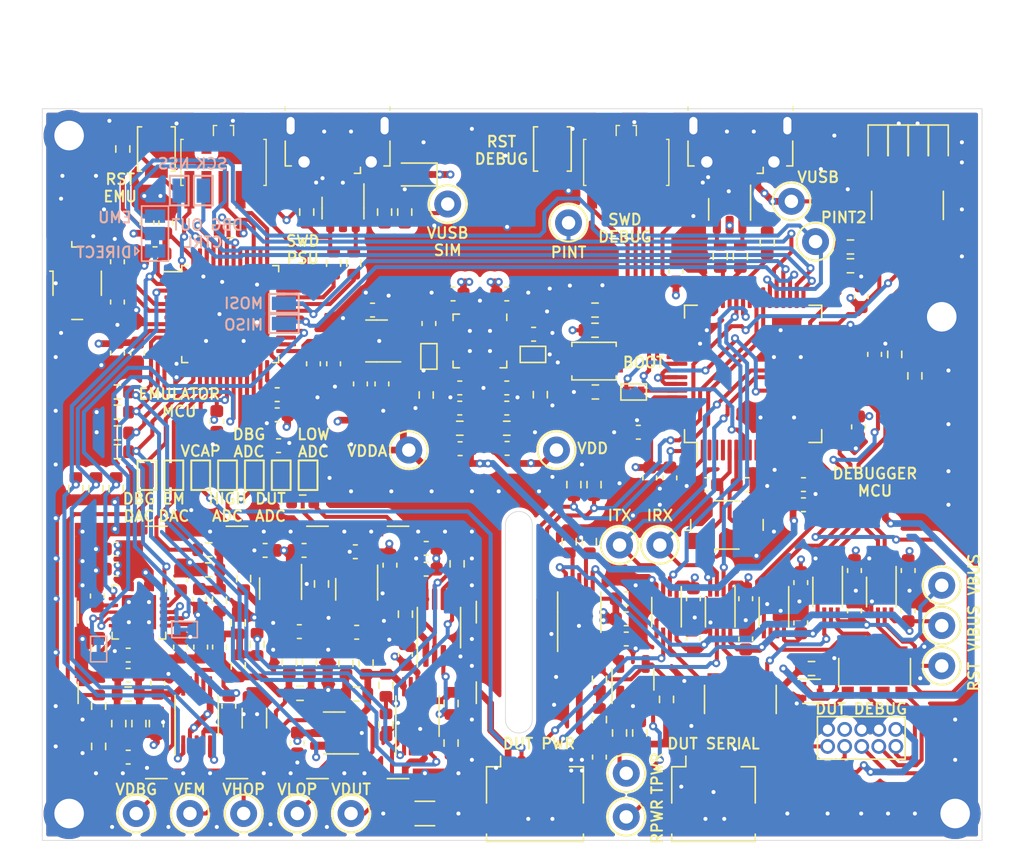
<source format=kicad_pcb>
(kicad_pcb (version 20221018) (generator pcbnew)
  (layers (0 "F.Cu" signal) (1 "In1.Cu" signal) (2 "In2.Cu" signal) (31 "B.Cu" signal) (34 "B.Paste" user) (35 "F.Paste" user) (36 "B.SilkS" user "B.Silkscreen") (37 "F.SilkS" user "F.Silkscreen") (38 "B.Mask" user) (39 "F.Mask" user) (44 "Edge.Cuts" user))
  (net 0 "")
  (net 1 "GND")
  (net 2 "VDD")
  (net 3 "VBUS")
  (net 4 "Net-(U4-VCCB)")
  (net 5 "Net-(U8-PD0)")
  (net 6 "Net-(U8-PD1)")
  (net 7 "VDDA")
  (net 8 "Net-(U8-PB0)")
  (net 9 "+5V")
  (net 10 "Net-(U11-PF0)")
  (net 11 "Net-(U11-PF1)")
  (net 12 "Net-(U10A-NR{slash}SS1)")
  (net 13 "Net-(U10B-NR{slash}SS2)")
  (net 14 "Net-(U12A-NR{slash}SS1)")
  (net 15 "Net-(U12B-NR{slash}SS2)")
  (net 16 "Net-(C36-Pad2)")
  (net 17 "Net-(C37-Pad2)")
  (net 18 "Net-(C38-Pad2)")
  (net 19 "Net-(U17--)")
  (net 20 "Net-(U17-+)")
  (net 21 "Net-(U14--)")
  (net 22 "Net-(U14-+)")
  (net 23 "Net-(U10A-FB1)")
  (net 24 "Net-(U10B-FB2)")
  (net 25 "Net-(U12B-FB2)")
  (net 26 "/Output Level Shifter/~{RST}")
  (net 27 "/Output Level Shifter/TDI")
  (net 28 "/Output Level Shifter/TDO")
  (net 29 "/Output Level Shifter/TCK")
  (net 30 "/Output Level Shifter/TMS")
  (net 31 "Net-(U12A-FB1)")
  (net 32 "/Output Level Shifter/RXD")
  (net 33 "/Output Level Shifter/TXD")
  (net 34 "Net-(U18-FILTER)")
  (net 35 "Net-(D1-A)")
  (net 36 "Net-(D2-A)")
  (net 37 "Net-(D3-A)")
  (net 38 "Net-(D4-A)")
  (net 39 "Net-(D5-A)")
  (net 43 "Net-(C73-Pad2)")
  (net 44 "Net-(J3-~{RESET})")
  (net 45 "Net-(J4-D-)")
  (net 46 "Net-(J4-D+)")
  (net 47 "Net-(J5-D-)")
  (net 48 "/Output Level Shifter/x~{RST}")
  (net 49 "Net-(R1-Pad2)")
  (net 50 "Net-(R2-Pad2)")
  (net 51 "Net-(R3-Pad1)")
  (net 52 "/Output Level Shifter/rTPWR")
  (net 53 "Net-(R6-Pad1)")
  (net 54 "Net-(J5-D+)")
  (net 57 "Net-(U10A-SS_CTRL1)")
  (net 58 "Net-(U10B-SS_CTRL2)")
  (net 59 "Net-(R38-Pad1)")
  (net 60 "Net-(R42-Pad1)")
  (net 61 "Net-(U12A-SS_CTRL1)")
  (net 62 "Net-(U12B-SS_CTRL2)")
  (net 63 "Net-(U7--)")
  (net 64 "Net-(R34-Pad2)")
  (net 65 "Net-(R35-Pad1)")
  (net 66 "/Output Level Shifter/xTCK")
  (net 67 "/Output Level Shifter/xTMS")
  (net 68 "/Output Level Shifter/xTXD")
  (net 69 "/Output Level Shifter/xTDI")
  (net 70 "/Output Level Shifter/xRXD")
  (net 71 "/Output Level Shifter/xTDO")
  (net 72 "Net-(U8-PA8)")
  (net 73 "Net-(U11-PA11)")
  (net 74 "Net-(U11-PA12)")
  (net 75 "Net-(R44-Pad1)")
  (net 76 "Net-(U8-BOOT0)")
  (net 77 "Net-(R46-Pad2)")
  (net 78 "Net-(U11-BOOT0)")
  (net 79 "Net-(U20A--)")
  (net 80 "Net-(U20A-+)")
  (net 81 "Net-(U20B--)")
  (net 82 "Net-(U20B-+)")
  (net 94 "Net-(R47-Pad2)")
  (net 107 "Net-(R65-Pad1)")
  (net 110 "Net-(R40-Pad2)")
  (net 114 "/Emulator/Emulator MCU/VRef_MCU")
  (net 115 "/Debugger/TPWR")
  (net 116 "/Emulator/Emulator MCU/EM_OUT_ADC")
  (net 117 "/Emulator/DBG_OUT")
  (net 118 "/Debugger/SWDIO")
  (net 119 "/Debugger/SWDCLK")
  (net 120 "/Debugger/TRACESWO")
  (net 121 "/Emulator/Emulator MCU/nRST")
  (net 122 "/Emulator/Emulator MCU/TRACESWO")
  (net 123 "/Emulator/Emulator MCU/SWDCLK")
  (net 124 "/Emulator/Emulator MCU/SWDIO")
  (net 125 "/Emulator/xIntRX")
  (net 126 "/Emulator/xIntTX")
  (net 127 "/Emulator/EM_VIRTCAP_DAC")
  (net 128 "/Emulator/EM_OUT")
  (net 129 "/Debugger/TRSWO")
  (net 130 "/Debugger/iTDO")
  (net 131 "/Emulator/Emulator MCU/DBG_OUT_EN")
  (net 132 "/Debugger/PINT_INT2")
  (net 133 "/Emulator/Emulator MCU/PINT_INT2")
  (net 134 "/Debugger/iRST")
  (net 135 "/Debugger/USB+")
  (net 136 "/Debugger/USB-")
  (net 137 "/Debugger/iUSBM")
  (net 138 "/Debugger/iUSBP")
  (net 139 "/Debugger/BOOTSW")
  (net 140 "/Debugger/VUSB")
  (net 141 "/Emulator/Emulator MCU/USB-")
  (net 142 "/Emulator/Emulator MCU/USB+")
  (net 143 "/Emulator/Emulator MCU/VUSB_VAR_PSU")
  (net 144 "/Emulator/Emulator MCU/EM_PSU_DAC")
  (net 145 "/Emulator/Emulator MCU/EM_LOW_CUR_ADC")
  (net 146 "/Emulator/Emulator MCU/EM_HIGH_CUR_ADC")
  (net 147 "/Debugger/EN_IO_BUS")
  (net 148 "/Debugger/EN_INT_BUS")
  (net 149 "/Emulator/Emulator MCU/EM_OUT_EN")
  (net 150 "/Emulator/Emulator MCU/EM_OUT_DIS_EN")
  (net 151 "/Emulator/Emulator MCU/EM_PSU_EN")
  (net 152 "/Emulator/Emulator MCU/EM_LOW_RANGE_EN")
  (net 153 "/Emulator/Emulator MCU/DGB_PSU_DAC")
  (net 154 "/Emulator/Emulator MCU/DGB_OUT_ADC")
  (net 155 "/Emulator/Emulator MCU/DBG_PSU_EN")
  (net 156 "/Emulator/Emulator MCU/DBG_OUT_DIS_EN")
  (net 157 "/Debugger/LED2")
  (net 158 "/Debugger/LED1")
  (net 159 "/Debugger/LED0")
  (net 160 "/Debugger/iIntRX")
  (net 161 "/Debugger/iIntTX")
  (net 162 "/Debugger/PINT_INT")
  (net 163 "/Debugger/PINT_MISO")
  (net 164 "/Debugger/PINT_MOSI")
  (net 165 "/Debugger/PINT_SCK")
  (net 166 "/Debugger/PINT_NSS")
  (net 167 "/Debugger/iTCK")
  (net 168 "/Debugger/iTDI")
  (net 169 "/Debugger/iRXD")
  (net 170 "/Debugger/iTMS")
  (net 171 "/Debugger/iTMS_DIR")
  (net 172 "/Debugger/iTXD")
  (net 173 "/Debugger/iRST_SENSE")
  (net 174 "/Emulator/Emulator MCU/DBG_PSU_PG")
  (net 175 "/Emulator/Emulator MCU/EM_PSU_PG")
  (footprint "Capacitor_SMD:C_0603_1608Metric" (layer "F.Cu") (at 130.5 72.9 -90)
    (fp_text reference "C1" hide)
    (fp_text value "100nF")
  )
  (footprint "Capacitor_SMD:C_0603_1608Metric" (layer "F.Cu") (at 122.4 75 -90)
    (fp_text reference "C2" hide)
    (fp_text value "100nF")
  )
  (footprint "Capacitor_SMD:C_0603_1608Metric" (layer "F.Cu") (at 126.5 73.8 -90)
    (fp_text reference "C3" hide)
    (fp_text value "100nF")
  )
  (footprint "Capacitor_SMD:C_0603_1608Metric" (layer "F.Cu") (at 118.5 75 -90)
    (fp_text reference "C4" hide)
    (fp_text value "100nF")
  )
  (footprint "Capacitor_SMD:C_0603_1608Metric" (layer "F.Cu") (at 130.5 75.9 -90)
    (fp_text reference "C5" hide)
    (fp_text value "100nF")
  )
  (footprint "Capacitor_SMD:C_0603_1608Metric" (layer "F.Cu") (at 122.4 78 -90)
    (fp_text reference "C6" hide)
    (fp_text value "100nF")
  )
  (footprint "Capacitor_SMD:C_0603_1608Metric" (layer "F.Cu") (at 126.5 76.8 -90)
    (fp_text reference "C7" hide)
    (fp_text value "100nF")
  )
  (footprint "Capacitor_SMD:C_0603_1608Metric" (layer "F.Cu") (at 118.5 78 -90)
    (fp_text reference "C8" hide)
    (fp_text value "100nF")
  )
  (footprint "Capacitor_SMD:C_0603_1608Metric" (layer "F.Cu") (at 134.5 72.9 -90)
    (fp_text reference "C9" hide)
    (fp_text value "100nF")
  )
  (footprint "Capacitor_SMD:C_0603_1608Metric" (layer "F.Cu") (at 134.5 75.9 -90)
    (fp_text reference "C10" hide)
    (fp_text value "100nF")
  )
  (footprint "Capacitor_SMD:C_0603_1608Metric" (layer "F.Cu") (at 119.5 66.5 180)
    (fp_text reference "C14" hide)
    (fp_text value "10pF")
  )
  (footprint "Capacitor_SMD:C_0603_1608Metric" (layer "F.Cu") (at 122.5 66.5)
    (fp_text reference "C15" hide)
    (fp_text value "10pF")
  )
  (footprint "Capacitor_SMD:C_0603_1608Metric" (layer "F.Cu") (at 126.7 68)
    (fp_text reference "C16" hide)
    (fp_text value "1uF")
  )
  (footprint "Capacitor_SMD:C_0603_1608Metric" (layer "F.Cu") (at 131 52.5 90)
    (fp_text reference "C17" hide)
    (fp_text value "100nF")
  )
  (footprint "Capacitor_SMD:C_0603_1608Metric" (layer "F.Cu") (at 115.25 66 -90)
    (fp_text reference "C18" hide)
    (fp_text value "22uF")
  )
  (footprint "Capacitor_SMD:C_0603_1608Metric" (layer "F.Cu") (at 130.8 62.2 -90)
    (fp_text reference "C20" hide)
    (fp_text value "100nF")
  )
  (footprint "Capacitor_SMD:C_0603_1608Metric" (layer "F.Cu") (at 117.2 50.6 90)
    (fp_text reference "C21" hide)
    (fp_text value "100nF")
  )
  (footprint "Capacitor_SMD:C_0603_1608Metric" (layer "F.Cu") (at 126.7 66.5)
    (fp_text reference "C22" hide)
    (fp_text value "100nF")
  )
  (footprint "Capacitor_SMD:C_0603_1608Metric" (layer "F.Cu") (at 132 56.8 90)
    (fp_text reference "C23" hide)
    (fp_text value "100nF")
  )
  (footprint "Capacitor_SMD:C_0603_1608Metric" (layer "F.Cu") (at 75.6 49.9 90)
    (fp_text reference "C24" hide)
    (fp_text value "10pF")
  )
  (footprint "Capacitor_SMD:C_0603_1608Metric" (layer "F.Cu") (at 75.6 52.9 -90)
    (fp_text reference "C27" hide)
    (fp_text value "10pF")
  )
  (footprint "Capacitor_SMD:C_0603_1608Metric" (layer "F.Cu") (at 98.8 54.5 -90)
    (fp_text reference "C29" hide)
    (fp_text value "10nF")
  )
  (footprint "Capacitor_SMD:C_0603_1608Metric" (layer "F.Cu") (at 75.5 71.3)
    (fp_text reference "C32" hide)
    (fp_text value "22uF")
  )
  (footprint "Capacitor_SMD:C_0603_1608Metric" (layer "F.Cu") (at 75.5 72.8)
    (fp_text reference "C33" hide)
    (fp_text value "22uF")
  )
  (footprint "Capacitor_SMD:C_0603_1608Metric" (layer "F.Cu") (at 80.3 73.6 -90)
    (fp_text reference "C34" hide)
    (fp_text value "10nF")
  )
  (footprint "Capacitor_SMD:C_0603_1608Metric" (layer "F.Cu") (at 74.1 74.8 -90)
    (fp_text reference "C35" hide)
    (fp_text value "10nF")
  )
  (footprint "Capacitor_SMD:C_0603_1608Metric" (layer "F.Cu") (at 80.3 78.6 -90)
    (fp_text reference "C36" hide)
    (fp_text value "22uF")
  )
  (footprint "Capacitor_SMD:C_0603_1608Metric" (layer "F.Cu") (at 76.4 79.2)
    (fp_text reference "C37" hide)
    (fp_text value "22uF")
  )
  (footprint "Capacitor_SMD:C_0603_1608Metric" (layer "F.Cu") (at 81.7 75.05 90)
    (fp_text reference "C38" hide)
    (fp_text value "100nF")
  )
  (footprint "Capacitor_SMD:C_0603_1608Metric" (layer "F.Cu") (at 91.7 57.5 90)
    (fp_text reference "C42" hide)
    (fp_text value "1uF")
  )
  (footprint "Capacitor_SMD:C_0603_1608Metric" (layer "F.Cu") (at 116.75 66 -90)
    (fp_text reference "C43" hide)
    (fp_text value "100nF")
  )
  (footprint "Capacitor_SMD:C_0603_1608Metric" (layer "F.Cu") (at 90.2 57.5 90)
    (fp_text reference "C44" hide)
    (fp_text value "10nF")
  )
  (footprint "Capacitor_SMD:C_0603_1608Metric" (layer "F.Cu") (at 83 61.8 -90)
    (fp_text reference "C45" hide)
    (fp_text value "100nF")
  )
  (footprint "Capacitor_SMD:C_0603_1608Metric" (layer "F.Cu") (at 79.2 47 90)
    (fp_text reference "C46" hide)
    (fp_text value "100nF")
  )
  (footprint "Capacitor_SMD:C_0603_1608Metric" (layer "F.Cu") (at 78.4 49.3 180)
    (fp_text reference "C47" hide)
    (fp_text value "100nF")
  )
  (footprint "Capacitor_SMD:C_0603_1608Metric" (layer "F.Cu") (at 77.8 47 90)
    (fp_text reference "C48" hide)
    (fp_text value "22uF")
  )
  (footprint "Capacitor_SMD:C_0603_1608Metric" (layer "F.Cu") (at 75.6 56.7 -90)
    (fp_text reference "C49" hide)
    (fp_text value "1uF")
  )
  (footprint "Capacitor_SMD:C_0603_1608Metric" (layer "F.Cu") (at 77.1 56.7 -90)
    (fp_text reference "C50" hide)
    (fp_text value "10nF")
  )
  (footprint "Capacitor_SMD:C_0603_1608Metric" (layer "F.Cu") (at 87.5 59.8 180)
    (fp_text reference "C51" hide)
    (fp_text value "10nF")
  )
  (footprint "Capacitor_SMD:C_0603_1608Metric" (layer "F.Cu") (at 95.9 72.5 -90)
    (fp_text reference "C54" hide)
    (fp_text value "1uF")
  )
  (footprint "Capacitor_SMD:C_0603_1608Metric" (layer "F.Cu") (at 78.6 81.3 -90)
    (fp_text reference "C60" hide)
    (fp_text value "DNP")
  )
  (footprint "Capacitor_SMD:C_0603_1608Metric" (layer "F.Cu") (at 81.8 78.6 -90)
    (fp_text reference "C61" hide)
    (fp_text value "DNP")
  )
  (footprint "jaspers_footprints:FTSH-105-01-F-D-RA-K" (layer "F.Cu") (at 128.5 84.73 90)
    (fp_text reference "J1" hide)
    (fp_text value "SWD_10")
  )
  (footprint "jaspers_footprints:Molex_Pico-Clasp_501953-0407_1x04-1MP_P1.00mm_Horizontal" (layer "F.Cu") (at 120 89.5)
    (fp_text reference "J2" hide)
    (fp_text value "501953-0407")
  )
  (footprint "jaspers_footprints:ftsh-105-01-f-dv-k" (layer "F.Cu") (at 113.5 42.5 180)
    (fp_text reference "J3" hide)
    (fp_text value "SWD_10")
  )
  (footprint "jaspers_footprints:USB_Micro-B_Molex-105017-0001" (layer "F.Cu") (at 122 41 180)
    (fp_text reference "J4" hide)
    (fp_text value "USB_B_Micro")
  )
  (footprint "jaspers_footprints:USB_Micro-B_Molex-105017-0001" (layer "F.Cu") (at 92 41 180)
    (fp_text reference "J5" hide)
    (fp_text value "USB_B_Micro")
  )
  (footprint "jaspers_footprints:ftsh-105-01-f-dv-k" (layer "F.Cu") (at 83.5 42.5 180)
    (fp_text reference "J6" hide)
    (fp_text value "SWD_10")
  )
  (footprint "jaspers_footprints:Molex_Pico-Clasp_501953-0507_1x05-1MP_P1.00mm_Horizontal" (layer "F.Cu") (at 106.7 89.5)
    (fp_text reference "J7" hide)
    (fp_text value "501953-0507")
  )
  (footprint "jaspers_footprints:SolderJumper-small-no-150um" (layer "F.Cu") (at 114 59.6)
    (fp_text reference "JP1" hide)
    (fp_text value "Jumper_NO_Small")
  )
  (footprint "jaspers_footprints:SolderJumper-small-nc" (layer "F.Cu") (at 98.8 56.9 -90)
    (fp_text reference "JP3" hide)
    (fp_text value "Jumper_NC_Small")
  )
  (footprint "Resistor_SMD:R_0603_1608Metric" (layer "F.Cu") (at 111.175 53.5)
    (fp_text reference "R9" hide)
    (fp_text value "10k")
  )
  (footprint "Resistor_SMD:R_0603_1608Metric" (layer "F.Cu") (at 124 48.5 -90)
    (fp_text reference "R10" hide)
    (fp_text value "1k5")
  )
  (footprint "Resistor_SMD:R_0603_1608Metric" (layer "F.Cu") (at 122 49.5 -90)
    (fp_text reference "R11" hide)
    (fp_text value "22")
  )
  (footprint "Resistor_SMD:R_0603_1608Metric" (layer "F.Cu") (at 120.5 49.5 -90)
    (fp_text reference "R12" hide)
    (fp_text value "22")
  )
  (footprint "Resistor_SMD:R_0603_1608Metric" (layer "F.Cu") (at 133.5 56.8 90)
    (fp_text reference "R14" hide)
    (fp_text value "10k")
  )
  (footprint "Resistor_SMD:R_0603_1608Metric" (layer "F.Cu") (at 111.175 55)
    (fp_text reference "R15" hide)
    (fp_text value "10k")
  )
  (footprint "Resistor_SMD:R_0603_1608Metric" (layer "F.Cu") (at 130.2 48.8 180)
    (fp_text reference "R16" hide)
    (fp_text value "4k7")
  )
  (footprint "Resistor_SMD:R_0603_1608Metric" (layer "F.Cu") (at 130.2 50.2)
    (fp_text reference "R17" hide)
    (fp_text value "10k")
  )
  (footprint "Resistor_SMD:R_0603_1608Metric" (layer "F.Cu") (at 76 41.5 90)
    (fp_text reference "R18" hide)
    (fp_text value "10k")
  )
  (footprint "Resistor_SMD:R_0603_1608Metric" (layer "F.Cu") (at 93.2 50 -90)
    (fp_text reference "R23" hide)
    (fp_text value "22")
  )
  (footprint "Resistor_SMD:R_0603_1608Metric" (layer "F.Cu") (at 91.7 50 -90)
    (fp_text reference "R24" hide)
    (fp_text value "22")
  )
  (footprint "Resistor_SMD:R_0603_1608Metric" (layer "F.Cu") (at 84.6 80 -90)
    (fp_text reference "R25" hide)
    (fp_text value "DNP")
  )
  (footprint "Resistor_SMD:R_0603_1608Metric" (layer "F.Cu") (at 84.6 76.8 -90)
    (fp_text reference "R26" hide)
    (fp_text value "10.7K")
  )
  (footprint "Resistor_SMD:R_0603_1608Metric" (layer "F.Cu") (at 76.4 82.1)
    (fp_text reference "R27" hide)
    (fp_text value "36k")
  )
  (footprint "Resistor_SMD:R_0603_1608Metric" (layer "F.Cu") (at 74.2 78.7 -90)
    (fp_text reference "R28" hide)
    (fp_text value "10.7K")
  )
  (footprint "Resistor_SMD:R_0603_1608Metric" (layer "F.Cu") (at 95.5 46.2 -90)
    (fp_text reference "R29" hide)
    (fp_text value "4k7")
  )
  (footprint "Resistor_SMD:R_0603_1608Metric" (layer "F.Cu") (at 97 46.2 90)
    (fp_text reference "R30" hide)
    (fp_text value "10k")
  )
  (footprint "Resistor_SMD:R_0603_1608Metric" (layer "F.Cu") (at 83.2 75.1 90)
    (fp_text reference "R31" hide)
    (fp_text value "0")
  )
  (footprint "Resistor_SMD:R_0603_1608Metric" (layer "F.Cu") (at 82.4 72.85)
    (fp_text reference "R32" hide)
    (fp_text value "DNP 30k")
  )
  (footprint "Resistor_SMD:R_0603_1608Metric" (layer "F.Cu") (at 82.4 71.35 180)
    (fp_text reference "R33" hide)
    (fp_text value "15k")
  )
  (footprint "Resistor_SMD:R_0603_1608Metric" (layer "F.Cu") (at 111.2 59.6 180)
    (fp_text reference "R43" hide)
    (fp_text value "10k")
  )
  (footprint "Resistor_SMD:R_0603_1608Metric" (layer "F.Cu") (at 84 47.6)
    (fp_text reference "R45" hide)
    (fp_text value "10k")
  )
  (footprint "Resistor_SMD:R_0603_1608Metric" (layer "F.Cu") (at 109.6 66.5 90)
    (fp_text reference "R48" hide)
    (fp_text value "10k")
  )
  (footprint "Resistor_SMD:R_0603_1608Metric" (layer "F.Cu") (at 111.1 66.5 90)
    (fp_text reference "R49" hide)
    (fp_text value "10k")
  )
  (footprint "Resistor_SMD:R_0603_1608Metric" (layer "F.Cu") (at 75.6 61.1 180)
    (fp_text reference "R51" hide)
    (fp_text value "10k")
  )
  (footprint "Resistor_SMD:R_0603_1608Metric" (layer "F.Cu") (at 75.6 64.05 180)
    (fp_text reference "R53" hide)
    (fp_text value "10k")
  )
  (footprint "Resistor_SMD:R_Array_Convex_4x1206" (layer "F.Cu") (at 132 80.5 -90)
    (fp_text reference "RN1" hide)
    (fp_text value "100")
  )
  (footprint "Resistor_SMD:R_Array_Convex_4x1206" (layer "F.Cu") (at 122 82.5 -90)
    (fp_text reference "RN2" hide)
    (fp_text value "100")
  )
  (footprint "Button_Switch_SMD:SW_SPST_B3U-1000P" (layer "F.Cu") (at 108 41.5 -90)
    (fp_text reference "SW1" hide)
    (fp_text value "SW_Push")
  )
  (footprint "Button_Switch_SMD:SW_SPST_B3U-1000P" (layer "F.Cu") (at 111.1 57.3 180)
    (fp_text reference "SW2" hide)
    (fp_text value "SW_Push")
  )
  (footprint "Button_Switch_SMD:SW_SPST_B3U-1000P" (layer "F.Cu") (at 78.5 41.5 -90)
    (fp_text reference "SW3" hide)
    (fp_text value "SW_Push")
  )
  (footprint "TestPoint:TestPoint_Keystone_5000-5004_Miniature" (layer "F.Cu") (at 137 77)
    (fp_text reference "TP1" hide)
    (fp_text value "TestPoint")
  )
  (footprint "TestPoint:TestPoint_Keystone_5000-5004_Miniature" (layer "F.Cu") (at 137 74)
    (fp_text reference "TP2" hide)
    (fp_text value "TestPoint")
  )
  (footprint "TestPoint:TestPoint_Keystone_5000-5004_Miniature" (layer "F.Cu") (at 137 80)
    (fp_text reference "TP4" hide)
    (fp_text value "TestPoint")
  )
  (footprint "TestPoint:TestPoint_Keystone_5000-5004_Miniature" (layer "F.Cu") (at 113.5 91.25)
    (fp_text reference "TP5" hide)
    (fp_text value "TestPoint")
  )
  (footprint "TestPoint:TestPoint_Keystone_5000-5004_Miniature" (layer "F.Cu") (at 116 71)
    (fp_text reference "TP6" hide)
    (fp_text value "TestPoint")
  )
  (footprint "TestPoint:TestPoint_Keystone_5000-5004_Miniature" (layer "F.Cu") (at 113 71)
    (fp_text reference "TP7" hide)
    (fp_text value "TestPoint")
  )
  (footprint "TestPoint:TestPoint_Keystone_5000-5004_Miniature" (layer "F.Cu") (at 109.2 47)
    (fp_text reference "TP8" hide)
    (fp_text value "TestPoint")
  )
  (footprint "TestPoint:TestPoint_Keystone_5000-5004_Miniature" (layer "F.Cu") (at 97.3 63.925)
    (fp_text reference "TP9" hide)
    (fp_text value "TestPoint")
  )
  (footprint "TestPoint:TestPoint_Keystone_5000-5004_Miniature" (layer "F.Cu") (at 108.3 63.925)
    (fp_text reference "TP10" hide)
    (fp_text value "TestPoint")
  )
  (footprint "TestPoint:TestPoint_Keystone_5000-5004_Miniature" (layer "F.Cu") (at 81 91)
    (fp_text reference "TP12" hide)
    (fp_text value "TestPoint")
  )
  (footprint "TestPoint:TestPoint_Keystone_5000-5004_Miniature" (layer "F.Cu") (at 100.2 45.6)
    (fp_text reference "TP13" hide)
    (fp_text value "TestPoint")
  )
  (footprint "jaspers_footprints:S2761-46R" (layer "F.Cu") (at 87.8 65.8 90)
    (fp_text reference "TP14" hide)
    (fp_text value "S2761-46R")
  )
  (footprint "TestPoint:TestPoint_Keystone_5000-5004_Miniature" (layer "F.Cu") (at 85 91)
    (fp_text reference "TP15" hide)
    (fp_text value "TestPoint")
  )
  (footprint "TestPoint:TestPoint_Keystone_5000-5004_Miniature" (layer "F.Cu") (at 93 91)
    (fp_text reference "TP16" hide)
    (fp_text value "TestPoint")
  )
  (footprint "TestPoint:TestPoint_Keystone_5000-5004_Miniature" (layer "F.Cu") (at 89 91)
    (fp_text reference "TP17" hide)
    (fp_text value "TestPoint")
  )
  (footprint "TestPoint:TestPoint_Keystone_5000-5004_Miniature" (layer "F.Cu") (at 125.8 45.4)
    (fp_text reference "TP18" hide)
    (fp_text value "TestPoint")
  )
  (footprint "Package_SO:VSSOP-8_2.3x2mm_P0.5mm" (layer "F.Cu") (at 128.5 74.5 -90)
    (fp_text reference "U1" hide)
    (fp_text value "74LVC2T45DC")
  )
  (footprint "Package_SO:VSSOP-8_2.3x2mm_P0.5mm" (layer "F.Cu") (at 124.5 76 -90)
    (fp_text reference "U3" hide)
    (fp_text value "74LVC2T45DC")
  )
  (footprint "Package_SO:VSSOP-8_2.3x2mm_P0.5mm" (layer "F.Cu") (at 116.5 76 -90)
    (fp_text reference "U4" hide)
    (fp_text value "74LVC2T45DC")
  )
  (footprint "Package_QFP:LQFP-64_10x10mm_P0.5mm" (layer "F.Cu") (at 122.95 58.25 90)
    (fp_text reference "U8" hide)
    (fp_text value "STM32F103RETx")
  )
  (footprint "Package_TO_SOT_SMD:SOT-23-6" (layer "F.Cu") (at 121.2 46 -90)
    (fp_text reference "U9" hide)
    (fp_text value "USBLC6-2SC6")
  )
  (footprint "Package_QFP:LQFP-48_7x7mm_P0.5mm" (layer "F.Cu") (at 84 53.8)
    (fp_text reference "U11" hide)
    (fp_text value "STM32F373CCTx")
  )
  (footprint "jaspers_footprints:Texas-WQFN-20" (layer "F.Cu") (at 77.2 76 -90)
    (fp_text reference "U12" hide)
    (fp_text value "TPS7A87")
  )
  (footprint "Package_TO_SOT_SMD:SOT-23-6" (layer "F.Cu") (at 92.4 45.9 -90)
    (fp_text reference "U13" hide)
    (fp_text value "USBLC6-2SC6")
  )
  (footprint "jaspers_footprints:Crystal_SMD_Abracon_ABM3B-4Pin_5.0x3.2mm" (layer "F.Cu") (at 121 69.5)
    (fp_text reference "Y1" hide)
    (fp_text value "8MHZ")
  )
  (footprint "jaspers_footprints:Crystal_SMD_Abracon_ABM3B-4Pin_5.0x3.2mm" (layer "F.Cu") (at 72.6 51.5 -90)
    (fp_text reference "Y2" hide)
    (fp_text value "8MHZ")
  )
  (footprint "Capacitor_SMD:C_0603_1608Metric" (layer "F.Cu") (at 114.4 62.6 180)
    (fp_text reference "C19" hide)
    (fp_text value "100nF")
  )
  (footprint "Capacitor_SMD:C_0603_1608Metric" (layer "F.Cu") (at 87.5 61.3 180)
    (fp_text reference "C62" hide)
    (fp_text value "1uF")
  )
  (footprint "Capacitor_SMD:C_0603_1608Metric" (layer "F.Cu") (at 89.5 71.4)
    (fp_text reference "C52" hide)
    (fp_text value "1uF")
  )
  (footprint "Resistor_SMD:R_1206_3216Metric" (layer "F.Cu") (at 98.5 91)
    (fp_text reference "R42" hide)
    (fp_text value "47")
  )
  (footprint "Capacitor_SMD:C_0603_1608Metric" (layer "F.Cu") (at 97.05 79.15 90)
    (fp_text reference "C41" hide)
    (fp_text value "100nF")
  )
  (footprint "Package_SO:VSSOP-10_3x3mm_P0.5mm" (layer "F.Cu") (at 97.95 83.75 90)
    (fp_text reference "U16" hide)
    (fp_text value "TS5A23159DGS")
  )
  (footprint "Resistor_SMD:R_0603_1608Metric" (layer "F.Cu") (at 75.6 59.6 180)
    (fp_text reference "R50" hide)
    (fp_text value "10k")
  )
  (footprint "Resistor_SMD:R_0603_1608Metric" (layer "F.Cu") (at 75.6 62.65 180)
    (fp_text reference "R52" hide)
    (fp_text value "10k")
  )
  (footprint "Resistor_SMD:R_0603_1608Metric" (layer "F.Cu") (at 94.12 79.8 -90)
    (fp_text reference "R36" hide)
    (fp_text value "0")
  )
  (footprint "Resistor_SMD:R_0603_1608Metric" (layer "F.Cu") (at 90.8 73.9 -90)
    (fp_text reference "R46" hide)
    (fp_text value "0")
  )
  (footprint "Resistor_SMD:R_0603_1608Metric" (layer "F.Cu") (at 85 73.5 -90)
    (fp_text reference "R47" hide)
    (fp_text value "0")
  )
  (footprint "Capacitor_SMD:C_0603_1608Metric" (layer "F.Cu") (at 93.42 77.5 180)
    (fp_text reference "C39" hide)
    (fp_text value "DNP")
  )
  (footprint "Capacitor_SMD:C_0603_1608Metric" (layer "F.Cu") (at 86.6 71.4)
    (fp_text reference "C53" hide)
    (fp_text value "100nF")
  )
  (footprint "Capacitor_SMD:C_0603_1608Metric" (layer "F.Cu") (at 89 85.75 -90)
    (fp_text reference "C56" hide)
    (fp_text value "100nF")
  )
  (footprint "Resistor_SMD:R_0603_1608Metric" (layer "F.Cu") (at 92.62 79.8 -90)
    (fp_text reference "R34" hide)
    (fp_text value "0")
  )
  (footprint "Resistor_SMD:R_0603_1608Metric" (layer "F.Cu") (at 93.42 82.1 180)
    (fp_text reference "R35" hide)
    (fp_text value "1k")
  )
  (footprint "Capacitor_SMD:C_0603_1608Metric" (layer "F.Cu") (at 93.32 71.5)
    (fp_text reference "C55" hide)
    (fp_text value "100nF")
  )
  (footprint "Package_TO_SOT_SMD:SOT-23-8" (layer "F.Cu") (at 93.42 74.3 -90)
    (fp_text reference "U17" hide)
    (fp_text value "INA186A1DD")
  )
  (footprint "Package_TO_SOT_SMD:SOT-23-8" (layer "F.Cu") (at 87.75 74.25 -90)
    (fp_text reference "U14" hide)
    (fp_text value "INA186A1DD")
  )
  (footprint "jaspers_footprints:Texas-WQFN-20" (layer "F.Cu") (at 102.6 55.8 -90)
    (fp_text reference "U10" hide)
    (fp_text value "TPS7A87")
  )
  (footprint "Capacitor_SMD:C_0603_1608Metric" (layer "F.Cu") (at 100.6 52.3)
    (fp_text reference "C25" hide)
    (fp_text value "22uF")
  )
  (footprint "Capacitor_SMD:C_0603_1608Metric" (layer "F.Cu") (at 104.6 52.3 180)
    (fp_text reference "C26" hide)
    (fp_text value "22uF")
  )
  (footprint "Capacitor_SMD:C_0603_1608Metric" (layer "F.Cu") (at 106.6 55.3 180)
    (fp_text reference "C28" hide)
    (fp_text value "10nF")
  )
  (footprint "Capacitor_SMD:C_0603_1608Metric" (layer "F.Cu") (at 104.6 59.3 180)
    (fp_text reference "C30" hide)
    (fp_text value "22uF")
  )
  (footprint "Capacitor_SMD:C_0603_1608Metric" (layer "F.Cu") (at 101.1 59.3)
    (fp_text reference "C31" hide)
    (fp_text value "22uF")
  )
  (footprint "Capacitor_SMD:C_0603_1608Metric" (layer "F.Cu") (at 104.6 60.8 180)
    (fp_text reference "C58" hide)
    (fp_text value "DNP")
  )
  (footprint "Capacitor_SMD:C_0603_1608Metric" (layer "F.Cu") (at 101.1 60.8)
    (fp_text reference "C59" hide)
    (fp_text value "DNP")
  )
  (footprint "jaspers_footprints:SolderJumper-small-nc" (layer "F.Cu") (at 106.5 56.8)
    (fp_text reference "JP2" hide)
    (fp_text value "Jumper_NC_Small")
  )
  (footprint "Resistor_SMD:R_0603_1608Metric" (layer "F.Cu") (at 104.6 62.3 180)
    (fp_text reference "R19" hide)
    (fp_text value "33.2K")
  )
  (footprint "Resistor_SMD:R_0603_1608Metric" (layer "F.Cu") (at 107.1 59.8 90)
    (fp_text reference "R20" hide)
    (fp_text value "10.7K")
  )
  (footprint "Resistor_SMD:R_0603_1608Metric" (layer "F.Cu") (at 101.1 62.3)
    (fp_text reference "R21" hide)
    (fp_text value "33.2K")
  )
  (footprint "Resistor_SMD:R_0603_1608Metric" (layer "F.Cu") (at 98.6 59.825 90)
    (fp_text reference "R22" hide)
    (fp_text value "10.7K")
  )
  (footprint "RF_Shielding:Laird_Technologies_BMI-S-209-F_29.36x18.50mm" (layer "F.Cu") (at 87.5 79)
    (fp_text reference "J8" hide)
    (fp_text value "RF_Shield_One_Piece")
  )
  (footprint "TestPoint:TestPoint_Keystone_5000-5004_Miniature" (layer "F.Cu") (at 77 91)
    (fp_text reference "TP11" hide)
    (fp_text value "TestPoint")
  )
  (footprint "Capacitor_SMD:C_0603_1608Metric" (layer "F.Cu") (at 113.5 75)
    (fp_text reference "C11" hide)
    (fp_text value "100nF")
  )
  (footprint "Capacitor_SMD:C_0603_1608Metric" (layer "F.Cu") (at 113.5 78)
    (fp_text reference "C12" hide)
    (fp_text value "100nF")
  )
  (footprint "Capacitor_SMD:C_0603_1608Metric" (layer "F.Cu") (at 113.5 76.5)
    (fp_text reference "C13" hide)
    (fp_text value "1uF")
  )
  (footprint "Package_TO_SOT_SMD:SOT-523" (layer "F.Cu") (at 127.3 81.9)
    (fp_text reference "Q1" hide)
    (fp_text value "DMG1012T")
  )
  (footprint "Resistor_SMD:R_0603_1608Metric" (layer "F.Cu") (at 109.25 70.75 -90)
    (fp_text reference "R1" hide)
    (fp_text value "100")
  )
  (footprint "Resistor_SMD:R_0603_1608Metric" (layer "F.Cu") (at 110.75 70.75 -90)
    (fp_text reference "R2" hide)
    (fp_text value "100")
  )
  (footprint "Resistor_SMD:R_0603_1608Metric" (layer "F.Cu") (at 127.3 80.2)
    (fp_text reference "R5" hide)
    (fp_text value "10k")
  )
  (footprint "Resistor_SMD:R_0603_1608Metric" (layer "F.Cu") (at 135 58.4 90)
    (fp_text reference "R13" hide)
    (fp_text value "4k7")
  )
  (footprint "jaspers_footprints:S2761-46R" (layer "F.Cu") (at 79.8 65.8 90)
    (fp_text reference "TP19" hide)
    (fp_text value "S2761-46R")
  )
  (footprint "jaspers_footprints:S2761-46R" (layer "F.Cu") (at 83.8 65.8 90)
    (fp_text reference "TP20" hide)
    (fp_text value "S2761-46R")
  )
  (footprint "jaspers_footprints:S2761-46R" (layer "F.Cu") (at 89.8 65.8 90)
    (fp_text reference "TP21" hide)
    (fp_text value "S2761-46R")
  )
  (footprint "Capacitor_SMD:C_0603_1608Metric" (layer "F.Cu") (at 111.5 86.8 -90)
    (fp_text reference "C67" hide)
    (fp_text value "DNP")
  )
  (footprint "Package_SO:VSSOP-8_2.3x2mm_P0.5mm" (layer "F.Cu") (at 132.5 74.5 -90)
    (fp_text reference "U5" hide)
    (fp_text value "74LVC2T45DC")
  )
  (footprint "Package_SO:VSSOP-8_2.3x2mm_P0.5mm" (layer "F.Cu") (at 120.5 76 -90)
    (fp_text reference "U2" hide)
    (fp_text value "74LVC2T45DC")
  )
  (footprint "TestPoint:TestPoint_Keystone_5000-5004_Miniature" (layer "F.Cu") (at 113.5 88)
    (fp_text reference "TP3" hide)
    (fp_text value "TestPoint")
  )
  (footprint "Package_SO:VSSOP-10_3x3mm_P0.5mm" (layer "F.Cu") (at 110 76 90)
    (fp_text reference "U6" hide)
    (fp_text value "TS5A23159DGS")
  )
  (footprint "Resistor_SMD:R_0603_1608Metric" (layer "F.Cu") (at 114.5 85 -90)
    (fp_text reference "R3" hide)
    (fp_text value "DNP")
  )
  (footprint "Resistor_SMD:R_0603_1608Metric" (layer "F.Cu") (at 113 85 -90)
    (fp_text reference "R4" hide)
    (fp_text value "12")
  )
  (footprint "Resistor_SMD:R_0603_1608Metric" (layer "F.Cu") (at 111.5 84 -90)
    (fp_text reference "R6" hide)
    (fp_text value "0")
  )
  (footprint "Resistor_SMD:R_0603_1608Metric" (layer "F.Cu") (at 116.5 82.5 -90)
    (fp_text reference "R7" hide)
    (fp_text value "DNP")
  )
  (footprint "Resistor_SMD:R_0603_1608Metric" (layer "F.Cu") (at 111.5 81 -90)
    (fp_text reference "R8" hide)
    (fp_text value "0")
  )
  (footprint "Package_TO_SOT_SMD:SOT-23-5" (layer "F.Cu") (at 114 81 90)
    (fp_text reference "U7" hide)
    (fp_text value "OPA192xDBV")
  )
  (footprint "jaspers_footprints:DELFT_LOGO2" (layer "F.Cu") (at 137.6 63.2 90)
    (fp_text reference "U19" hide)
    (fp_text value "TUD_LOGO" hide)
  )
  (footprint "MountingHole:MountingHole_2.2mm_M2_DIN965_Pad_TopBottom" (layer "F.Cu") (at 138 91)
    (fp_text reference "H2" hide)
    (fp_text value "MountingHole")
  )
  (footprint "MountingHole:MountingHole_2.2mm_M2_DIN965_Pad_TopBottom" (layer "F.Cu") (at 72 91)
    (fp_text reference "H4" hide)
    (fp_text value "MountingHole")
  )
  (footprint "MountingHole:MountingHole_2.2mm_M2_DIN965_Pad_TopBottom" (layer "F.Cu") (at 137 54)
    (fp_text reference "H1" hide)
    (fp_text value "MountingHole")
  )
  (footprint "MountingHole:MountingHole_2.2mm_M2_DIN965_Pad_TopBottom" (layer "F.Cu") (at 72 40.5)
    (fp_text reference "H3" hide)
    (fp_text value "MountingHole")
  )
  (footprint "Capacitor_SMD:C_0603_1608Metric" (layer "F.Cu") (at 104.625 63.8 180)
    (fp_text reference "C63" hide)
    (fp_text value "10nF")
  )
  (footprint "Capacitor_SMD:C_0603_1608Metric" (layer "F.Cu") (at 101.125 63.825)
    (fp_text reference "C64" hide)
    (fp_text value "10nF")
  )
  (footprint "Capacitor_SMD:C_0603_1608Metric" (layer "F.Cu") (at 76.4 80.7)
    (fp_text reference "C65" hide)
    (fp_text value "10nF")
  )
  (footprint "Capacitor_SMD:C_0603_1608Metric" (layer "F.Cu") (at 83.2 78.6 -90)
    (fp_text reference "C66" hide)
    (fp_text value "10nF")
  )
  (footprint "Capacitor_SMD:C_0603_1608Metric" (layer "F.Cu") (at 89.15 77.45 180)
    (fp_text reference "C40" hide)
    (fp_text value "DNP")
  )
  (footprint "Resistor_SMD:R_0603_1608Metric" (layer "F.Cu") (at 88.4 79.75 -90)
    (fp_text reference "R37" hide)
    (fp_text value "0")
  )
  (footprint "Resistor_SMD:R_0603_1608Metric" (layer "F.Cu") (at 89.9 79.75 -90)
    (fp_text reference "R41" hide)
    (fp_text value "0")
  )
  (footprint "Package_TO_SOT_SMD:SOT-23-6" (layer "F.Cu") (at 91.75 85 180)
    (fp_text reference "U15" hide)
    (fp_text value "TS5A3159ADBVR")
  )
  (footprint "Resistor_SMD:R_0603_1608Metric" (layer "F.Cu") (at 89.2 82.05 180)
    (fp_text reference "R38" hide)
    (fp_text value "5.6")
  )
  (footprint "Resistor_SMD:R_Array_Convex_4x1206" (layer "F.Cu") (at 134.45 45.7 90)
    (fp_text reference "RN3" hide)
    (fp_text value "2k2")
  )
  (footprint "LED_SMD:LED_0603_1608Metric" (layer "F.Cu") (at 132.25 41.2 -90)
    (fp_text reference "D1" hide)
    (fp_text value "GREEN")
  )
  (footprint "LED_SMD:LED_0603_1608Metric" (layer "F.Cu") (at 133.75 41.2 -90)
    (fp_text reference "D2" hide)
    (fp_text value "RED")
  )
  (footprint "LED_SMD:LED_0603_1608Metric" (layer "F.Cu") (at 135.25 41.2 -90)
    (fp_text reference "D3" hide)
    (fp_text value "ORANGE")
  )
  (footprint "LED_SMD:LED_0603_1608Metric" (layer "F.Cu") (at 136.75 41.2 -90)
    (fp_text reference "D4" hide)
    (fp_text value "YELLOW")
  )
  (footprint "Package_SO:MSOP-8_3x3mm_P0.65mm" (layer "F.Cu") (at 99.55 77.15 90)
    (fp_text reference "U20" hide)
    (fp_text value "MCP6V82")
  )
  (footprint "Capacitor_SMD:C_0603_1608Metric" (layer "F.Cu") (at 87.6 63.6)
    (fp_text reference "C70" hide)
    (fp_text value "DNP")
  )
  (footprint "Capacitor_SMD:C_0603_1608Metric" (layer "F.Cu") (at 83.9 83 -90)
    (fp_text reference "C74" hide)
    (fp_text value "100nF")
  )
  (footprint "Capacitor_SMD:C_0603_1608Metric" (layer "F.Cu") (at 94.6 53.5)
    (fp_text reference "C57" hide)
    (fp_text value "100nF")
  )
  (footprint "Capacitor_SMD:C_0603_1608Metric" (layer "F.Cu") (at 76.4 86.8 180)
    (fp_text reference "C73" hide)
    (fp_text value "100nF")
  )
  (footprint "Capacitor_SMD:C_0603_1608Metric" (layer "F.Cu") (at 98.6 72.8 180)
    (fp_text reference "C71" hide)
    (fp_text value "100nF")
  )
  (footprint "Resistor_SMD:R_0603_1608Metric" (layer "F.Cu") (at 72.5 66.8 90)
    (fp_text reference "R67" hide)
    (fp_text value "10k")
  )
  (footprint "Capacitor_SMD:C_0603_1608Metric" (layer "F.Cu") (at 98.6 71.25 180)
    (fp_text reference "C72" hide)
    (fp_text value "1uF")
  )
  (footprint "Resistor_SMD:R_0603_1608Metric" (layer "F.Cu") (at 100.45 82.8 90)
    (fp_text reference "R55" hide)
    (fp_text value "1M")
  )
  (footprint "jaspers_footprints:S2761-46R" (layer "F.Cu") (at 85.8 65.8 90)
    (fp_text reference "TP28" hide)
    (fp_text value "S2761-46R")
  )
  (footprint "Package_SO:VSSOP-10_3x3mm_P0.5mm" (layer "F.Cu") (at 81.5 83.7 90)
    (fp_text reference "U21" hide)
    (fp_text value "TS5A23159DGS")
  )
  (footprint "Resistor_SMD:R_0603_1608Metric" (layer "F.Cu") (at 75.5 66.8 90)
    (fp_text reference "R66" hide)
    (fp_text value "10k")
  )
  (footprint "Resistor_SMD:R_0603_1608Metric" (layer "F.Cu") (at 74.2 83 90)
    (fp_text reference "R62" hide)
    (fp_text value "15k")
  )
  (footprint "Resistor_SMD:R_0603_1608Metric" (layer "F.Cu") (at 74 66.8 90)
    (fp_text reference "R68" hide)
    (fp_text value "10k")
  )
  (footprint "Resistor_SMD:R_1206_3216Metric" (layer "F.Cu") (at 85.8 83.9 90)
    (fp_text reference "R65" hide)
    (fp_text value "47")
  )
  (footprint "jaspers_footprints:S2761-46R" (layer "F.Cu") (at 77.8 65.8 90)
    (fp_text reference "TP27" hide)
    (fp_text value "S2761-46R")
  )
  (footprint "Resistor_SMD:R_0603_1608Metric" (layer "F.Cu") (at 74.2 86 90)
    (fp_text reference "R61" hide)
    (fp_text value "DNP 30k")
  )
  (footprint "TestPoint:TestPoint_Keystone_5000-5004_Miniature" (layer "F.Cu") (at 127.6 48.4)
    (fp_text reference "TP24" hide)
    (fp_text value "TestPoint")
  )
  (footprint "Resistor_SMD:R_0603_1608Metric" (layer "F.Cu") (at 86 78.4 90)
    (fp_text reference "R40" hide)
    (fp_text value "18k")
  )
  (footprint "Resistor_SMD:R_0603_1608Metric" (layer "F.Cu") (at 97.05 76.15 -90)
    (fp_text reference "R54" hide)
    (fp_text value "0")
  )
  (footprint "Resistor_SMD:R_0603_1608Metric" (layer "F.Cu") (at 89.4 67.8 180)
    (fp_text reference "R44" hide)
    (fp_text value "0")
  )
  (footprint "Diode_SMD:D_SOD-323F" (layer "F.Cu") (at 97.8 43.4 180)
    (fp_text reference "D5" hide)
    (fp_text value "D_Schottky")
  )
  (footprint "Resistor_SMD:R_0603_1608Metric" (layer "F.Cu") (at 89.7 46.2 -90)
    (fp_text reference "R39" hide)
    (fp_text value "1k5")
  )
  (footprint "Resistor_SMD:R_0603_1608Metric" (layer "F.Cu") (at 95.6 81.45 -90)
    (fp_text reference "R59" hide)
    (fp_text value "1M")
  )
  (footprint "Resistor_SMD:R_0603_1608Metric" (layer "F.Cu") (at 95.6 84.4 -90)
    (fp_text reference "R58" hide)
    (fp_text value "1M")
  )
  (footprint "jaspers_footprints:S2761-46R" (layer "F.Cu") (at 81.8 65.8 90)
    (fp_text reference "TP29" hide)
    (fp_text value "S2761-46R")
  )
  (footprint "Package_TO_SOT_SMD:SOT-23-6" (layer "F.Cu") (at 94.9 55.8 180)
    (fp_text reference "U18" hide)
    (fp_text value "MAX6070")
  )
  (footprint "Capacitor_SMD:C_0603_1608Metric" (layer "F.Cu") (at 93.7 59 -90)
    (fp_text reference "C69" hide)
    (fp_text value "100nF")
  )
  (footprint "Resistor_SMD:R_0603_1608Metric" (layer "F.Cu") (at 78.5 84.3 90)
    (fp_text reference "R64" hide)
    (fp_text value "1M")
  )
  (footprint "Resistor_SMD:R_0603_1608Metric" (layer "F.Cu") (at 75.7 84.3 -90)
    (fp_text reference "R60" hide)
    (fp_text value "0")
  )
  (footprint "Resistor_SMD:R_0603_1608Metric" (layer "F.Cu") (at 77.2 84.3 -90)
    (fp_text reference "R63" hide)
    (fp_text value "1M")
  )
  (footprint "Resistor_SMD:R_0603_1608Metric" (layer "F.Cu") (at 100.45 85.75 90)
    (fp_text reference "R56" hide)
    (fp_text value "1M")
  )
  (footprint "Resistor_SMD:R_0603_1608Metric" (layer "F.Cu") (at 100.9 72.4 90)
    (fp_text reference "R57" hide)
    (fp_text value "0")
  )
  (footprint "Capacitor_SMD:C_0603_1608Metric" (layer "F.Cu") (at 95.3 59 90)
    (fp_text reference "C68" hide)
    (fp_text value "100nF")
  )
  (footprint "jaspers_footprints:SolderJumper-small-nc" (layer "B.Cu") (at 80.55 77.3)
    (fp_text reference "JP4" hide)
    (fp_text value "Jumper_NC_Small")
  )
  (footprint "jaspers_footprints:SolderJumper-small-nc" (layer "B.Cu") (at 74.2 78.7 -90)
    (fp_text reference "JP5" hide)
    (fp_text value "Jumper_NC_Small")
  )
  (footprint "jaspers_footprints:S2761-46R" (layer "B.Cu") (at 88 53)
    (fp_text reference "TP23" hide)
    (fp_text value "S2761-46R")
  )
  (footprint "jaspers_footprints:S2761-46R" (layer "B.Cu") (at 82 44.6 90)
    (fp_text reference "TP25" hide)
    (fp_text value "S2761-46R")
  )
  (footprint "jaspers_footprints:S2761-46R" (layer "B.Cu") (at 80.2 44.6 90)
    (fp_text reference "TP26" hide)
    (fp_text value "S2761-46R")
  )
  (footprint "jaspers_footprints:S2761-46R" (layer "B.Cu") (at 88 54.5)
    (fp_text reference "TP22" hide)
    (fp_text value "S2761-46R")
  )
  (footprint "Jumper:SolderJumper-3_P1.3mm_Bridged12_Pad1.0x1.5mm" (layer "B.Cu") (at 78.4 47.8 90)
    (fp_text reference "JP6" hide)
    (fp_text value "SolderJumper_3_Bridged12")
  )
  (gr_line (start 140 38.5) (end 70 38.5) (stroke (width 0.05)) (layer "Edge.Cuts"))
  (gr_line (start 106.5 84) (end 106.5 69.5) (stroke (width 0.05)) (layer "Edge.Cuts"))
  (gr_line (start 104.5 69.5) (end 104.5 84) (stroke (width 0.05)) (layer "Edge.Cuts"))
  (gr_arc (start 104.5 69.5) (mid 105.5 68.5) (end 106.5 69.5) (stroke (width 0.05)) (layer "Edge.Cuts"))
  (gr_arc (start 106.5 84) (mid 105.5 85) (end 104.5 84) (stroke (width 0.05)) (layer "Edge.Cuts"))
  (gr_line (start 140 93) (end 140 38.5) (stroke (width 0.05)) (layer "Edge.Cuts"))
  (gr_line (start 70 38.5) (end 70 93) (stroke (width 0.05)) (layer "Edge.Cuts"))
  (gr_line (start 70 93) (end 140 93) (stroke (width 0.05)) (layer "Edge.Cuts"))
  (gr_text "NSS" (at 79.8 42.6) (layer "B.SilkS") (effects (font (size 0.8 0.8)) (justify mirror)))
  (gr_text "MISO" (at 85 54.6) (layer "B.SilkS") (effects (font (size 0.8 0.8)) (justify mirror)))
  (gr_text "SCK" (at 82.6 42.6) (layer "B.SilkS") (effects (font (size 0.8 0.8)) (justify mirror)))
  (gr_text "DBG OUT \nCTRL" (at 82 47.8) (layer "B.SilkS") (effects (font (size 0.8 0.8)) (justify mirror)))
  (gr_text "DIRECT" (at 74.6 49.2) (layer "B.SilkS") (effects (font (size 0.8 0.8)) (justify mirror)))
  (gr_text "EMU" (at 75.4 46.6) (layer "B.SilkS") (effects (font (size 0.8 0.8)) (justify mirror)))
  (gr_text "MOSI" (at 85 53) (layer "B.SilkS") (effects (font (size 0.8 0.8)) (justify mirror)))
  (gr_text "VDUT" (at 93 89.2) (layer "F.SilkS") (effects (font (size 0.8 0.8))))
  (gr_text "HIGH\nADC" (at 83.8 68.2) (layer "F.SilkS") (effects (font (size 0.8 0.8))))
  (gr_text "DUT\nADC" (at 87 68.2) (layer "F.SilkS") (effects (font (size 0.8 0.8))))
  (gr_text "LOW\nADC" (at 90.2 63.4) (layer "F.SilkS") (effects (font (size 0.8 0.8))))
  (gr_text "DUT PWR" (at 107 85.8) (layer "F.SilkS") (effects (font (size 0.8 0.8))))
  (gr_text "TPWR" (at 115.8 88 90) (layer "F.SilkS") (effects (font (size 0.8 0.8))))
  (gr_text "RPWR" (at 115.8 91.6 90) (layer "F.SilkS") (effects (font (size 0.8 0.8))))
  (gr_text "DUT SERIAL" (at 120 85.8) (layer "F.SilkS") (effects (font (size 0.8 0.8))))
  (gr_text "DUT DEBUG" (at 131 83.2) (layer "F.SilkS") (effects (font (size 0.8 0.8))))
  (gr_text "VDD" (at 111 63.8) (layer "F.SilkS") (effects (font (size 0.8 0.8))))
  (gr_text "VUSB\nSIM" (at 100.2 48.4) (layer "F.SilkS") (effects (font (size 0.8 0.8))))
  (gr_text "VUSB" (at 127.8 43.6) (layer "F.SilkS") (effects (font (size 0.8 0.8))))
  (gr_text "PINT" (at 109.2 49.2) (layer "F.SilkS") (effects (font (size 0.8 0.8))))
  (gr_text "SWD\nDEBUG" (at 113.4 47.4) (layer "F.SilkS") (effects (font (size 0.8 0.8))))
  (gr_text "SWD\nPSU" (at 89.4 49) (layer "F.SilkS") (effects (font (size 0.8 0.8))))
  (gr_text "RST\nEMU" (at 75.8 44.4) (layer "F.SilkS") (effects (font (size 0.8 0.8))))
  (gr_text "RST\nDEBUG" (at 104.2 41.6) (layer "F.SilkS") (effects (font (size 0.8 0.8))))
  (gr_text "ITX" (at 113 68.8) (layer "F.SilkS") (effects (font (size 0.8 0.8))))
  (gr_text "IRX" (at 116 68.8) (layer "F.SilkS") (effects (font (size 0.8 0.8))))
  (gr_text "VBUS" (at 139.4 73.2 90) (layer "F.SilkS") (effects (font (size 0.8 0.8))))
  (gr_text "VIBUS" (at 139.4 77.2 90) (layer "F.SilkS") (effects (font (size 0.8 0.8))))
  (gr_text "RST" (at 139.4 80.8 90) (layer "F.SilkS") (effects (font (size 0.8 0.8))))
  (gr_text "DEBUGGER\nMCU" (at 132.025 66.325) (layer "F.SilkS") (effects (font (size 0.8 0.8))))
  (gr_text "EMULATOR\nMCU" (at 80.2 60.4) (layer "F.SilkS") (effects (font (size 0.8 0.8))))
  (gr_text "PINT2" (at 129.7 46.6) (layer "F.SilkS") (effects (font (size 0.8 0.8))))
  (gr_text "VLOP" (at 89 89.2) (layer "F.SilkS") (effects (font (size 0.8 0.8))))
  (gr_text "VDDA" (at 94.2 64) (layer "F.SilkS") (effects (font (size 0.8 0.8))))
  (gr_text "BOOT" (at 114.8 57.4) (layer "F.SilkS") (effects (font (size 0.8 0.8))))
  (gr_text "EM\nDAC" (at 79.8 68.2) (layer "F.SilkS") (effects (font (size 0.8 0.8))))
  (gr_text "VHOP" (at 85 89.2) (layer "F.SilkS") (effects (font (size 0.8 0.8))))
  (gr_text "VCAP" (at 81.8 64) (layer "F.SilkS") (effects (font (size 0.8 0.8))))
  (gr_text "DBG\nDAC" (at 77.2 68.2) (layer "F.SilkS") (effects (font (size 0.8 0.8))))
  (gr_text "DBG\nADC" (at 85.4 63.4) (layer "F.SilkS") (effects (font (size 0.8 0.8))))
  (gr_text "VDBG" (at 77 89.2) (layer "F.SilkS") (effects (font (size 0.8 0.8))))
  (gr_text "VEM" (at 81 89.2) (layer "F.SilkS") (effects (font (size 0.8 0.8))))
  (segment (start 131.75 72.95) (end 131.75 72.15) (width 0.3) (layer "F.Cu") (net 1))
  (segment (start 110 78.2) (end 110 77.045298) (width 0.3) (layer "F.Cu") (net 1))
  (segment (start 84.99999 47.77499) (end 85 47.77499) (width 0.5) (layer "F.Cu") (net 1))
  (segment (start 74.6 61.1) (end 74.65 61.05) (width 0.5) (layer "F.Cu") (net 1))
  (segment (start 127.475 67.075) (end 127.6 67.2) (width 0.3) (layer "F.Cu") (net 1))
  (segment (start 110.495 40) (end 109.5 40) (width 0.3) (layer "F.Cu") (net 1))
  (segment (start 124.7 63.925) (end 124.7 65.25) (width 0.3) (layer "F.Cu") (net 1))
  (segment (start 123.75 75.15) (end 124 75.4) (width 0.3) (layer "F.Cu") (net 1))
  (segment (start 74.0495 61.1) (end 74.6 61.1) (width 0.5) (layer "F.Cu") (net 1))
  (segment (start 123.75 74.45) (end 123.75 75.15) (width 0.3) (layer "F.Cu") (net 1))
  (segment (start 77.2 77.9) (end 77.2 76) (width 0.3) (layer "F.Cu") (net 1))
  (segment (start 114.275 78.625) (end 114.2 78.7) (width 0.5) (layer "F.Cu") (net 1))
  (segment (start 123.275 66.5) (end 123.9 66.5) (width 0.5) (layer "F.Cu") (net 1))
  (segment (start 100.325 59.925) (end 100.4 60) (width 0.5) (layer "F.Cu") (net 1))
  (segment (start 101.15 79.3) (end 100.5625 79.3) (width 0.3) (layer "F.Cu") (net 1))
  (segment (start 81.75 49.6375) (end 81.75 50.65) (width 0.3) (layer "F.Cu") (net 1))
  (segment (start 114.275 74.075) (end 114.2 74) (width 0.5) (layer "F.Cu") (net 1))
  (segment (start 113.5 40.465) (end 113.5 40.099996) (width 0.3) (layer "F.Cu") (net 1))
  (segment (start 92.4 44.01924) (end 92.39038 44.00962) (width 0.3) (layer "F.Cu") (net 1))
  (segment (start 121.2 44.714004) (end 121.136006 44.65001) (width 0.5) (layer "F.Cu") (net 1))
  (segment (start 75.6 48.4) (end 75.4 48.2) (width 0.5) (layer "F.Cu") (net 1))
  (segment (start 131.75 76.05) (end 131.75 75.25) (width 0.3) (layer "F.Cu") (net 1))
  (segment (start 124.7 63.925) (end 124.7 62.7) (width 0.3) (layer "F.Cu") (net 1))
  (segment (start 92.46 71.815) (end 92.46 72.5) (width 0.5) (layer "F.Cu") (net 1))
  (segment (start 110 77.045298) (end 109.977351 77.022649) (width 0.3) (layer "F.Cu") (net 1))
  (segment (start 99.1 52.3) (end 99 52.2) (width 0.5) (layer "F.Cu") (net 1))
  (segment (start 123.9 66.5) (end 124 66.6) (width 0.5) (layer "F.Cu") (net 1))
  (segment (start 118.5 76.5) (end 118.6 76.4) (width 0.5) (layer "F.Cu") (net 1))
  (segment (start 124.75 76.15) (end 125 75.9) (width 0.3) (layer "F.Cu") (net 1))
  (segment (start 133.45 56.025) (end 133.5 55.975) (width 0.3) (layer "F.Cu") (net 1))
  (segment (start 132.25 40.4125) (end 136.75 40.4125) (width 0.3) (layer "F.Cu") (net 1))
  (segment (start 135.25 39.65) (end 135.2 39.6) (width 0.3) (layer "F.Cu") (net 1))
  (segment (start 110.275 65.675) (end 110.275 65.075004) (width 0.5) (layer "F.Cu") (net 1))
  (segment (start 75.6 57.475) (end 77.1 57.475) (width 0.5) (layer "F.Cu") (net 1))
  (segment (start 90.551458 44) (end 90.4 44) (width 0.5) (layer "F.Cu") (net 1))
  (segment (start 109.4 87) (end 110.2 87) (width 0.5) (layer "F.Cu") (net 1))
  (segment (start 108.5 57.3) (end 108.4 57.4) (width 0.5) (layer "F.Cu") (net 1))
  (segment (start 131 51.725) (end 131 51) (width 0.3) (layer "F.Cu") (net 1))
  (segment (start 106.1 52.3) (end 106.2 52.2) (width 0.5) (layer "F.Cu") (net 1))
  (segment (start 83.5 40.465) (end 83.5 39.5) (width 0.5) (layer "F.Cu") (net 1))
  (segment (start 129.97499 62.14999) (end 130.8 62.975) (width 0.3) (layer "F.Cu") (net 1))
  (segment (start 85.8 76.4) (end 85.175 76.4) (width 0.5) (layer "F.Cu") (net 1))
  (segment (start 97.95 60.65) (end 97.8 60.8) (width 0.5) (layer "F.Cu") (net 1))
  (segment (start 129.67499 61.5) (end 129.67499 61.56787) (width 0.3) (layer "F.Cu") (net 1))
  (segment (start 114.77 40.170004) (end 114.099996 39.5) (width 0.3) (layer "F.Cu") (net 1))
  (segment (start 115.75 73.95) (end 115.4 73.6) (width 0.3) (layer "F.Cu") (net 1))
  (segment (start 73.85 88.15) (end 74 88) (width 0.5) (layer "F.Cu") (net 1))
  (segment (start 110.375 59.6) (end 109.6 59.6) (width 0.5) (layer "F.Cu") (net 1))
  (segment (start 114.275 75) (end 114.275 78) (width 0.5) (layer "F.Cu") (net 1))
  (segment (start 107.375 55.3) (end 107.9 55.3) (width 0.5) (layer "F.Cu") (net 1))
  (segment (start 131.75 75.25) (end 131.8 75.2) (width 0.3) (layer "F.Cu") (net 1))
  (segment (start 121.35 42.4625) (end 120.7125 43.1) (width 0.5) (layer "F.Cu") (net 1))
  (segment (start 122.4 75.775) (end 122.4 76.6) (width 0.5) (layer "F.Cu") (net 1))
  (segment (start 85.175 76.4) (end 84.75 75.975) (width 0.5) (layer "F.Cu") (net 1))
  (segment (start 110.525 65.675) (end 110.275 65.675) (width 0.5) (layer "F.Cu") (net 1))
  (segment (start 131.75 72.15) (end 131.6 72) (width 0.3) (layer "F.Cu") (net 1))
  (segment (start 86.25 57.9625) (end 86.25 59.325) (width 0.3) (layer "F.Cu") (net 1))
  (segment (start 130.8 62.975) (end 130.8 63.6) (width 0.3) (layer "F.Cu") (net 1))
  (segment (start 105.375 59.3) (end 105.375 60.025) (width 0.5) (layer "F.Cu") (net 1))
  (segment (start 116.75 66.775) (end 116.025 66.775) (width 0.5) (layer "F.Cu") (net 1))
  (segment (start 102.863959 59.297767) (end 102.699991 59.133799) (width 0.3) (layer "F.Cu") (net 1))
  (segment (start 102.699991 58.4) (end 102.6 58.300009) (width 0.3) (layer "F.Cu") (net 1))
  (segment (start 110.2 87.8) (end 109.4 87) (width 0.5) (layer "F.Cu") (net 1))
  (segment (start 82 50.9) (end 82 51) (width 0.3) (layer "F.Cu") (net 1))
  (segment (start 73.8 49.5) (end 73.8 48) (width 0.5) (layer "F.Cu") (net 1))
  (segment (start 86.725 61.3) (end 86.725 61.92499) (width 0.5) (layer "F.Cu") (net 1))
  (segment (start 108.7 87.475) (end 109.725 87.475) (width 0.5) (layer "F.Cu") (net 1))
  (segment (start 92.44 72.52) (end 92.46 72.5) (width 0.5) (layer "F.Cu") (net 1))
  (segment (start 132.775 56.025) (end 132.8 56) (width 0.3) (layer "F.Cu") (net 1))
  (segment (start 89 87.2) (end 89 86.525) (width 0.5) (layer "F.Cu") (net 1))
  (segment (start 105.375 52.3) (end 106.1 52.3) (width 0.5) (layer "F.Cu") (net 1))
  (segment (start 109.725 87.475) (end 110.2 87) (width 0.5) (layer "F.Cu") (net 1))
  (segment (start 109.3 39.8) (end 109.5 40) (width 0.3) (layer "F.Cu") (net 1))
  (segment (start 79.8375 54.55) (end 76.475 54.55) (width 0.3) (layer "F.Cu") (net 1))
  (segment (start 102.6 53.9) (end 102.6 55.8) (width 0.3) (layer "F.Cu") (net 1))
  (segment (start 124.75 75.65) (end 124.75 74.45) (width 0.3) (layer "F.Cu") (net 1))
  (segment (start 132.775 56.025) (end 133.45 56.025) (width 0.3) (layer "F.Cu") (net 1))
  (segment (start 116.025 66.775) (end 116 66.8) (width 0.5) (layer "F.Cu") (net 1))
  (segment (start 118.225 49.825) (end 117.2 49.825) (width 0.3) (layer "F.Cu") (net 1))
  (segment (start 114.77 40.465) (end 114.77 40.170004) (width 0.3) (layer "F.Cu") (net 1))
  (segment (start 109.25 69.925) (end 109.875 69.925) (width 0.5) (layer "F.Cu") (net 1))
  (segment (start 97.95 85.95) (end 98 85.9) (width 0.3) (layer "F.Cu") (net 1))
  (segment (start 124.7 62.7) (end 123.5 61.5) (width 0.3) (layer "F.Cu") (net 1))
  (segment (start 122.4 76.6) (end 122.4 77.225) (width 0.5) (layer "F.Cu") (net 1))
  (segment (start 75.6 53.675) (end 75.6 54.6) (width 0.5) (layer "F.Cu") (net 1))
  (segment (start 80.95 54.55) (end 82.2 55.8) (width 0.3) (layer "F.Cu") (net 1))
  (segment (start 113.5 40.099996) (end 114.099996 39.5) (width 0.3) (layer "F.Cu") (net 1))
  (segment (start 113.625 62.6) (end 112.6 62.6) (width 0.3) (layer "F.Cu") (net 1))
  (segment (start 118.5 75.775) (end 118.5 76.5) (width 0.5) (layer "F.Cu") (net 1))
  (segment (start 92.46 72.5) (end 92.92 72.5) (width 0.5) (layer "F.Cu") (net 1))
  (segment (start 123 71.6) (end 123.2 71.8) (width 0.5) (layer "F.Cu") (net 1))
  (segment (start 84.74 39.4) (end 84.2 39.4) (width 0.5) (layer "F.Cu") (net 1))
  (segment (start 118.5 76.5) (end 118.5 77.225) (width 0.5) (layer "F.Cu") (net 1))
  (segment (start 96.0375 55.8) (end 95.1 55.8) (width 0.5) (layer "F.Cu") (net 1))
  (segment (start 119.7 52.575) (end 119.7 51.3) (width 0.3) (layer "F.Cu") (net 1))
  (segment (start 107.975 60.625) (end 108 60.6) (width 0.5) (layer "F.Cu") (net 1))
  (segment (start 109.875 70.177912) (end 110.135451 70.438363) (width 0.5) (layer "F.Cu") (net 1))
  (segment (start 80.96 39.6) (end 80 39.6) (width 0.5) (layer "F.Cu") (net 1))
  (segment (start 92.44 73.2) (end 92.44 72.52) (width 0.5) (layer "F.Cu") (net 1))
  (segment (start 110.96 40.465) (end 110.495 40) (width 0.3) (layer "F.Cu") (net 1))
  (segment (start 119.75 77.55) (end 119.75 76.794974) (width 0.3) (layer "F.Cu") (net 1))
  (segment (start 102.6 57.7) (end 102.6 55.8) (width 0.3) (layer "F.Cu") (net 1))
  (segment (start 77.8 45.2) (end 77.8 46.225) (width 0.5) (layer "F.Cu") (net 1))
  (segment (start 133.75 39.65) (end 133.8 39.6) (width 0.3) (layer "F.Cu") (net 1))
  (segment (start 107.1 60.625) (end 107.975 60.625) (width 0.5) (layer "F.Cu") (net 1))
  (segment (start 130.8 63.6) (end 130.6 63.8) (width 0.3) (layer "F.Cu") (net 1))
  (segment (start 114 82.1) (end 114 83) (width 0.5) (layer "F.Cu") (net 1))
  (segment (start 119.75 73.55) (end 119.6 73.4) (width 0.3) (layer "F.Cu") (net 1))
  (segment (start 93.09 72.67) (end 92.92 72.5) (width 0.5) (layer "F.Cu") (net 1))
  (segment (start 130.5 75.125) (end 130.5 74.3) (width 0.5) (layer "F.Cu") (net 1))
  (segment (start 109.4 87) (end 108.975 87) (width 0.5) (layer "F.Cu") (net 1))
  (segment (start 102.08 88.15) (end 101.15 88.15) (width 0.5) (layer "F.Cu") (net 1))
  (segment (start 102.6 58.300009) (end 102.6 57.7) (width 0.3) (layer "F.Cu") (net 1))
  (segment (start 105.375 60.025) (end 105.375 60.8) (width 0.5) (layer "F.Cu") (net 1))
  (segment (start 123 70.7) (end 123 71.6) (width 0.5) (layer "F.Cu") (net 1))
  (segment (start 81.5 85.9) (end 81.5 88.15) (width 0.3) (layer "F.Cu") (net 1))
  (segment (start 128.625 61.5) (end 129.67499 61.5) (width 0.3) (layer "F.Cu") (net 1))
  (segment (start 121.5 86.3) (end 121.6 86.2) (width 0.5) (layer "F.Cu") (net 1))
  (segment (start 100.325 59.875) (end 100.325 60.8) (width 0.5) (layer "F.Cu") (net 1))
  (segment (start 86.25 59.325) (end 86.725 59.8) (width 0.3) (layer "F.Cu") (net 1))
  (segment (start 91.7 58.275) (end 91.7 59.1) (width 0.5) (layer "F.Cu") (net 1))
  (segment (start 124.75 77.55) (end 124.75 76.15) (width 0.3) (layer "F.Cu") (net 1))
  (segment (start 79.8375 54.55) (end 80.95 54.55) (width 0.3) (layer "F.Cu") (net 1))
  (segment (start 134.5 74.3) (end 134.6 74.4) (width 0.5) (layer "F.Cu") (net 1))
  (segment (start 118.725 68.025) (end 119 68.3) (width 0.5) (layer "F.Cu") (net 1))
  (segment (start 120.7 43.1) (end 120.7 42.4625) (width 0.5) (layer "F.Cu") (net 1))
  (segment (start 121 43.1) (end 120.1 43.1) (width 0.5) (layer "F.Cu") (net 1))
  (segment (start 78.8 45) (end 79.2 45.4) (width 0.5) (layer "F.Cu") (net 1))
  (segment (start 130.5 74.3) (end 130.5 73.675) (width 0.5) (layer "F.Cu") (net 1))
  (segment (start 119.7 51.3) (end 118.225 49.825) (width 0.3) (layer "F.Cu") (net 1))
  (segment (start 133.75 40.4125) (end 133.75 39.65) (width 0.3) (layer "F.Cu") (net 1))
  (segment (start 98 85.9) (end 98 84.85) (width 0.3) (layer "F.Cu") (net 1))
  (segment (start 100.5625 79.3) (end 100.525 79.2625) (width 0.3) (layer "F.Cu") (net 1))
  (segment (start 108 39.8) (end 109.3 39.8) (width 0.3) (layer "F.Cu") (net 1))
  (segment (start 84.77 40.465) (end 84.77 39.43) (width 0.5) (layer "F.Cu") (net 1))
  (segment (start 99.825 52.3) (end 99.1 52.3) (width 0.5) (layer "F.Cu") (net 1))
  (segment (start 86.77 73.15) (end 87.42 73.15) (width 0.3) (layer "F.Cu") (net 1))
  (segment (start 75.6 49.125) (end 75.6 48.4) (width 0.5) (layer "F.Cu") (net 1))
  (segment (start 114.5 61.5) (end 114.3 61.7) (width 0.3) (layer "F.Cu") (net 1))
  (segment (start 101.15 88.15) (end 101 88) (width 0.5) (layer "F.Cu") (net 1))
  (segment (start 109.4 87.8) (end 109.4 87) (width 0.5) (layer "F.Cu") (net 1))
  (segment (start 100.325 59.875) (end 100.325 59.925) (width 0.5) (layer "F.Cu") (net 1))
  (segment (start 129.97499 61.86787) (end 129.97499 62.14999) (width 0.3) (layer "F.Cu") (net 1))
  (segment (start 92.85 85) (end 93.8 85) (width 0.5) (layer "F.Cu") (net 1))
  (segment (start 114.275 78) (end 114.275 78.625) (width 0.5) (layer "F.Cu") (net 1))
  (segment (start 102.6 53.9) (end 102.6 52.8) (width 0.3) (layer "F.Cu") (net 1))
  (segment (start 107.9 55.3) (end 108 55.2) (width 0.5) (layer "F.Cu") (net 1))
  (segment (start 128.625 55) (end 129.800004 55) (width 0.3) (layer "F.Cu") (net 1))
  (segment (start 81.75 50.65) (end 82 50.9) (width 0.3) (layer "F.Cu") (net 1))
  (segment (start 110.525 65.675) (end 111.1 65.675) (width 0.5) (layer "F.Cu") (net 1))
  (segment (start 127.475 66.5) (end 127.475 67.075) (width 0.3) (layer "F.Cu") (net 1))
  (segment (start 129.800004 55) (end 130.200004 54.6) (width 0.3) (layer "F.Cu") (net 1))
  (segment (start 85.8 71.4) (end 87 72.6) (width 0.5) (layer "F.Cu") (net 1))
  (segment (start 80.96 40.465) (end 80.96 39.6) (width 0.5) (layer "F.Cu") (net 1))
  (segment (start 93.09 73.2) (end 93.09 72.67) (width 0.5) (layer "F.Cu") (net 1))
  (segment (start 118.1 66.5) (end 118 66.6) (width 0.5) (layer "F.Cu") (net 1))
  (segment (start 95.6 85.15) (end 96.5 84.25) (width 0.3) (layer "F.Cu") (net 1))
  (segment (start 98 84.85) (end 98.15 84.7) (width 0.3) (layer "F.Cu") (net 1))
  (segment (start 90.7 43.1) (end 91.075729 43.475729) (width 0.5) (layer "F.Cu") (net 1))
  (segment (start 109.875 69.925) (end 110.75 69.925) (width 0.5) (layer "F.Cu") (net 1))
  (segment (start 87 72.6) (end 87 73.4) (width 0.5) (layer "F.Cu") (net 1))
  (segment (start 127.75 72.15) (end 127.6 72) (width 0.3) (layer "F.Cu") (net 1))
  (segment (start 125 75.9) (end 124.75 75.65) (width 0.3) (layer "F.Cu") (net 1))
  (segment (start 75.6 57.475) (end 74.525 57.475) (width 0.5) (layer "F.Cu") (net 1))
  (segment (start 124.7 65.25) (end 124.55 65.4) (width 0.3) (layer "F.Cu") (net 1))
  (segment (start 77.2 74.1) (end 77.2 76) (width 0.3) (layer "F.Cu") (net 1))
  (segment (start 118.725 66.5) (end 118.1 66.5) (width 0.5) (layer "F.Cu") (net 1))
  (segment (start 130.5 74.3) (end 130.6 74.4) (width 0.5) (layer "F.Cu") (net 1))
  (segment (start 118.725 66.5) (end 118.725 68.025) (width 0.5) (layer "F.Cu") (net 1))
  (segment (start 83.6 39.4) (end 84.2 39.4) (width 0.5) (layer "F.Cu") (net 1))
  (segment (start 119.75 74.45) (end 119.75 73.55) (width 0.3) (layer "F.Cu") (net 1))
  (segment (start 83.5 39.5) (end 83.6 39.4) (width 0.5) (layer "F.Cu") (net 1))
  (segment (start 115.975 66.775) (end 116 66.8) (width 0.5) (layer "F.Cu") (net 1))
  (segment (start 74.525 57.475) (end 74.4 57.6) (width 0.5) (layer "F.Cu") (net 1))
  (segment (start 86.25 57.9625) (end 86.25 57.05) (width 0.3) (layer "F.Cu") (net 1))
  (segment (start 132 56.025) (end 132.775 56.025) (width 0.3) (layer "F.Cu") (net 1))
  (segment (start 126.655 82.4) (end 126.6 82.4) (width 0.5) (layer "F.Cu") (net 1))
  (segment (start 127.75 72.95) (end 127.75 72.15) (width 0.3) (layer "F.Cu") (net 1))
  (segment (start 135.25 40.4125) (end 135.25 39.65) (width 0.3) (layer "F.Cu") (net 1))
  (segment (start 95.6 85.225) (end 95.6 85.15) (width 0.3) (layer "F.Cu") (net 1))
  (segment (start 126.6 82.4) (end 126.2 82.8) (width 0.5) (layer "F.Cu") (net 1))
  (segment (start 129.67499 61.56787) (end 129.97499 61.86787) (width 0.3) (layer "F.Cu") (net 1))
  (segment (start 91.35 42.4625) (end 91.35 43.201458) (width 0.5) (layer "F.Cu") (net 1))
  (segment (start 97 45.375) (end 97 44.5) (width 0.3) (layer "F.Cu") (net 1))
  (segment (start 77.625 49.3) (end 77.625 50.175) (width 0.5) (layer "F.Cu") (net 1))
  (segment (start 110.2 87.8) (end 110.2 87) (width 0.5) (layer "F.Cu") (net 1))
  (segment (start 109.4 87.8) (end 109.025 87.8) (width 0.5) (layer "F.Cu") (net 1))
  (segment (start 98.6 60.65) (end 97.95 60.65) (width 0.5) (layer "F.Cu") (net 1))
  (segment (start 99.9625 91) (end 101 91) (width 0.5) (layer "F.Cu") (net 1))
  (segment (start 91.35 43.201458) (end 91.075729 43.475729) (width 0.5) (layer "F.Cu") (net 1))
  (segment (start 109.4 87.8) (end 110.2 87.8) (width 0.5) (layer "F.Cu") (net 1))
  (segment (start 84.77 39.43) (end 84.74 39.4) (width 0.5) (layer "F.Cu") (net 1))
  (segment (start 134.5 73.675) (end 134.5 74.3) (width 0.5) (layer "F.Cu") (net 1))
  (segment (start 109.4 57.3) (end 108.5 57.3) (width 0.5) (layer "F.Cu") (net 1))
  (segment (start 86.25 57.05) (end 85 55.8) (width 0.3) (layer "F.Cu") (net 1))
  (segment (start 107.1 56.8) (end 107.8 56.8) (width 0.5) (layer "F.Cu") (net 1))
  (segment (start 100.325 59.3) (end 100.325 59.875) (width 0.5) (layer "F.Cu") (net 1))
  (segment (start 102.699991 59.133799) (end 102.699991 58.4) (width 0.3) (layer "F.Cu") (net 1))
  (segment (start 127.475 67.325) (end 127.6 67.2) (width 0.3) (layer "F.Cu") (net 1))
  (segment (start 105.375 60.025) (end 105.4 60) (width 0.5) (layer "F.Cu") (net 1))
  (segment (start 90.7 42.4625) (end 90.7 43.1) (width 0.5) (layer "F.Cu") (net 1))
  (segment (start 71.4 53.5) (end 71.4 55.2) (width 0.5) (layer "F.Cu") (net 1))
  (segment (start 120.7125 43.1) (end 120.7 43.1) (width 0.5) (layer "F.Cu") (net 1))
  (segment (start 114.275 75) (end 114.275 74.075) (width 0.5) (layer "F.Cu") (net 1))
  (segment (start 77.6 45) (end 77.8 45.2) (width 0.5) (layer "F.Cu") (net 1))
  (segment (start 86.725 59.8) (end 86.725 61.3) (width 0.5) (layer "F.Cu") (net 1))
  (segment (start 79.2 45.4) (end 79.2 46.225) (width 0.5) (layer "F.Cu") (net 1))
  (segment (start 110.275 65.075004) (end 110.199998 65.000002) (width 0.5) (layer "F.Cu") (net 1))
  (segment (start 109.6 65.675) (end 110.525 65.675) (width 0.5) (layer "F.Cu") (net 1))
  (segment (start 91.075729 43.475729) (end 90.551458 44) (width 0.5) (layer "F.Cu") (net 1))
  (segment (start 78.7 39.6) (end 78.5 39.8) (width 0.5) (layer "F.Cu") (net 1))
  (segment (start 80 39.6) (end 78.7 39.6) (width 0.5) (layer "F.Cu") (net 1))
  (segment (start 76.475 54.55) (end 75.6 53.675) (width 0.3) (layer "F.Cu") (net 1))
  (segment (start 88.375 63.425) (end 88.4 63.4) (width 0.5) (layer "F.Cu") (net 1))
  (segment (start 92.4 44.8) (end 92.4 44.01924) (width 0.3) (layer "F.Cu") (net 1))
  (segment (start 134.5 74.3) (end 134.5 75.125) (width 0.5) (layer "F.Cu") (net 1))
  (segment (start 84.825 47.6) (end 84.99999 47.77499) (width 0.5) (layer "F.Cu") (net 1))
  (segment (start 78.5 83.7) (end 79 84.2) (width 0.3) (layer "F.Cu") (net 1))
  (segment (start 91.7 59.1) (end 91.8 59.2) (width 0.5) (layer "F.Cu") (net 1))
  (segment (start 78.5 83.475) (end 78.5 83.7) (width 0.3) (layer "F.Cu") (net 1))
  (segment (start 117.275 61.5) (end 114.5 61.5) (width 0.3) (layer "F.Cu") (net 1))
  (segment (start 120.1 43.1) (end 119.2 44) (width 0.5) (layer "F.Cu") (net 1))
  (segment (start 126.5 75.3) (end 126.4 75.2) (width 0.5) (layer "F.Cu") (net 1))
  (segment (start 126.5 76.025) (end 126.5 75.3) (width 0.5) (layer "F.Cu") (net 1))
  (segment (start 109.875 69.925) (end 109.875 70.177912) (width 0.5) (layer "F.Cu") (net 1))
  (segment (start 121.5 87.475) (end 121.5 86.3) (width 0.5) (layer "F.Cu") (net 1))
  (segment (start 72.92 88.15) (end 73.85 88.15) (width 0.5) (layer "F.Cu") (net 1))
  (segment (start 90.2 58.275) (end 91.7 58.275) (width 0.5) (layer "F.Cu") (net 1))
  (segment (start 109.025 87.8) (end 108.7 87.475) (width 0.5) (layer "F.Cu") (net 1))
  (segment (start 115.75 74.45) (end 115.75 73.95) (width 0.3) (layer "F.Cu") (net 1))
  (segment (start 127.475 68) (end 127.475 67.325) (width 0.3) (layer "F.Cu") (net 1))
  (segment (start 131.025 50.2) (end 131.025 50.975) (width 0.3) (layer "F.Cu") (net 1))
  (segment (start 126.5 75.3) (end 126.5 74.575) (width 0.5) (layer "F.Cu") (net 1))
  (segment (start 115.25 66.775) (end 115.975 66.775) (width 0.5) (layer "F.Cu") (net 1))
  (segment (start 119.75 76.794974) (end 119.774603 76.770371) (width 0.3) (layer "F.Cu") (net 1))
  (segment (start 131.025 50.975) (end 131 51) (width 0.3) (layer "F.Cu") (net 1))
  (segment (start 77.625 50.175) (end 77.6 50.2) (width 0.5) (layer "F.Cu") (net 1))
  (segment (start 121.2 44.9) (end 121.2 44.714004) (width 0.5) (layer "F.Cu") (net 1))
  (via (at 98.15 84.7) (size 0.6) (drill 0.3) (layers "F.Cu" "B.Cu") (net 1))
  (via (at 118.5 46.5) (size 0.6) (drill 0.3) (layers "F.Cu" "B.Cu") (net 1))
  (via (at 73.8 48) (size 0.6) (drill 0.3) (layers "F.Cu" "B.Cu") (net 1))
  (via (at 94.5 70) (size 0.6) (drill 0.3) (layers "F.Cu" "B.Cu") (net 1))
  (via (at 85.8 76.4) (size 0.6) (drill 0.3) (layers "F.Cu" "B.Cu") (net 1))
  (via (at 124.5 70) (size 0.6) (drill 0.3) (layers "F.Cu" "B.Cu") (net 1))
  (via (at 98.5 88) (size 0.6) (drill 0.3) (layers "F.Cu" "B.Cu") (net 1))
  (via (at 138.5 49.5) (size 0.6) (drill 0.3) (layers "F.Cu" "B.Cu") (net 1))
  (via (at 85 83.6) (size 0.6) (drill 0.3) (layers "F.Cu" "B.Cu") (net 1))
  (via (at 114 68.8) (size 0.6) (drill 0.3) (layers "F.Cu" "B.Cu") (net 1))
  (via (at 83 92) (size 0.6) (drill 0.3) (layers "F.Cu" "B.Cu") (net 1))
  (via (at 119.2 44) (size 0.6) (drill 0.3) (layers "F.Cu" "B.Cu") (net 1))
  (via (at 77.6 50.2) (size 0.6) (drill 0.3) (layers "F.Cu" "B.Cu") (net 1))
  (via (at 110.199998 65.000002) (size 0.6) (drill 0.3) (layers "F.Cu" "B.Cu") (net 1))
  (via (at 99 67) (size 0.6) (drill 0.3) (layers "F.Cu" "B.Cu") (net 1))
  (via (at 130.6 63.8) (size 0.6) (drill 0.3) (layers "F.Cu" "B.Cu") (net 1))
  (via (at 114.099996 39.5) (size 0.6) (drill 0.3) (layers "F.Cu" "B.Cu") (net 1))
  (via (at 76 88) (size 0.6) (drill 0.3) (layers "F.Cu" "B.Cu") (net 1))
  (via (at 119 56) (size 0.6) (drill 0.3) (layers "F.Cu" "B.Cu") (net 1))
  (via (at 123 40.2) (size 0.6) (drill 0.3) (layers "F.Cu" "B.Cu") (net 1))
  (via (at 102 78) (size 0.6) (drill 0.3) (layers "F.Cu" "B.Cu") (net 1))
  (via (at 79.4 92) (size 0.6) (drill 0.3) (layers "F.Cu" "B.Cu") (net 1))
  (via (at 130.200004 54.6) (size 0.6) (drill 0.3) (layers "F.Cu" "B.Cu") (net 1))
  (via (at 110.135451 70.438363) (size 0.6) (drill 0.3) (layers "F.Cu" "B.Cu") (net 1))
  (via (at 104.5 42) (size 0.6) (drill 0.3) (layers "F.Cu" "B.Cu") (net 1))
  (via (at 108 55.2) (size 0.6) (drill 0.3) (layers "F.Cu" "B.Cu") (net 1))
  (via (at 100 70) (size 0.6) (drill 0.3) (layers "F.Cu" "B.Cu") (net 1))
  (via (at 71.4 55.2) (size 0.6) (drill 0.3) (layers "F.Cu" "B.Cu") (net 1))
  (via (at 95.45 76.65) (size 0.6) (drill 0.3) (layers "F.Cu" "B.Cu") (net 1))
  (via (at 138 87) (size 0.6) (drill 0.3) (layers "F.Cu" "B.Cu") (net 1))
  (via (at 108 60.6) (size 0.6) (drill 0.3) (layers "F.Cu" "B.Cu") (net 1))
  (via (at 107 67) (size 0.6) (drill 0.3) (layers "F.Cu" "B.Cu") (net 1))
  (via (at 109.977351 77.022649) (size 0.6) (drill 0.3) (layers "F.Cu" "B.Cu") (net 1))
  (via (at 91.3 81.8) (size 0.6) (drill 0.3) (layers "F.Cu" "B.Cu") (net 1))
  (via (at 138.5 42.5) (size 0.6) (drill 0.3) (layers "F.Cu" "B.Cu") (net 1))
  (via (at 95.35 74.6) (size 0.6) (drill 0.3) (layers "F.Cu" "B.Cu") (net 1))
  (via (at 71 57) (size 0.6) (drill 0.3) (layers "F.Cu" "B.Cu") (net 1))
  (via (at 107.8 51.9) (size 0.6) (drill 0.3) (layers "F.Cu" "B.Cu") (net 1))
  (via (at 73 72.2) (size 0.6) (drill 0.3) (layers "F.Cu" "B.Cu") (net 1))
  (via (at 107.925 77.625) (size 0.6) (drill 0.3) (layers "F.Cu" "B.Cu") (net 1))
  (via (at 108 65.925) (size 0.6) (drill 0.3) (layers "F.Cu" "B.Cu") (net 1))
  (via (at 74 88) (size 0.6) (drill 0.3) (layers "F.Cu" "B.Cu") (net 1))
  (via (at 117.6 89) (size 0.6) (drill 0.3) (layers "F.Cu" "B.Cu") (net 1))
  (via (at 82.5 88) (size 0.6) (drill 0.3) (layers "F.Cu" "B.Cu") (net 1))
  (via (at 97 44.5) (size 0.6) (drill 0.3) (layers "F.Cu" "B.Cu") (net 1))
  (via (at 82.2 55.8) (size 0.6) (drill 0.3) (layers "F.Cu" "B.Cu") (net 1))
  (via (at 79.4 80.6) (size 0.6) (drill 0.3) (layers "F.Cu" "B.Cu") (net 1))
  (via (at 127.6 72) (size 0.6) (drill 0.3) (layers "F.Cu" "B.Cu") (net 1))
  (via (at 92.39038 44.00962) (size 0.6) (drill 0.3) (layers "F.Cu" "B.Cu") (net 1))
  (via (at 73 70) (size 0.6) (drill 0.3) (layers "F.Cu" "B.Cu") (net 1))
  (via (at 73 74) (size 0.6) (drill 0.3) (layers "F.Cu" "B.Cu") (net 1))
  (via (at 86 54.4) (size 0.6) (drill 0.3) (layers "F.Cu" "B.Cu") (net 1))
  (via (at 93 63.5) (size 0.6) (drill 0.3) (layers "F.Cu" "B.Cu") (net 1))
  (via (at 94 88) (size 0.6) (drill 0.3) (layers "F.Cu" "B.Cu") (net 1))
  (via (at 121.136006 44.65001) (size 0.6) (drill 0.3) (layers "F.Cu" "B.Cu") (net 1))
  (via (at 71 61) (size 0.6) (drill 0.3) (layers "F.Cu" "B.Cu") (net 1))
  (via (at 125 55) (size 0.6) (drill 0.3) (layers "F.Cu" "B.Cu") (net 1))
  (via (at 112.6 62.6) (size 0.6) (drill 0.3) (layers "F.Cu" "B.Cu") (net 1))
  (via (at 95.85 78.05) (size 0.6) (drill 0.3) (layers "F.Cu" "B.Cu") (net 1))
  (via (at 89.7 73.9) (size 0.6) (drill 0.3) (layers "F.Cu" "B.Cu") (net 1))
  (via (at 80 58.5) (size 0.6) (drill 0.3) (layers "F.Cu" "B.Cu") (net 1))
  (via (at 87 91.8) (size 0.6) (drill 0.3) (layers "F.Cu" "B.Cu") (net 1))
  (via (at 114.2 78.7) (size 0.6) (drill 0.3) (layers "F.Cu" "B.Cu") (net 1))
  (via (at 71 86) (size 0.6) (drill 0.3) (layers "F.Cu" "B.Cu") (net 1))
  (via (at 77.6 45) (size 0.6) (drill 0.3) (layers "F.Cu" "B.Cu") (net 1))
  (via (at 131.6 72) (size 0.6) (drill 0.3) (layers "F.Cu" "B.Cu") (net 1))
  (via (at 120.8 91.4) (size 0.6) (drill 0.3) (layers "F.Cu" "B.Cu") (net 1))
  (via (at 95.4 61) (size 0.6) (drill 0.3) (layers "F.Cu" "B.Cu") (net 1))
  (via (at 83.2 53.8) (size 0.6) (drill 0.3) (layers "F.Cu" "B.Cu") (net 1))
  (via (at 108.125 82.9) (size 0.6) (drill 0.3) (layers "F.Cu" "B.Cu") (net 1))
  (via (at 93 40.2) (size 0.6) (drill 0.3) (layers "F.Cu" "B.Cu") (net 1))
  (via (at 119.6 43.6) (size 0.6) (drill 0.3) (layers "F.Cu" "B.Cu") (net 1))
  (via (at 123.5 61.5) (size 0.6) (drill 0.3) (layers "F.Cu" "B.Cu") (net 1))
  (via (at 88.4 63.4) (size 0.6) (drill 0.3) (layers "F.Cu" "B.Cu") (net 1))
  (via (at 119.4 91.4) (size 0.6) (drill 0.3) (layers "F.Cu" "B.Cu") (net 1))
  (via (at 102 74) (size 0.6) (drill 0.3) (layers "F.Cu" "B.Cu") (net 1))
  (via (at 87.2 78.8) (size 0.6) (drill 0.3) (layers "F.Cu" "B.Cu") (net 1))
  (via (at 119.6 73.4) (size 0.6) (drill 0.3) (layers "F.Cu" "B.Cu") (net 1))
  (via (at 124.55 65.4) (size 0.6) (drill 0.3) (layers "F.Cu" "B.Cu") (net 1))
  (via (at 92.5 88) (size 0.6) (drill 0.3) (layers "F.Cu" "B.Cu") (net 1))
  (via (at 114.2 74) (size 0.6) (drill 0.3) (layers "F.Cu" "B.Cu") (net 1))
  (via (at 109.2 44.6) (size 0.6) (drill 0.3) (layers "F.Cu" "B.Cu") (net 1))
  (via (at 101 88) (size 0.6) (drill 0.3) (layers "F.Cu" "B.Cu") (net 1))
  (via (at 86.725 61.92499) (size 0.6) (drill 0.3) (layers "F.Cu" "B.Cu") (net 1))
  (via (at 130.6 74.4) (size 0.6) (drill 0.3) (layers "F.Cu" "B.Cu") (net 1))
  (via (at 92.4 54.1) (size 0.6) (drill 0.3) (layers "F.Cu" "B.Cu") (net 1))
  (via (at 128 43) (size 0.6) (drill 0.3) (layers "F.Cu" "B.Cu") (net 1))
  (via (at 93.8 85) (size 0.6) (drill 0.3) (layers "F.Cu" "B.Cu") (net 1))
  (via (at 114 83) (size 0.6) (drill 0.3) (layers "F.Cu" "B.Cu") (net 1))
  (via (at 74 72.9) (size 0.6) (drill 0.3) (layers "F.Cu" "B.Cu") (net 1))
  (via (at 91 63.6) (size 0.6) (drill 0.3) (layers "F.Cu" "B.Cu") (net 1))
  (via (at 85 47.77499) (size 0.6) (drill 0.3) (layers "F.Cu" "B.Cu") (net 1))
  (via (at 133 91) (size 0.6) (drill 0.3) (layers "F.Cu" "B.Cu") (net 1))
  (via (at 132.8 56) (size 0.6) (drill 0.3) (layers "F.Cu" "B.Cu") (net 1))
  (via (at 102.6 52.8) (size 0.6) (drill 0.3) (layers "F.Cu" "B.Cu") (net 1))
  (via (at 88.5 70) (size 0.6) (drill 0.3) (layers "F.Cu" "B.Cu") (net 1))
  (via (at 111.725 51.65) (size 0.6) (drill 0.3) (layers "F.Cu" "B.Cu") (net 1))
  (via (at 71 72) (size 0.6) (drill 0.3) (layers "F.Cu" "B.Cu") (net 1))
  (via (at 95.4 91) (size 0.6) (drill 0.3) (layers "F.Cu" "B.Cu") (net 1))
  (via (at 109.4 87.8) (size 0.6) (drill 0.3) (layers "F.Cu" "B.Cu") (net 1))
  (via (at 102 80) (size 0.6) (drill 0.3) (layers "F.Cu" "B.Cu") (net 1))
  (via (at 91.2 92) (size 0.6) (drill 0.3) (layers "F.Cu" "B.Cu") (net 1))
  (via (at 99.2 47.2) (size 0.6) (drill 0.3) (layers "F.Cu" "B.Cu") (net 1))
  (via (at 95.1 55.8) (size 0.6) (drill 0.3) (layers "F.Cu" "B.Cu") (net 1))
  (via (at 110.2 87.8) (size 0.6) (drill 0.3) (layers "F.Cu" "B.Cu") (net 1))
  (via (at 95.8 52.425) (size 0.6) (drill 0.3) (layers "F.Cu" "B.Cu") (net 1))
  (via (at 73 84) (size 0.6) (drill 0.3) (layers "F.Cu" "B.Cu") (net 1))
  (via (at 120 89.4) (size 0.6) (drill 0.3) (layers "F.Cu" "B.Cu") (net 1))
  (via (at 81 72.3) (size 0.6) (drill 0.3) (layers "F.Cu" "B.Cu") (net 1))
  (via (at 89 87.2) (size 0.6) (drill 0.3) (layers "F.Cu" "B.Cu") (net 1))
  (via (at 131.8 75.2) (size 0.6) (drill 0.3) (layers "F.Cu" "B.Cu") (net 1))
  (via (at 102 70) (size 0.6) (drill 0.3) (layers "F.Cu" "B.Cu") (net 1))
  (via (at 126.5 57) (size 0.6) (drill 0.3) (layers "F.Cu" "B.Cu") (net 1))
  (via (at 108.275 80.825) (size 0.6) (drill 0.3) (layers "F.Cu" "B.Cu") (net 1))
  (via (at 98.4 41) (size 0.6) (drill 0.3) (layers "F.Cu" "B.Cu") (net 1))
  (via (at 124 75.4) (size 0.6) (drill 0.3) (layers "F.Cu" "B.Cu") (net 1))
  (via (at 71 79) (size 0.6) (drill 0.3) (layers "F.Cu" "B.Cu") (net 1))
  (via (at 107.8 56.8) (size 0.6) (drill 0.3) (layers "F.Cu" "B.Cu") (net 1))
  (via (at 77.8 87.6) (size 0.6) (drill 0.3) (layers "F.Cu" "B.Cu") (net 1))
  (via (at 99 52.2) (size 0.6) (drill 0.3) (layers "F.Cu" "B.Cu") (net 1))
  (via (at 86.5 88) (size 0.6) (drill 0.3) (layers "F.Cu" "B.Cu") (net 1))
  (via (at 74 71.3) (size 0.6) (drill 0.3) (layers "F.Cu" "B.Cu") (net 1))
  (via (at 71 51.5) (size 0.6) (drill 0.3) (layers "F.Cu" "B.Cu") (net 1))
  (via (at 80.5 88) (size 0.6) (drill 0.3) (layers "F.Cu" "B.Cu") (net 1))
  (via (at 91.3 78.8) (size 0.6) (drill 0.3) (layers "F.Cu" "B.Cu") (net 1))
  (via (at 106.7 62.6) (size 0.6) (drill 0.3) (layers "F.Cu" "B.Cu") (net 1))
  (via (at 100.4 60) (size 0.6) (drill 0.3) (layers "F.Cu" "B.Cu") (net 1))
  (via (at 92.9 71.5) (size 0.6) (drill 0.3) (layers "F.Cu" "B.Cu") (net 1))
  (via (at 97.85 72) (size 0.6) (drill 0.3) (layers "F.Cu" "B.Cu") (net 1))
  (via (at 86.6 67.6) (size 0.6) (drill 0.3) (layers "F.Cu" "B.Cu") (net 1))
  (via (at 123.2 71.8) (size 0.6) (drill 0.3) (layers "F.Cu" "B.Cu") (net 1))
  (via (at 133.8 39.6) (size 0.6) (drill 0.3) (layers "F.Cu" "B.Cu") (net 1))
  (via (at 137.5 68) (size 0.6) (drill 0.3) (layers "F.Cu" "B.Cu") (net 1))
  (via (at 94.1 52.2) (size 0.6) (drill 0.3) (layers "F.Cu" "B.Cu") (net 1))
  (via (at 91.4 66) (size 0.6) (drill 0.3) (layers "F.Cu" "B.Cu") (net 1))
  (via (at 135 91) (size 0.6) (drill 0.3) (layers "F.Cu" "B.Cu") (net 1))
  (via (at 109.5 40) (size 0.6) (drill 0.3) (layers "F.Cu" "B.Cu") (net 1))
  (via (at 75.6 54.6) (size 0.6) (drill 0.3) (layers "F.Cu" "B.Cu") (net 1))
  (via (at 102.863959 59.297767) (size 0.6) (drill 0.3) (layers "F.Cu" "B.Cu") (net 1))
  (via (at 74.4 57.6) (size 0.6) (drill 0.3) (layers "F.Cu" "B.Cu") (net 1))
  (via (at 105.4 60) (size 0.6) (drill 0.3) (layers "F.Cu" "B.Cu") (net 1))
  (via (at 102 87) (size 0.6) (drill 0.3) (layers "F.Cu" "B.Cu") (net 1))
  (via (at 86 51.6) (size 0.6) (drill 0.3) (layers "F.Cu" "B.Cu") (net 1))
  (via (at 75.4 67.8) (size 0.6) (drill 0.3) (layers "F.Cu" "B.Cu") (net 1))
  (via (at 71 83) (size 0.6) (drill 0.3) (layers "F.Cu" "B.Cu") (net 1))
  (via (at 81.023898 77.843385) (size 0.6) (drill 0.3) (layers "F.Cu" "B.Cu") (net 1))
  (via (at 102 40) (size 0.6) (drill 0.3) (layers "F.Cu" "B.Cu") (net 1))
  (via (at 125 75.9) (size 0.6) (drill 0.3) (layers "F.Cu" "B.Cu") (net 1))
  (via (at 102 84) (size 0.6) (drill 0.3) (layers "F.Cu" "B.Cu") (net 1))
  (via (at 137.5 58) (size 0.6) (drill 0.3) (layers "F.Cu" "B.Cu") (net 1))
  (via (at 98 70) (size 0.6) (drill 0.3) (layers "F.Cu" "B.Cu") (net 1))
  (via (at 97.8 60.8) (size 0.6) (drill 0.3) (layers "F.Cu" "B.Cu") (net 1))
  (via (at 121 40.2) (size 0.6) (drill 0.3) (layers "F.Cu" "B.Cu") (net 1))
  (via (at 81.1 68.4) (size 0.6) (drill 0.3) (layers "F.Cu" "B.Cu") (net 1))
  (via (at 124 66.6) (size 0.6) (drill 0.3) (layers "F.Cu" "B.Cu") (net 1))
  (via (at 130 44.5) (size 0.6) (drill 0.3) (layers "F.Cu" "B.Cu") (net 1))
  (via (at 116 66.8) (size 0.6) (drill 0.3) (layers "F.Cu" "B.Cu") (net 1))
  (via (at 137.5 65.5) (size 0.6) (drill 0.3) (layers "F.Cu" "B.Cu") (net 1))
  (via (at 138.5 46) (size 0.6) (drill 0.3) (layers "F.Cu" "B.Cu") (net 1))
  (via (at 104.625 47.3) (size 0.6) (drill 0.3) (layers "F.Cu" "B.Cu") (net 1))
  (via (at 108.4 57.4) (size 0.6) (drill 0.3) (layers "F.Cu" "B.Cu") (net 1))
  (via (at 92.5 70) (size 0.6) (drill 0.3) (layers "F.Cu" "B.Cu") (net 1))
  (via (at 125.5 91) (size 0.6) (drill 0.3) (layers "F.Cu" "B.Cu") (net 1))
  (via (at 93 67) (size 0.6) (drill 0.3) (layers "F.Cu" "B.Cu") (net 1))
  (via (at 71 75) (size 0.6) (drill 0.3) (layers "F.Cu" "B.Cu") (net 1))
  (via (at 91.8 59.2) (size 0.6) (drill 0.3) (layers "F.Cu" "B.Cu") (net 1))
  (via (at 119.5 55) (size 0.6) (drill 0.3) (layers "F.Cu" "B.Cu") (net 1))
  (via (at 115.4 73.6) (size 0.6) (drill 0.3) (layers "F.Cu" "B.Cu") (net 1))
  (via (at 138 84) (size 0.6) (drill 0.3) (layers "F.Cu" "B.Cu") (net 1))
  (via (at 103.8 87.6) (size 0.6) (drill 0.3) (layers "F.Cu" "B.Cu") (net 1))
  (via (at 113 66.4) (size 0.6) (drill 0.3) (layers "F.Cu" "B.Cu") (net 1))
  (via (at 75.4 78.9) (size 0.6) (drill 0.3) (layers "F.Cu" "B.Cu") (net 1))
  (via (at 134.6 74.4) (size 0.6) (drill 0.3) (layers "F.Cu" "B.Cu") (net 1))
  (via (at 106.2 91.4) (size 0.6) (drill 0.3) (layers "F.Cu" "B.Cu") (net 1))
  (via (at 85 55.8) (size 0.6) (drill 0.3) (layers "F.Cu" "B.Cu") (net 1))
  (via (at 80 57.5) (size 0.6) (drill 0.3) (layers "F.Cu" "B.Cu") (net 1))
  (via (at 119.774603 76.770371) (size 0.6) (drill 0.3) (layers "F.Cu" "B.Cu") (net 1))
  (via (at 75 39.4) (size 0.6) (drill 0.3) (layers "F.Cu" "B.Cu") (net 1))
  (via (at 118 66.6) (size 0.6) (drill 0.3) (layers "F.Cu" "B.Cu") (net 1))
  (via (at 71 69) (size 0.6) (drill 0.3) (layers "F.Cu" "B.Cu") (net 1))
  (via (at 96.5 84.25) (size 0.6) (drill 0.3) (layers "F.Cu" "B.Cu") (net 1))
  (via (at 109.3 51.675) (size 0.6) (drill 0.3) (layers "F.Cu" "B.Cu") (net 1))
  (via (at 126.4 75.2) (size 0.6) (drill 0.3) (layers "F.Cu" "B.Cu") (net 1))
  (via (at 110.2 87) (size 0.6) (drill 0.3) (layers "F.Cu" "B.Cu") (net 1))
  (via (at 90.4 44) (size 0.6) (drill 0.3) (layers "F.Cu" "B.Cu") (net 1))
  (via (at 74.6 46) (size 0.6) (drill 0.3) (layers "F.Cu" "B.Cu") (net 1))
  (via (at 88.5 88) (size 0.6) (drill 0.3) (layers "F.Cu" "B.Cu") (net 1))
  (via (at 73 86.5) (size 0.6) (drill 0.3) (layers "F.Cu" "B.Cu") (net 1))
  (via (at 96 67) (size 0.6) (drill 0.3) (layers "F.Cu" "B.Cu") (net 1))
  (via (at 135.4 80.925) (size 0.6) (drill 0.3) (layers "F.Cu" "B.Cu") (net 1))
  (via (at 106.2 52.2) (size 0.6) (drill 0.3) (layers "F.Cu" "B.Cu") (net 1))
  (via (at 131 51) (size 0.6) (drill 0.3) (layers "F.Cu" "B.Cu") (net 1))
  (via (at 78.8 45) (size 0.6) (drill 0.3) (layers "F.Cu" "B.Cu") (net 1))
  (via (at 86 83.6) (size 0.6) (drill 0.3) (layers "F.Cu" "B.Cu") (net 1))
  (via (at 75.4 48.2) (size 0.6) (drill 0.3) (layers "F.Cu" "B.Cu") (net 1))
  (via (at 131 91) (size 0.6) (drill 0.3) (layers "F.Cu" "B.Cu") (net 1))
  (via (at 73 78) (size 0.6) (drill 0.3) (layers "F.Cu" "B.Cu") (net 1))
  (via (at 126 61.5) (size 0.6) (drill 0.3) (layers "F.Cu" "B.Cu") (net 1))
  (via (at 138.5 41) (size 0.6) (drill 0.3) (layers "F.Cu" "B.Cu") (net 1))
  (via (at 87.2 76.8) (size 0.6) (drill 0.3) (layers "F.Cu" "B.Cu") (net 1))
  (via (at 126.2 82.8) (size 0.6) (drill 0.3) (layers "F.Cu" "B.Cu") (net 1))
  (via (at 137.5 62) (size 0.6) (drill 0.3) (layers "F.Cu" "B.Cu") (net 1))
  (via (at 118.6 76.4) (size 0.6) (drill 0.3) (layers "F.Cu" "B.Cu") (net 1))
  (via (at 122.4 76.6) (size 0.6) (drill 0.3) (layers "F.Cu" "B.Cu") (net 1))
  (via (at 90.5 60) (size 0.6) (drill 0.3) (layers "F.Cu" "B.Cu") (net 1))
  (via (at 101.15 79.3) (size 0.6) (drill 0.3) (layers "F.Cu" "B.Cu") (net 1))
  (via (at 91 40.2) (size 0.6) (drill 0.3) (layers "F.Cu" "B.Cu") (net 1))
  (via (at 107.6 53.6) (size 0.6) (drill 0.3) (layers "F.Cu" "B.Cu") (net 1))
  (via (at 83.4 51.4) (size 0.6) (drill 0.3) (layers "F.Cu" "B.Cu") (net 1))
  (via (at 71.5 43.5) (size 0.6) (drill 0.3) (layers "F.Cu" "B.Cu") (net 1))
  (via (at 71 65) (size 0.6) (drill 0.3) (layers "F.Cu" "B.Cu") (net 1))
  (via (at 77 53.5) (size 0.6) (drill 0.3) (layers "F.Cu" "B.Cu") (net 1))
  (via (at 118.35 84.475) (size 0.6) (drill 0.3) (layers "F.Cu" "B.Cu") (net 1))
  (via (at 71.4 45.2) (size 0.6) (drill 0.3) (layers "F.Cu" "B.Cu") (net 1))
  (via (at 74.0495 62.6) (size 0.6) (drill 0.3) (layers "F.Cu" "B.Cu") (net 1))
  (via (at 109.6 59.6) (size 0.6) (drill 0.3) (layers "F.Cu" "B.Cu") (net 1))
  (via (at 129 79.425) (size 0.6) (drill 0.3) (layers "F.Cu" "B.Cu") (net 1))
  (via (at 127.6 67.2) (size 0.6) (drill 0.3) (layers "F.Cu" "B.Cu") (net 1))
  (via (at 86.5 70) (size 0.6) (drill 0.3) (layers "F.Cu" "B.Cu") (net 1))
  (via (at 79 84.2) (size 0.6) (drill 0.3) (layers "F.Cu" "B.Cu") (net 1))
  (via (at 102 72) (size 0.6) (drill 0.3) (layers "F.Cu" "B.Cu") (net 1))
  (via (at 82.7 63.5) (size 0.6) (drill 0.3) (layers "F.Cu" "B.Cu") (net 1))
  (via (at 91.325 76.425) (size 0.6) (drill 0.3) (layers "F.Cu" "B.Cu") (net 1))
  (via (at 129 40.5) (size 0.6) (drill 0.3) (layers "F.Cu" "B.Cu") (net 1))
  (via (at 128.5 91) (size 0.6) (drill 0.3) (layers "F.Cu" "B.Cu") (net 1))
  (via (at 124.5 57) (size 0.6) (drill 0.3) (layers "F.Cu" "B.Cu") (net 1))
  (via (at 85.8 71.4) (size 0.6) (drill 0.3) (layers "F.Cu" "B.Cu") (net 1))
  (via (at 102 67) (size 0.6) (drill 0.3) (layers "F.Cu" "B.Cu") (net 1))
  (via (at 80 39.6) (size 0.6) (drill 0.3) (layers "F.Cu" "B.Cu") (net 1))
  (via (at 101 91) (size 0.6) (drill 0.3) (layers "F.Cu" "B.Cu") (net 1))
  (via (at 114.3 61.7) (size 0.6) (drill 0.3) (layers "F.Cu" "B.Cu") (net 1))
  (via (at 84.2 39.4) (size 0.6) (drill 0.3) (layers "F.Cu" "B.Cu") (net 1))
  (via (at 104 67) (size 0.6) (drill 0.3) (layers "F.Cu" "B.Cu") (net 1))
  (via (at 135.7 78.575) (size 0.6) (drill 0.3) (layers "F.Cu" "B.Cu") (net 1))
  (via (at 90.87573 43.675728) (size 0.6) (drill 0.3) (layers "F.Cu" "B.Cu") (net 1))
  (via (at 116 68) (size 0.6) (drill 0.3) (layers "F.Cu" "B.Cu") (net 1))
  (via (at 121.6 86.2) (size 0.6) (drill 0.3) (layers "F.Cu" "B.Cu") (net 1))
  (via (at 81.6 76.2) (size 0.6) (drill 0.3) (layers "F.Cu" "B.Cu") (net 1))
  (via (at 135.2 39.6) (size 0.6) (drill 0.3) (layers "F.Cu" "B.Cu") (net 1))
  (via (at 108 91.4) (size 0.6) (drill 0.3) (layers "F.Cu" "B.Cu") (net 1))
  (via (at 109.4 87) (size 0.6) (drill 0.3) (layers "F.Cu" "B.Cu") (net 1))
  (via (at 75.4 69.8) (size 0.6) (drill 0.3) (layers "F.Cu" "B.Cu") (net 1))
  (via (at 82 51) (size 0.6) (drill 0.3) (layers "F.Cu" "B.Cu") (net 1))
  (via (at 74 43.5) (size 0.6) (drill 0.3) (layers "F.Cu" "B.Cu") (net 1))
  (via (at 117.825 81.125) (size 0.6) (drill 0.3) (layers "F.Cu" "B.Cu") (net 1))
  (via (at 98.4 58) (size 0.6) (drill 0.3) (layers "F.Cu" "B.Cu") (net 1))
  (via (at 82.5 70) (size 0.6) (drill 0.3) (layers "F.Cu" "B.Cu") (net 1))
  (via (at 75.2 92) (size 0.6) (drill 0.3) (layers "F.Cu" "B.Cu") (net 1))
  (via (at 74.0495 61.1) (size 0.6) (drill 0.3) (layers "F.Cu" "B.Cu") (net 1))
  (segment (start 90.724272 43.675728) (end 90.87573 43.675728) (width 0.5) (layer "B.Cu") (net 1))
  (segment (start 119.2 44) (end 119.6 43.6) (width 0.5) (layer "B.Cu") (net 1))
  (segment (start 90.4 44) (end 90.724272 43.675728) (width 0.5) (layer "B.Cu") (net 1))
  (segment (start 122.5 74.225) (end 122.5 73.5) (width 0.3) (layer "F.Cu") (net 2))
  (segment (start 116.75 65.225) (end 115.25 65.225) (width 0.5) (layer "F.Cu") (net 2))
  (segment (start 116.2 58.4) (end 116.2 58.2) (width 0.3) (layer "F.Cu") (net 2))
  (segment (start 83 61.025) (end 83 59.951471) (width 0.3) (layer "F.Cu") (net 2))
  (segment (start 78.85 51.05) (end 78.6 50.8) (width 0.3) (layer "F.Cu") (net 2))
  (segment (start 116.4 59) (end 116.2 58.8) (width 0.3) (layer "F.Cu") (net 2))
  (segment (start 103.825 59.025) (end 103.3 58.5) (width 0.5) (layer "F.Cu") (net 2))
  (segment (start 116.4 58) (end 116.2 58.2) (width 0.3) (layer "F.Cu") (net 2))
  (segment (start 130.375 61) (end 130.8 61.425) (width 0.3) (layer "F.Cu") (net 2))
  (segment (start 122.5 73.5) (end 122.6 73.4) (width 0.3) (layer "F.Cu") (net 2))
  (segment (start 115.175 62.6) (end 115.775 62) (width 0.3) (layer "F.Cu") (net 2))
  (segment (start 117.275 58.5) (end 116.3 58.5) (width 0.3) (layer "F.Cu") (net 2))
  (segment (start 131.575 61.425) (end 131.6 61.4) (width 0.3) (layer "F.Cu") (net 2))
  (segment (start 129.25 73.630002) (end 129.25 72.95) (width 0.3) (layer "F.Cu") (net 2))
  (segment (start 134.5 72.125) (end 134.5 71.55001) (width 0.3) (layer "F.Cu") (net 2))
  (segment (start 117.275 59) (end 116.4 59) (width 0.3) (layer "F.Cu") (net 2))
  (segment (start 127.75 76.05) (end 127.75 75.130002) (width 0.3) (layer "F.Cu") (net 2))
  (segment (start 130.5 72.125) (end 130.5 71.5) (width 0.3) (layer "F.Cu") (net 2))
  (segment (start 129.25 72.55) (end 129.675 72.125) (width 0.3) (layer "F.Cu") (net 2))
  (segment (start 125.25 74.45) (end 125.25 73.75) (width 0.3) (layer "F.Cu") (net 2))
  (segment (start 117.275 58) (end 116.4 58) (width 0.3) (layer "F.Cu") (net 2))
  (segment (start 110.373942 75) (end 110 74.626058) (width 0.3) (layer "F.Cu") (net 2))
  (segment (start 117.25 75.130002) (end 117.25 74.45) (width 0.3) (layer "F.Cu") (net 2))
  (segment (start 121.25 73.95) (end 121.4 73.8) (width 0.3) (layer "F.Cu") (net 2))
  (segment (start 128.625 54.5) (end 129.3 54.5) (width 0.3) (layer "F.Cu") (net 2))
  (segment (start 126.5 72.088377) (end 126.518446 72.069931) (width 0.3) (layer "F.Cu") (net 2))
  (segment (start 76.825 47.775) (end 76.8 47.8) (width 0.3) (layer "F.Cu") (net 2))
  (segment (start 126.5 73.025) (end 126.5 72.088377) (width 0.3) (layer "F.Cu") (net 2))
  (segment (start 83.25 59.701471) (end 83.25 57.9625) (width 0.3) (layer "F.Cu") (net 2))
  (segment (start 103.775 59.35) (end 103.825 59.3) (width 0.5) (layer "F.Cu") (net 2))
  (segment (start 115.25 65.225) (end 114.225 65.225) (width 0.5) (layer "F.Cu") (net 2))
  (segment (start 103.775 63.725) (end 103.85 63.8) (width 0.5) (layer "F.Cu") (net 2))
  (segment (start 111.8 76) (end 112.3 76.5) (width 0.5) (layer "F.Cu") (net 2))
  (segment (start 103.825 59.3) (end 103.825 59.025) (width 0.5) (layer "F.Cu") (net 2))
  (segment (start 112.725 75) (end 112.725 76.5) (width 0.5) (layer "F.Cu") (net 2))
  (segment (start 119.2 64.6) (end 119.2 63.925) (width 0.3) (layer "F.Cu") (net 2))
  (segment (start 114.225 65.225) (end 114.2 65.2) (width 0.5) (layer "F.Cu") (net 2))
  (segment (start 116.04 40.465) (end 116.04 41.24) (width 0.3) (layer "F.Cu") (net 2))
  (segment (start 134.5 71.55001) (end 134.6 71.45001) (width 0.3) (layer "F.Cu") (net 2))
  (segment (start 115.25 62.675) (end 115.175 62.6) (width 0.5) (layer "F.Cu") (net 2))
  (segment (start 112.725 75) (end 110.373942 75) (width 0.3) (layer "F.Cu") (net 2))
  (segment (start 103.775 62.3) (end 103.775 59.35) (width 0.5) (layer "F.Cu") (net 2))
  (segment (start 81.25 49.6375) (end 79.3875 47.775) (width 0.3) (layer "F.Cu") (net 2))
  (segment (start 118.5 73.522205) (end 118.605551 73.416654) (width 0.3) (layer "F.Cu") (net 2))
  (segment (start 104.649999 64.924999) (end 107.300001 64.924999) (width 0.5) (layer "F.Cu") (net 2))
  (segment (start 79.2 47.775) (end 79.2 49.275) (width 0.5) (layer "F.Cu") (net 2))
  (segment (start 111.9 76.5) (end 111.8 76.6) (width 0.3) (layer "F.Cu") (net 2))
  (segment (start 116.2 47.8) (end 116.2 50.8) (width 0.3) (layer "F.Cu") (net 2))
  (segment (start 118.975 51.375) (end 117.2 51.375) (width 0.3) (layer "F.Cu") (net 2))
  (segment (start 76 45.975) (end 77.8 47.775) (width 0.3) (layer "F.Cu") (net 2))
  (segment (start 131 53.275) (end 131 53.6) (width 0.3) (layer "F.Cu") (net 2))
  (segment (start 132.45 47.2) (end 132.349999 47.300001) (width 0.3) (layer "F.Cu") (net 2))
  (segment (start 118.5 74.225) (end 118.5 73.522205) (width 0.3) (layer "F.Cu") (net 2))
  (segment (start 89.7 45.375) (end 89.625 45.375) (width 0.3) (layer "F.Cu") (net 2))
  (segment (start 103.1 57.7) (end 103.5 57.7) (width 0.3) (layer "F.Cu") (net 2))
  (segment (start 116.3 58.5) (end 116.2 58.4) (width 0.3) (layer "F.Cu") (net 2))
  (segment (start 115.75 76.630002) (end 117.25 75.130002) (width 0.3) (layer "F.Cu") (net 2))
  (segment (start 110 74.626058) (end 110 73.8) (width 0.3) (layer "F.Cu") (net 2))
  (segment (start 83 59.951471) (end 83.25 59.701471) (width 0.3) (layer "F.Cu") (net 2))
  (segment (start 112.725 79.575) (end 113.05 79.9) (width 0.5) (layer "F.Cu") (net 2))
  (segment (start 76 42.325) (end 76 45.975) (width 0.3) (layer "F.Cu") (net 2))
  (segment (start 77.8 47.775) (end 79.2 47.775) (width 0.5) (layer "F.Cu") (net 2))
  (segment (start 110.35 55) (end 109.5 55) (width 0.3) (layer "F.Cu") (net 2))
  (segment (start 112.625 76.6) (end 112.725 76.5) (width 0.5) (layer "F.Cu") (net 2))
  (segment (start 77.8 47.775) (end 76.825 47.775) (width 0.5) (layer "F.Cu") (net 2))
  (segment (start 129.338002 54.5) (end 128.625 54.5) (width 0.3) (layer "F.Cu") (net 2))
  (segment (start 130.5 71.5) (end 130.6 71.4) (width 0.3) (layer "F.Cu") (net 2))
  (segment (start 118.575 65.225) (end 119.2 64.6) (width 0.3) (layer "F.Cu") (net 2))
  (segment (start 86.71 40.465) (end 87.2 40.955) (width 0.3) (layer "F.Cu") (net 2))
  (segment (start 117.2 46.8) (end 116.2 47.8) (width 0.3) (layer "F.Cu") (net 2))
  (segment (start 103.775 63.5) (end 103.775 64.05) (width 0.5) (layer "F.Cu") (net 2))
  (segment (start 130.8 53.8) (end 130.038002 53.8) (width 0.3) (layer "F.Cu") (net 2))
  (segment (start 133.675 72.125) (end 134.5 72.125) (width 0.3) (layer "F.Cu") (net 2))
  (segment (start 103.775 62.3) (end 103.775 63.725) (width 0.5) (layer "F.Cu") (net 2))
  (segment (start 116.2 58.4) (end 116 58.4) (width 0.3) (layer "F.Cu") (net 2))
  (segment (start 131 53.275) (end 130.875 53.275) (width 0.5) (layer "F.Cu") (net 2))
  (segment (start 89.625 45.375) (end 88.2 46.8) (width 0.3) (layer "F.Cu") (net 2))
  (segment (start 87.2 40.955) (end 87.2 45.8) (width 0.3) (layer "F.Cu") (net 2))
  (segment (start 121.4 73.8) (end 122.075 73.8) (width 0.3) (layer "F.Cu") (net 2))
  (segment (start 107.300001 64.924999) (end 108.3 63.925) (width 0.5) (layer "F.Cu") (net 2))
  (segment (start 117.4 73.8) (end 118.075 73.8) (width 0.3) (layer "F.Cu") (net 2))
  (segment (start 119.2 52.575) (end 119.2 51.6) (width 0.3) (layer "F.Cu") (net 2))
  (segment (start 125.975 73.025) (end 126.5 73.025) (width 0.3) (layer "F.Cu") (net 2))
  (segment (start 116 58.4) (end 115.85962 58.54038) (width 0.3) (layer "F.Cu") (net 2))
  (segment (start 118.075 73.8) (end 118.5 74.225) (width 0.3) (layer "F.Cu") (net 2))
  (segment (start 86.04 40.465) (end 86.71 40.465) (width 0.3) (layer "F.Cu") (net 2))
  (segment (start 117.2 51.375) (end 117.2 52.4) (width 0.5) (layer "F.Cu") (net 2))
  (segment (start 116.775 51.375) (end 117.2 51.375) (width 0.3) (layer "F.Cu") (net 2))
  (segment (start 79.3875 47.775) (end 79.2 47.775) (width 0.3) (layer "F.Cu") (net 2))
  (segment (start 110.35 53.5) (end 110.35 55) (width 0.3) (layer "F.Cu") (net 2))
  (segment (start 127.75 75.130002) (end 129.25 73.630002) (width 0.3) (layer "F.Cu") (net 2))
  (segment (start 117.25 74.45) (end 117.25 73.95) (width 0.3) (layer "F.Cu") (net 2))
  (segment (start 112.725 76.5) (end 112.725 79.575) (width 0.5) (layer "F.Cu") (net 2))
  (segment (start 133.25 72.95) (end 133.25 72.55) (width 0.3) (layer "F.Cu") (net 2))
  (segment (start 117.2 42.4) (end 117.2 46.8) (width 0.3) (layer "F.Cu") (net 2))
  (segment (start 132.349999 47.300001) (end 132.349999 51.925001) (width 0.3) (layer "F.Cu") (net 2))
  (segment (start 111.8 76) (end 111.8 76.6) (width 0.5) (layer "F.Cu") (net 2))
  (segment (start 121.25 74.45) (end 121.25 73.95) (width 0.3) (layer "F.Cu") (net 2))
  (segment (start 125.25 73.75) (end 125.975 73.025) (width 0.3) (layer "F.Cu") (net 2))
  (segment (start 79.2 49.275) (end 79.175 49.3) (width 0.5) (layer "F.Cu") (net 2))
  (segment (start 129.675 72.125) (end 130.5 72.125) (width 0.3) (layer "F.Cu") (net 2))
  (segment (start 133.25 72.55) (end 133.675 72.125) (width 0.3) (layer "F.Cu") (net 2))
  (segment (start 116.75 65.225) (end 118.575 65.225) (width 0.3) (layer "F.Cu") (net 2))
  (segment (start 116.2 50.8) (end 116.775 51.375) (width 0.3) (layer "F.Cu") (net 2))
  (segment (start 131 53.6) (end 130.8 53.8) (width 0.3) (layer "F.Cu") (net 2))
  (segment (start 130.875 53.275) (end 130.2 52.6) (width 0.5) (layer "F.Cu") (net 2))
  (segment (start 87.2 45.8) (end 88.2 46.8) (width 0.3) (layer "F.Cu") (net 2))
  (segment (start 132.349999 51.925001) (end 131 53.275) (width 0.3) (layer "F.Cu") (net 2))
  (segment (start 129.25 72.95) (end 129.25 72.55) (width 0.3) (layer "F.Cu") (net 2))
  (segment (start 103.775 64.05) (end 104.649999 64.924999) (width 0.5) (layer "F.Cu") (net 2))
  (segment (start 112.3 76.5) (end 112.725 76.5) (width 0.5) (layer "F.Cu") (net 2))
  (segment (start 78.6 50.8) (end 78.6 49.875) (width 0.3) (layer "F.Cu") (net 2))
  (segment (start 117.25 73.95) (end 117.4 73.8) (width 0.3) (layer "F.Cu") (net 2))
  (segment (start 79.8375 51.05) (end 78.85 51.05) (width 0.3) (layer "F.Cu") (net 2))
  (segment (start 115.75 77.55) (end 115.75 76.630002) (width 0.3) (layer "F.Cu") (net 2))
  (segment (start 103.5 57.7) (end 103.6 57.7) (width 0.3) (layer "F.Cu") (net 2))
  (segment (start 111.8 76.6) (end 112.625 76.6) (width 0.5) (layer "F.Cu") (net 2))
  (segment (start 119.2 51.6) (end 118.975 51.375) (width 0.3) (layer "F.Cu") (net 2))
  (segment (start 103.3 58.5) (end 103.3 57.7) (width 0.5) (layer "F.Cu") (net 2))
  (segment (start 116.2 58.4) (end 116.2 58.8) (width 0.3) (layer "F.Cu") (net 2))
  (segment (start 130.8 61.425) (end 131.575 61.425) (width 0.3) (layer "F.Cu") (net 2))
  (segment (start 116.04 41.24) (end 117.2 42.4) (width 0.3) (layer "F.Cu") (net 2))
  (segment (start 130.038002 53.8) (end 129.338002 54.5) (width 0.3) (layer "F.Cu") (net 2))
  (segment (start 78.6 49.875) (end 79.175 49.3) (width 0.3) (layer "F.Cu") (net 2))
  (segment (start 128.625 61) (end 130.375 61) (width 0.3) (layer "F.Cu") (net 2))
  (segment (start 115.775 62) (end 117.275 62) (width 0.3) (layer "F.Cu") (net 2))
  (segment (start 122.075 73.8) (end 122.5 74.225) (width 0.3) (layer "F.Cu") (net 2))
  (segment (start 115.25 65.225) (end 115.25 62.675) (width 0.5) (layer "F.Cu") (net 2))
  (via (at 134.6 71.45001) (size 0.6) (drill 0.3) (layers "F.Cu" "B.Cu") (net 2))
  (via (at 111.8 76.6) (size 0.6) (drill 0.3) (layers "F.Cu" "B.Cu") (net 2))
  (via (at 118.605551 73.416654) (size 0.6) (drill 0.3) (layers "F.Cu" "B.Cu") (net 2))
  (via (at 106.4 64.9) (size 0.6) (drill 0.3) (layers "F.Cu" "B.Cu") (net 2))
  (via (at 117.2 52.4) (size 0.6) (drill 0.3) (layers "F.Cu" "B.Cu") (net 2))
  (via (at 131.6 61.4) (size 0.6) (drill 0.3) (layers "F.Cu" "B.Cu") (net 2))
  (via (at 130.2 52.6) (size 0.6) (drill 0.3) (layers "F.Cu" "B.Cu") (net 2))
  (via (at 88.2 46.8) (size 0.6) (drill 0.3) (layers "F.Cu" "B.Cu") (net 2))
  (via (at 130.6 71.4) (size 0.6) (drill 0.3) (layers "F.Cu" "B.Cu") (net 2))
  (via (at 126.518446 72.069931) (size 0.6) (drill 0.3) (layers "F.Cu" "B.Cu") (net 2))
  (via (at 115.85962 58.54038) (size 0.6) (drill 0.3) (layers "F.Cu" "B.Cu") (net 2))
  (via (at 109.5 55) (size 0.6) (drill 0.3) (layers "F.Cu" "B.Cu") (net 2))
  (via (at 76.8 47.8) (size 0.6) (drill 0.3) (layers "F.Cu" "B.Cu") (net 2))
  (via (at 122.6 73.4) (size 0.6) (drill 0.3) (layers "F.Cu" "B.Cu") (net 2))
  (via (at 114.2 65.2) (size 0.6) (drill 0.3) (layers "F.Cu" "B.Cu") (net 2))
  (via (at 111.8 76) (size 0.6) (drill 0.3) (layers "F.Cu" "B.Cu") (net 2))
  (via (at 82.8 61.6755) (size 0.6) (drill 0.3) (layers "F.Cu" "B.Cu") (net 2))
  (segment (start 131.125 76.675) (end 131.4 76.95) (width 0.5) (layer "F.Cu") (net 3))
  (segment (start 121.775 78.775) (end 122.5 78.775) (width 0.3) (layer "F.Cu") (net 3))
  (segment (start 126.5 77.575) (end 126.5 77.9) (width 0.3) (layer "F.Cu") (net 3))
  (segment (start 129.25 76.05) (end 129.25 76.54288) (width 0.3) (layer "F.Cu") (net 3))
  (segment (start 109 73.100006) (end 108.549998 72.650004) (width 0.3) (layer "F.Cu") (net 3))
  (segment (start 125.25 78.05) (end 125.4 78.2) (width 0.3) (layer "F.Cu") (net 3))
  (segment (start 130.5 76.675) (end 131.125 76.675) (width 0.5) (layer "F.Cu") (net 3))
  (segment (start 122.5 78.775) (end 123.425 78.775) (width 0.5) (layer "F.Cu") (net 3))
  (segment (start 127.375 77.575) (end 127.4 77.6) (width 0.5) (layer "F.Cu") (net 3))
  (segment (start 126.5 77.9) (end 126.2 78.2) (width 0.3) (layer "F.Cu") (net 3))
  (segment (start 123.425 78.775) (end 123.6 78.6) (width 0.5) (layer "F.Cu") (net 3))
  (segment (start 125.4 78.2) (end 126.2 78.2) (width 0.3) (layer "F.Cu") (net 3))
  (segment (start 125.25 77.55) (end 125.25 78.05) (width 0.3) (layer "F.Cu") (net 3))
  (segment (start 121.25 78.25) (end 121.775 78.775) (width 0.3) (layer "F.Cu") (net 3))
  (segment (start 121.25 77.55) (end 121.25 78.25) (width 0.3) (layer "F.Cu") (net 3))
  (segment (start 109 73.8) (end 109 73.100006) (width 0.3) (layer "F.Cu") (net 3))
  (segment (start 129.38212 76.675) (end 130.5 76.675) (width 0.3) (layer "F.Cu") (net 3))
  (segment (start 129.25 76.54288) (end 129.38212 76.675) (width 0.3) (layer "F.Cu") (net 3))
  (segment (start 126.5 77.575) (end 127.375 77.575) (width 0.5) (layer "F.Cu") (net 3))
  (via (at 131.4 76.95) (size 0.6) (drill 0.3) (layers "F.Cu" "B.Cu") (net 3))
  (via (at 123.6 78.6) (size 0.6) (drill 0.3) (layers "F.Cu" "B.Cu") (net 3))
  (via (at 108.549998 72.650004) (size 0.6) (drill 0.3) (layers "F.Cu" "B.Cu") (net 3))
  (via (at 127.4 77.6) (size 0.6) (drill 0.3) (layers "F.Cu" "B.Cu") (net 3))
  (segment (start 131.4 76.95) (end 128.05 76.95) (width 0.5) (layer "B.Cu") (net 3))
  (segment (start 134.912001 78.050001) (end 134.050001 78.050001) (width 0.3) (layer "B.Cu") (net 3))
  (segment (start 111.050001 73.450001) (end 116.8 79.2) (width 0.3) (layer "B.Cu") (net 3))
  (segment (start 119.718998 79.2) (end 120.318998 78.6) (width 0.3) (layer "B.Cu") (net 3))
  (segment (start 127.4 77.6) (end 124.6 77.6) (width 0.5) (layer "B.Cu") (net 3))
  (segment (start 134.050001 78.050001) (end 132.95 76.95) (width 0.3) (layer "B.Cu") (net 3))
  (segment (start 109.850004 72.650004) (end 110.650001 73.450001) (width 0.3) (layer "B.Cu") (net 3))
  (segment (start 137 74) (end 135.4 75.6) (width 0.3) (layer "B.Cu") (net 3))
  (segment (start 108.549998 72.650004) (end 109.850004 72.650004) (width 0.3) (layer "B.Cu") (net 3))
  (segment (start 116.8 79.2) (end 119.718998 79.2) (width 0.3) (layer "B.Cu") (net 3))
  (segment (start 120.318998 78.6) (end 123.6 78.6) (width 0.3) (layer "B.Cu") (net 3))
  (segment (start 135.4 75.6) (end 135.4 77.562002) (width 0.3) (layer "B.Cu") (net 3))
  (segment (start 124.6 77.6) (end 123.6 78.6) (width 0.5) (layer "B.Cu") (net 3))
  (segment (start 110.650001 73.450001) (end 111.050001 73.450001) (width 0.3) (layer "B.Cu") (net 3))
  (segment (start 128.05 76.95) (end 127.4 77.6) (width 0.5) (layer "B.Cu") (net 3))
  (segment (start 135.4 77.562002) (end 134.912001 78.050001) (width 0.3) (layer "B.Cu") (net 3))
  (segment (start 132.95 76.95) (end 131.4 76.95) (width 0.3) (layer "B.Cu") (net 3))
  (segment (start 117.25 78.05) (end 117.975 78.775) (width 0.3) (layer "F.Cu") (net 4))
  (segment (start 133.475 76.675) (end 134.5 76.675) (width 0.3) (layer "F.Cu") (net 4))
  (segment (start 111 73.8) (end 111 73) (width 0.3) (layer "F.Cu") (net 4))
  (segment (start 111 73) (end 111.2 72.8) (width 0.3) (layer "F.Cu") (net 4))
  (segment (start 134.5 77.3) (end 134.6 77.4) (width 0.5) (layer "F.Cu") (net 4))
  (segment (start 136.675 76.675) (end 137 77) (width 0.3) (layer "F.Cu") (net 4))
  (segment (start 117.975 78.775) (end 118.5 78.775) (width 0.3) (layer "F.Cu") (net 4))
  (segment (start 133.25 76.05) (end 133.25 76.45) (width 0.3) (layer "F.Cu") (net 4))
  (segment (start 117.25 77.55) (end 117.25 78.05) (width 0.3) (layer "F.Cu") (net 4))
  (segment (start 134.5 76.675) (end 134.5 77.3) (width 0.5) (layer "F.Cu") (net 4))
  (segment (start 133.25 76.45) (end 133.475 76.675) (width 0.3) (layer "F.Cu") (net 4))
  (segment (start 118.5 78.775) (end 118.943742 78.775) (width 0.5) (layer "F.Cu") (net 4))
  (segment (start 134.5 76.675) (end 136.675 76.675) (width 0.3) (layer "F.Cu") (net 4))
  (segment (start 118.943742 78.775) (end 119.297943 78.420799) (width 0.5) (layer "F.Cu") (net 4))
  (via (at 111.2 72.8) (size 0.6) (drill 0.3) (layers "F.Cu" "B.Cu") (net 4))
  (via (at 134.6 77.4) (size 0.6) (drill 0.3) (layers "F.Cu" "B.Cu") (net 4))
  (via (at 119.297943 78.420799) (size 0.6) (drill 0.3) (layers "F.Cu" "B.Cu") (net 4))
  (segment (start 126.6 76.89999) (end 127.299991 76.199999) (width 0.5) (layer "B.Cu") (net 4))
  (segment (start 123.90001 76.89999) (end 126.6 76.89999) (width 0.5) (layer "B.Cu") (net 4))
  (segment (start 119.297943 78.420799) (end 116.820799 78.420799) (width 0.3) (layer "B.Cu") (net 4))
  (segment (start 122.80001 77.99999) (end 123.90001 76.89999) (width 0.5) (layer "B.Cu") (net 4))
  (segment (start 119.718752 77.99999) (end 122.80001 77.99999) (width 0.5) (layer "B.Cu") (net 4))
  (segment (start 133.399999 76.199999) (end 134.6 77.4) (width 0.5) (layer "B.Cu") (net 4))
  (segment (start 116.820799 78.420799) (end 111.2 72.8) (width 0.3) (layer "B.Cu") (net 4))
  (segment (start 127.299991 76.199999) (end 133.399999 76.199999) (width 0.5) (layer "B.Cu") (net 4))
  (segment (start 119.297943 78.420799) (end 119.718752 77.99999) (width 0.5) (layer "B.Cu") (net 4))
  (segment (start 119 70.7) (end 120.6 69.1) (width 0.3) (layer "F.Cu") (net 5))
  (segment (start 120.6 69.1) (end 120.6 66.825) (width 0.3) (layer "F.Cu") (net 5))
  (segment (start 121.2 65.575) (end 120.275 66.5) (width 0.3) (layer "F.Cu") (net 5))
  (segment (start 121.2 63.925) (end 121.2 65.575) (width 0.3) (layer "F.Cu") (net 5))
  (segment (start 120.6 66.825) (end 120.275 66.5) (width 0.3) (layer "F.Cu") (net 5))
  (segment (start 121.725 66.5) (end 121.2 67.025) (width 0.3) (layer "F.Cu") (net 6))
  (segment (start 121.7 66.475) (end 121.725 66.5) (width 0.3) (layer "F.Cu") (net 6))
  (segment (start 122 69.2) (end 122.9 68.3) (width 0.3) (layer "F.Cu") (net 6))
  (segment (start 121.2 67.025) (end 121.2 69) (width 0.3) (layer "F.Cu") (net 6))
  (segment (start 121.2 69) (end 121.4 69.2) (width 0.3) (layer "F.Cu") (net 6))
  (segment (start 122.9 68.3) (end 123 68.3) (width 0.3) (layer "F.Cu") (net 6))
  (segment (start 121.7 63.925) (end 121.7 66.475) (width 0.3) (layer "F.Cu") (net 6))
  (segment (start 121.4 69.2) (end 122 69.2) (width 0.3) (layer "F.Cu") (net 6))
  (segment (start 87.275 58.8) (end 88.275 59.8) (width 0.3) (layer "F.Cu") (net 7))
  (segment (start 88.275 62.125) (end 88.2 62.2) (width 0.5) (layer "F.Cu") (net 7))
  (segment (start 93.7625 54.85) (end 96.0375 54.85) (width 0.5) (layer "F.Cu") (net 7))
  (segment (start 99.375 71.25) (end 99.375 72.8) (width 0.5) (layer "F.Cu") (net 7))
  (segment (start 96.6 53.5) (end 97.5 54.4) (width 0.5) (layer "F.Cu") (net 7))
  (segment (start 101.9 64.875) (end 101.850001 64.924999) (width 0.5) (layer "F.Cu") (net 7))
  (segment (start 79.8375 55.05) (end 77.975 55.05) (width 0.3) (layer "F.Cu") (net 7))
  (segment (start 101.9 63.825) (end 101.9 64.875) (width 0.5) (layer "F.Cu") (net 7))
  (segment (start 88.08 73.15) (end 88.15 73.15) (width 0.3) (layer "F.Cu") (net 7))
  (segment (start 95.6 71.5) (end 94.095 71.5) (width 0.5) (layer "F.Cu") (net 7))
  (segment (start 101.875 57.675) (end 101.8 57.6) (width 0.5) (layer "F.Cu") (net 7))
  (segment (start 74.2 56) (end 75.525 56) (width 0.5) (layer "F.Cu") (net 7))
  (segment (start 101.925 63.8) (end 101.9 63.825) (width 0.5) (layer "F.Cu") (net 7))
  (segment (start 101.925 62.3) (end 101.925 63.8) (width 0.5) (layer "F.Cu") (net 7))
  (segment (start 88.15 73.15) (end 88.4 73.4) (width 0.3) (layer "F.Cu") (net 7))
  (segment (start 94.4 73.2) (end 94.32 73.2) (width 0.3) (layer "F.Cu") (net 7))
  (segment (start 93.75 73.2) (end 94.4 73.2) (width 0.3) (layer "F.Cu") (net 7))
  (segment (start 88.4 71.8) (end 88.4 73.4) (width 0.5) (layer "F.Cu") (net 7))
  (segment (start 88.73 73.15) (end 88.08 73.15) (width 0.3) (layer "F.Cu") (net 7))
  (segment (start 77.975 55.05) (end 77.1 55.925) (width 0.3) (layer "F.Cu") (net 7))
  (segment (start 98.5 74.9625) (end 98.575 75.0375) (width 0.5) (layer "F.Cu") (net 7))
  (segment (start 88.275 59.8) (end 88.275 61.3) (width 0.5) (layer "F.Cu") (net 7))
  (segment (start 94.025 54.85) (end 93.7625 54.85) (width 0.5) (layer "F.Cu") (net 7))
  (segment (start 102.1 57.7) (end 101.6 57.7) (width 0.3) (layer "F.Cu") (net 7))
  (segment (start 100.600001 64.924999) (end 98.299999 64.924999) (width 0.5) (layer "F.Cu") (net 7))
  (segment (start 125.2 65.775) (end 125.925 66.5) (width 0.3) (layer "F.Cu") (net 7))
  (segment (start 93.2 61.7) (end 95.425 63.925) (width 0.5) (layer "F.Cu") (net 7))
  (segment (start 97.5 58) (end 96.9 58.6) (width 0.5) (layer "F.Cu") (net 7))
  (segment (start 86.75 57.9625) (end 86.75 58.75) (width 0.3) (layer "F.Cu") (net 7))
  (segment (start 96.9 58.6) (end 96.9 63.525) (width 0.5) (layer "F.Cu") (net 7))
  (segment (start 95.375 53.5) (end 96.6 53.5) (width 0.5) (layer "F.Cu") (net 7))
  (segment (start 99.183883 72.8) (end 98.5 73.483883) (width 0.5) (layer "F.Cu") (net 7))
  (segment (start 88 71.4) (end 88.4 71.8) (width 0.5) (layer "F.Cu") (net 7))
  (segment (start 103.2 64.925) (end 102.6 64.925) (width 0.5) (layer "F.Cu") (net 7))
  (segment (start 95.8505 70.9) (end 95.8505 71.2495) (width 0.5) (layer "F.Cu") (net 7))
  (segment (start 95.425 63.925) (end 97.3 63.925) (width 0.5) (layer "F.Cu") (net 7))
  (segment (start 125.925 69.125) (end 126 69.2) (width 0.5) (layer "F.Cu") (net 7))
  (segment (start 125.925 68) (end 125.925 69.125) (width 0.5) (layer "F.Cu") (net 7))
  (segment (start 101.850001 64.924999) (end 103.2 64.925) (width 0.5) (layer "F.Cu") (net 7))
  (segment (start 95.375 53.5) (end 94.025 54.85) (width 0.5) (layer "F.Cu") (net 7))
  (segment (start 97.5 54.4) (end 97.5 58) (width 0.5) (layer "F.Cu") (net 7))
  (segment (start 88 71.4) (end 88.925 71.4) (width 0.5) (layer "F.Cu") (net 7))
  (segment (start 94.12 71.525) (end 94.12 73.4) (width 0.5) (layer "F.Cu") (net 7))
  (segment (start 95.8505 71.2495) (end 95.6 71.5) (width 0.5) (layer "F.Cu") (net 7))
  (segment (start 94.095 71.5) (end 94.12 71.525) (width 0.5) (layer "F.Cu") (net 7))
  (segment (start 125.925 66.5) (end 125.925 68) (width 0.5) (layer "F.Cu") (net 7))
  (segment (start 101.925 59.35) (end 101.875 59.3) (width 0.5) (layer "F.Cu") (net 7))
  (segment (start 88.275 61.3) (end 88.275 62.125) (width 0.5) (layer "F.Cu") (net 7))
  (segment (start 94.32 73.2) (end 94.12 73.4) (width 0.3) (layer "F.Cu") (net 7))
  (segment (start 75.525 56) (end 75.6 55.925) (width 0.5) (layer "F.Cu") (net 7))
  (segment (start 98.5 73.483883) (end 98.5 74.9625) (width 0.5) (layer "F.Cu") (net 7))
  (segment (start 99.375 72.8) (end 99.183883 72.8) (width 0.5) (layer "F.Cu") (net 7))
  (segment (start 101.925 62.3) (end 101.925 59.35) (width 0.5) (layer "F.Cu") (net 7))
  (segment (start 92 61.8) (end 92.1 61.7) (width 0.5) (layer "F.Cu") (net 7))
  (segment (start 86.75 58.75) (end 86.8 58.8) (width 0.3) (layer "F.Cu") (net 7))
  (segment (start 98.299999 64.924999) (end 97.3 63.925) (width 0.5) (layer "F.Cu") (net 7))
  (segment (start 101.925 64.924999) (end 100.600001 64.924999) (width 0.5) (layer "F.Cu") (net 7))
  (segment (start 92.1 61.7) (end 93.2 61.7) (width 0.5) (layer "F.Cu") (net 7))
  (segment (start 86.8 58.8) (end 87.275 58.8) (width 0.3) (layer "F.Cu") (net 7))
  (segment (start 101.8 57.6) (end 101.92499 57.6) (width 0.5) (layer "F.Cu") (net 7))
  (segment (start 100.600001 64.924999) (end 101.850001 64.924999) (width 0.5) (layer "F.Cu") (net 7))
  (segment (start 75.6 55.925) (end 77.1 55.925) (width 0.5) (layer "F.Cu") (net 7))
  (segment (start 96.9 63.525) (end 97.3 63.925) (width 0.5) (layer "F.Cu") (net 7))
  (segment (start 88 71.4) (end 87.375 71.4) (width 0.5) (layer "F.Cu") (net 7))
  (segment (start 125.2 63.925) (end 125.2 65.775) (width 0.3) (layer "F.Cu") (net 7))
  (segment (start 101.875 59.3) (end 101.875 57.675) (width 0.5) (layer "F.Cu") (net 7))
  (via (at 99.35 72) (size 0.6) (drill 0.3) (layers "F.Cu" "B.Cu") (net 7))
  (via (at 126 69.2) (size 0.6) (drill 0.3) (layers "F.Cu" "B.Cu") (net 7))
  (via (at 103.2 64.925) (size 0.6) (drill 0.3) (layers "F.Cu" "B.Cu") (net 7))
  (via (at 95.8505 70.9) (size 0.6) (drill 0.3) (layers "F.Cu" "B.Cu") (net 7))
  (via (at 92 61.8) (size 0.6) (drill 0.3) (layers "F.Cu" "B.Cu") (net 7))
  (via (at 74.2 56) (size 0.6) (drill 0.3) (layers "F.Cu" "B.Cu") (net 7))
  (via (at 102.6 64.925) (size 0.6) (drill 0.3) (layers "F.Cu" "B.Cu") (net 7))
  (via (at 88.2 62.2) (size 0.6) (drill 0.3) (layers "F.Cu" "B.Cu") (net 7))
  (via (at 88 71.4) (size 0.6) (drill 0.3) (layers "F.Cu" "B.Cu") (net 7))
  (segment (start 116.150001 73.239999) (end 115.710002 72.8) (width 0.5) (layer "B.Cu") (net 7))
  (segment (start 116.150001 73.460003) (end 116.150001 73.239999) (width 0.5) (layer "B.Cu") (net 7))
  (segment (start 120.369937 74.166655) (end 116.856653 74.166655) (width 0.5) (layer "B.Cu") (net 7))
  (segment (start 115.710002 72.8) (end 112.310002 72.8) (width 0.5) (layer "B.Cu") (net 7))
  (segment (start 126 70.110002) (end 123.460003 72.649999) (width 0.5) (layer "B.Cu") (net 7))
  (segment (start 103.561412 64.925) (end 102.6 64.925) (width 0.5) (layer "B.Cu") (net 7))
  (segment (start 110.436412 71.8) (end 103.561412 64.925) (width 0.5) (layer "B.Cu") (net 7))
  (segment (start 112.310002 72.8) (end 111.310002 71.8) (width 0.5) (layer "B.Cu") (net 7))
  (segment (start 123.460003 72.649999) (end 121.886593 72.649999) (width 0.5) (layer "B.Cu") (net 7))
  (segment (start 126 69.2) (end 126 70.110002) (width 0.5) (layer "B.Cu") (net 7))
  (segment (start 116.856653 74.166655) (end 116.150001 73.460003) (width 0.5) (layer "B.Cu") (net 7))
  (segment (start 111.310002 71.8) (end 110.436412 71.8) (width 0.5) (layer "B.Cu") (net 7))
  (segment (start 121.886593 72.649999) (end 120.369937 74.166655) (width 0.5) (layer "B.Cu") (net 7))
  (segment (start 133.55 57.575) (end 133.5 57.625) (width 0.3) (layer "F.Cu") (net 8))
  (segment (start 133.45 57.575) (end 133.5 57.625) (width 0.3) (layer "F.Cu") (net 8))
  (segment (start 128.625 57.5) (end 131.925 57.5) (width 0.3) (layer "F.Cu") (net 8))
  (segment (start 135.2 57.575) (end 133.55 57.575) (width 0.3) (layer "F.Cu") (net 8))
  (segment (start 132 57.575) (end 133.45 57.575) (width 0.3) (layer "F.Cu") (net 8))
  (segment (start 131.925 57.5) (end 132 57.575) (width 0.3) (layer "F.Cu") (net 8))
  (segment (start 105.2 53.8) (end 104.8 53.4) (width 0.3) (layer "F.Cu") (net 9))
  (segment (start 96.25 79.3) (end 96.425 79.3) (width 0.5) (layer "F.Cu") (net 9))
  (segment (start 100.7 54.8) (end 100.2 54.8) (width 0.3) (layer "F.Cu") (net 9))
  (segment (start 83.5 80.8) (end 83 80.3) (width 0.3) (layer "F.Cu") (net 9))
  (segment (start 100 54.6) (end 100 53.8) (width 0.3) (layer "F.Cu") (net 9))
  (segment (start 99.6 43.4) (end 100.4 43.4) (width 0.5) (layer "F.Cu") (net 9))
  (segment (start 105 54.8) (end 105.2 54.6) (width 0.3) (layer "F.Cu") (net 9))
  (segment (start 84.225 82.225) (end 83.5 81.5) (width 0.3) (layer "F.Cu") (net 9))
  (segment (start 103.1 53.9) (end 103.6 53.9) (width 0.3) (layer "F.Cu") (net 9))
  (segment (start 104.5 54.8) (end 105 54.8) (width 0.3) (layer "F.Cu") (net 9))
  (segment (start 84.243388 82.225) (end 84.225 82.225) (width 0.3) (layer "F.Cu") (net 9))
  (segment (start 90.65 85) (end 89.025 85) (width 0.5) (layer "F.Cu") (net 9))
  (segment (start 89.025 85) (end 89 84.975) (width 0.5) (layer "F.Cu") (net 9))
  (segment (start 81.8 80.3) (end 81.5 80.6) (width 0.3) (layer "F.Cu") (net 9))
  (segment (start 124.399998 45.4) (end 125.8 45.4) (width 0.5) (layer "F.Cu") (net 9))
  (segment (start 103.825 52.575) (end 103.4 53) (width 0.5) (layer "F.Cu") (net 9))
  (segment (start 97.05 79.925) (end 97.35 79.925) (width 0.5) (layer "F.Cu") (net 9))
  (segment (start 98.9 43.4) (end 99.6 43.4) (width 0.5) (layer "F.Cu") (net 9))
  (segment (start 97.95 80.525) (end 97.925 80.5) (width 0.3) (layer "F.Cu") (net 9))
  (segment (start 101.8 53.2) (end 101.8 54) (width 0.5) (layer "F.Cu") (net 9))
  (segment (start 101.375 52.3) (end 101.375 51.575) (width 0.5) (layer "F.Cu") (net 9))
  (segment (start 100.4 53.4) (end 101.6 53.4) (width 0.3) (layer "F.Cu") (net 9))
  (segment (start 103.825 52.3) (end 103.825 52.575) (width 0.5) (layer "F.Cu") (net 9))
  (segment (start 100 53.8) (end 100.4 53.4) (width 0.3) (layer "F.Cu") (net 9))
  (segment (start 89 84.975) (end 89 85.6) (width 0.5) (layer "F.Cu") (net 9))
  (segment (start 103.825 52.3) (end 103.825 51.825) (width 0.5) (layer "F.Cu") (net 9))
  (segment (start 96.425 79.3) (end 97.05 79.925) (width 0.5) (layer "F.Cu") (net 9))
  (segment (start 123.3 44.300002) (end 123.8 44.800002) (width 0.5) (layer "F.Cu") (net 9))
  (segment (start 101.6 53.9) (end 102.1 53.9) (width 0.3) (layer "F.Cu") (net 9))
  (segment (start 100.2 54.8) (end 100 54.6) (width 0.3) (layer "F.Cu") (net 9))
  (segment (start 103.825 51.825) (end 103.4 51.4) (width 0.5) (layer "F.Cu") (net 9))
  (segment (start 83.5 81.5) (end 83.5 80.8) (width 0.3) (layer "F.Cu") (net 9))
  (segment (start 97.35 79.925) (end 97.925 80.5) (width 0.5) (layer "F.Cu") (net 9))
  (segment (start 83 80.3) (end 81.8 80.3) (width 0.3) (layer "F.Cu") (net 9))
  (segment (start 123.799998 44.8) (end 124.400005 45.400007) (width 0.5) (layer "F.Cu") (net 9))
  (segment (start 84.442835 82.025553) (end 84.243388 82.225) (width 0.3) (layer "F.Cu") (net 9))
  (segment (start 103.4 53) (end 103.4 54) (width 0.5) (layer "F.Cu") (net 9))
  (segment (start 101.2 51.4) (end 101.8 51.4) (width 0.5) (layer "F.Cu") (net 9))
  (segment (start 123.3 42.4625) (end 123.3 44.300002) (width 0.5) (layer "F.Cu") (net 9))
  (segment (start 101.375 51.575) (end 101.2 51.4) (width 0.5) (layer "F.Cu") (net 9))
  (segment (start 104.8 53.4) (end 103.6 53.4) (width 0.3) (layer "F.Cu") (net 9))
  (segment (start 103.4 51.4) (end 104 51.4) (width 0.5) (layer "F.Cu") (net 9))
  (segment (start 105.2 54.6) (end 105.2 53.8) (width 0.3) (layer "F.Cu") (net 9))
  (segment (start 131.025 48.8) (end 127.625 45.4) (width 0.3) (layer "F.Cu") (net 9))
  (segment (start 97.95 81.55) (end 97.95 80.525) (width 0.3) (layer "F.Cu") (net 9))
  (segment (start 127.625 45.4) (end 125.8 45.4) (width 0.3) (layer "F.Cu") (net 9))
  (segment (start 121.2 47.1) (end 121.2 47.2) (width 0.5) (layer "F.Cu") (net 9))
  (segment (start 101.375 52.3) (end 101.375 52.775) (width 0.5) (layer "F.Cu") (net 9))
  (segment (start 81.5 80.6) (end 81.5 81.5) (width 0.3) (layer "F.Cu") (net 9))
  (segment (start 101.375 52.775) (end 101.8 53.2) (width 0.5) (layer "F.Cu") (net 9))
  (via (at 75.622514 73.101732) (size 0.6) (drill 0.3) (layers "F.Cu" "B.Cu") (net 9))
  (via (at 75.622514 72.498268) (size 0.6) (drill 0.3) (layers "F.Cu" "B.Cu") (net 9))
  (via (at 124.400005 45.400007) (size 0.6) (drill 0.3) (layers "F.Cu" "B.Cu") (net 9))
  (via (at 89 85.6) (size 0.6) (drill 0.3) (layers "F.Cu" "B.Cu") (net 9))
  (via (at 84.442835 82.025553) (size 0.6) (drill 0.3) (layers "F.Cu" "B.Cu") (net 9))
  (via (at 123.8 44.800002) (size 0.6) (drill 0.3) (layers "F.Cu" "B.Cu") (net 9))
  (via (at 75.6245 71) (size 0.6) (drill 0.3) (layers "F.Cu" "B.Cu") (net 9))
  (via (at 99.6 43.4) (size 0.6) (drill 0.3) (layers "F.Cu" "B.Cu") (net 9))
  (via (at 96.25 79.3) (size 0.6) (drill 0.3) (layers "F.Cu" "B.Cu") (net 9))
  (via (at 101.8 51.4) (size 0.6) (drill 0.3) (layers "F.Cu" "B.Cu") (net 9))
  (via (at 104 51.4) (size 0.6) (drill 0.3) (layers "F.Cu" "B.Cu") (net 9))
  (via (at 77.7 73.05) (size 0.6) (drill 0.3) (layers "F.Cu" "B.Cu") (net 9))
  (via (at 121.2 47.2) (size 0.6) (drill 0.3) (layers "F.Cu" "B.Cu") (net 9))
  (via (at 100.4 43.4) (size 0.6) (drill 0.3) (layers "F.Cu" "B.Cu") (net 9))
  (via (at 101.2 51.4) (size 0.6) (drill 0.3) (layers "F.Cu" "B.Cu") (net 9))
  (via (at 103.4 51.4) (size 0.6) (drill 0.3) (layers "F.Cu" "B.Cu") (net 9))
  (via (at 75.622514 71.601732) (size 0.6) (drill 0.3) (layers "F.Cu" "B.Cu") (net 9))
  (segment (start 79.05 74.4) (end 79.05 77.75) (width 0.5) (layer "B.Cu") (net 9))
  (segment (start 79.05 77.75) (end 83.325553 82.025553) (width 0.5) (layer "B.Cu") (net 9))
  (segment (start 77.7 73.05) (end 79.05 74.4) (width 0.5) (layer "B.Cu") (net 9))
  (segment (start 83.325553 82.025553) (end 84.442835 82.025553) (width 0.5) (layer "B.Cu") (net 9))
  (segment (start 75.775 50.475) (end 75.6 50.475) (width 0.3) (layer "F.Cu") (net 10))
  (segment (start 78.35 53.05) (end 75.775 50.475) (width 0.3) (layer "F.Cu") (net 10))
  (segment (start 79.8375 53.05) (end 78.35 53.05) (width 0.3) (layer "F.Cu") (net 10))
  (segment (start 74.975 51.1) (end 73 51.1) (width 0.3) (layer "F.Cu") (net 10))
  (segment (start 75.6 50.475) (end 74.975 51.1) (width 0.3) (layer "F.Cu") (net 10))
  (segment (start 73 51.1) (end 71.4 49.5) (width 0.3) (layer "F.Cu") (net 10))
  (segment (start 76.3 51.9) (end 77.95 53.55) (width 0.3) (layer "F.Cu") (net 11))
  (segment (start 73.2 53.5) (end 72.6 52.9) (width 0.3) (layer "F.Cu") (net 11))
  (segment (start 72.6 52.1) (end 73 51.7) (width 0.3) (layer "F.Cu") (net 11))
  (segment (start 73 51.7) (end 75 51.7) (width 0.3) (layer "F.Cu") (net 11))
  (segment (start 77.95 53.55) (end 79.8375 53.55) (width 0.3) (layer "F.Cu") (net 11))
  (segment (start 73.8 53.5) (end 73.2 53.5) (width 0.3) (layer "F.Cu") (net 11))
  (segment (start 75.825 51.9) (end 76.3 51.9) (width 0.3) (layer "F.Cu") (net 11))
  (segment (start 72.6 52.9) (end 72.6 52.1) (width 0.3) (layer "F.Cu") (net 11))
  (segment (start 75.6 52.125) (end 75.825 51.9) (width 0.3) (layer "F.Cu") (net 11))
  (segment (start 75.425 52.125) (end 75.6 52.125) (width 0.3) (layer "F.Cu") (net 11))
  (segment (start 75 51.7) (end 75.425 52.125) (width 0.3) (layer "F.Cu") (net 11))
  (segment (start 104.5 55.3) (end 105.825 55.3) (width 0.3) (layer "F.Cu") (net 12))
  (segment (start 99.15 55.3) (end 100.7 55.3) (width 0.3) (layer "F.Cu") (net 13))
  (segment (start 79.1 75.5) (end 79.462652 75.5) (width 0.3) (layer "F.Cu") (net 14))
  (segment (start 80.3 74.662652) (end 80.3 74.375) (width 0.3) (layer "F.Cu") (net 14))
  (segment (start 79.462652 75.5) (end 80.3 74.662652) (width 0.3) (layer "F.Cu") (net 14))
  (segment (start 75.3 75.5) (end 74.175 75.5) (width 0.3) (layer "F.Cu") (net 15))
  (segment (start 74.175 75.5) (end 74.1 75.575) (width 0.3) (layer "F.Cu") (net 15))
  (segment (start 88.075 82.1) (end 88.075 82.725) (width 0.3) (layer "F.Cu") (net 16))
  (segment (start 88.375 80.6) (end 88.4 80.575) (width 0.5) (layer "F.Cu") (net 16))
  (segment (start 85 86.6) (end 86.8 86.6) (width 0.3) (layer "F.Cu") (net 16))
  (segment (start 84 87.6) (end 85 86.6) (width 0.3) (layer "F.Cu") (net 16))
  (segment (start 87.7 82.1) (end 88.075 82.1) (width 0.5) (layer "F.Cu") (net 16))
  (segment (start 84.6 80.825) (end 83.175 79.4) (width 0.5) (layer "F.Cu") (net 16))
  (segment (start 84 89.2) (end 84 87.6) (width 0.3) (layer "F.Cu") (net 16))
  (segment (start 83.175 79.4) (end 79.3 79.4) (width 0.5) (layer "F.Cu") (net 16))
  (segment (start 87.4 86) (end 87.4 83.4) (width 0.3) (layer "F.Cu") (net 16))
  (segment (start 81 91) (end 82.2 91) (width 0.3) (layer "F.Cu") (net 16))
  (segment (start 86.425 80.825) (end 87.7 82.1) (width 0.5) (layer "F.Cu") (net 16))
  (segment (start 88.375 82.05) (end 88.375 80.6) (width 0.5) (layer "F.Cu") (net 16))
  (segment (start 82.2 91) (end 84 89.2) (width 0.3) (layer "F.Cu") (net 16))
  (segment (start 86.8 86.6) (end 87.4 86) (width 0.3) (layer "F.Cu") (net 16))
  (segment (start 84.7 80.825) (end 86.425 80.825) (width 0.5) (layer "F.Cu") (net 16))
  (segment (start 87.4 83.4) (end 88.075 82.725) (width 0.3) (layer "F.Cu") (net 16))
  (segment (start 84.675 80.8) (end 84.7 80.825) (width 0.5) (layer "F.Cu") (net 16))
  (segment (start 79.3 79.4) (end 77.9 78) (width 0.5) (layer "F.Cu") (net 16))
  (segment (start 79.725 82.075) (end 79.925 82.075) (width 0.5) (layer "F.Cu") (net 17))
  (segment (start 78.575 82.1) (end 78.6 82.075) (width 0.5) (layer "F.Cu") (net 17))
  (segment (start 78.8 86.8) (end 79.725 85.875) (width 0.3) (layer "F.Cu") (net 17))
  (segment (start 77.175 79.2) (end 77.175 79.075) (width 0.5) (layer "F.Cu") (net 17))
  (segment (start 79.725 85.875) (end 79.725 82.075) (width 0.3) (layer "F.Cu") (net 17))
  (segment (start 77.175 82.05) (end 77.225 82.1) (width 0.5) (layer "F.Cu") (net 17))
  (segment (start 77.175 80.7) (end 77.175 82.05) (width 0.5) (layer "F.Cu") (net 17))
  (segment (start 77.225 82.1) (end 78.575 82.1) (width 0.5) (layer "F.Cu") (net 17))
  (segment (start 77 91) (end 78.8 89.2) (width 0.3) (layer "F.Cu") (net 17))
  (segment (start 77.225 83.45) (end 77.2 83.475) (width 0.5) (layer "F.Cu") (net 17))
  (segment (start 77.175 79.075) (end 76.5 78.4) (width 0.5) (layer "F.Cu") (net 17))
  (segment (start 77.175 79.2) (end 77.175 80.7) (width 0.5) (layer "F.Cu") (net 17))
  (segment (start 79.925 82.075) (end 80.45 81.55) (width 0.5) (layer "F.Cu") (net 17))
  (segment (start 80.45 81.55) (end 80.45 81.5) (width 0.5) (layer "F.Cu") (net 17))
  (segment (start 77.225 82.1) (end 77.225 83.45) (width 0.5) (layer "F.Cu") (net 17))
  (segment (start 78.8 89.2) (end 78.8 86.8) (width 0.3) (layer "F.Cu") (net 17))
  (segment (start 78.6 82.075) (end 79.725 82.075) (width 0.5) (layer "F.Cu") (net 17))
  (segment (start 76.5 78.4) (end 76.5 77.9) (width 0.5) (layer "F.Cu") (net 17))
  (segment (start 83.225 71.35) (end 83.225 72.85) (width 0.5) (layer "F.Cu") (net 18))
  (segment (start 83.225 72.85) (end 83.225 74.2) (width 0.5) (layer "F.Cu") (net 18))
  (segment (start 81.65 74.275) (end 83.15 74.275) (width 0.5) (layer "F.Cu") (net 18))
  (segment (start 94.4 75.4) (end 94.4 77.295) (width 0.3) (layer "F.Cu") (net 19))
  (segment (start 94.12 78.975) (end 94.12 77.575) (width 0.5) (layer "F.Cu") (net 19))
  (segment (start 93.75 75.4) (end 93.75 76.395) (width 0.3) (layer "F.Cu") (net 20))
  (segment (start 92.62 78.975) (end 92.62 77.525) (width 0.5) (layer "F.Cu") (net 20))
  (segment (start 93.75 76.395) (end 92.645 77.5) (width 0.3) (layer "F.Cu") (net 20))
  (segment (start 88.73 75.88) (end 89.925 77.075) (width 0.3) (layer "F.Cu") (net 21))
  (segment (start 89.925 77.075) (end 89.925 77.45) (width 0.3) (layer "F.Cu") (net 21))
  (segment (start 88.73 75.35) (end 88.73 75.88) (width 0.3) (layer "F.Cu") (net 21))
  (segment (start 89.9 78.925) (end 89.9 77.475) (width 0.5) (layer "F.Cu") (net 21))
  (segment (start 89.9 77.475) (end 89.925 77.45) (width 0.5) (layer "F.Cu") (net 21))
  (segment (start 88.4 78.925) (end 88.4 77.475) (width 0.5) (layer "F.Cu") (net 22))
  (segment (start 88.08 77.155) (end 88.375 77.45) (width 0.3) (layer "F.Cu") (net 22))
  (segment (start 88.08 75.35) (end 88.08 77.155) (width 0.3) (layer "F.Cu") (net 22))
  (segment (start 105.2 57) (end 105.2 57.55) (width 0.3) (layer "F.Cu") (net 23))
  (segment (start 104.5 56.8) (end 105 56.8) (width 0.3) (layer "F.Cu") (net 23))
  (segment (start 106.27499 59.80001) (end 106.27499 61.45001) (width 0.3) (layer "F.Cu") (net 23))
  (segment (start 105 56.8) (end 105.2 57) (width 0.3) (layer "F.Cu") (net 23))
  (segment (start 105.2 57.55) (end 106.625 58.975) (width 0.3) (layer "F.Cu") (net 23))
  (segment (start 106.625 58.975) (end 107.1 58.975) (width 0.3) (layer "F.Cu") (net 23))
  (segment (start 106.27499 61.45001) (end 105.425 62.3) (width 0.3) (layer "F.Cu") (net 23))
  (segment (start 105.4 62.325) (end 105.425 62.3) (width 0.3) (layer "F.Cu") (net 23))
  (segment (start 105.4 63.8) (end 105.4 62.325) (width 0.3) (layer "F.Cu") (net 23))
  (segment (start 107.1 58.975) (end 106.27499 59.80001) (width 0.3) (layer "F.Cu") (net 23))
  (segment (start 100.2 56.8) (end 100 57) (width 0.3) (layer "F.Cu") (net 24))
  (segment (start 100 57) (end 100 57.6) (width 0.3) (layer "F.Cu") (net 24))
  (segment (start 100.275 62.3) (end 99.52499 61.54999) (width 0.3) (layer "F.Cu") (net 24))
  (segment (start 100.7 56.8) (end 100.2 56.8) (width 0.3) (layer "F.Cu") (net 24))
  (segment (start 100 57.6) (end 98.6 59) (width 0.3) (layer "F.Cu") (net 24))
  (segment (start 99.52499 61.54999) (end 99.52499 59.92499) (width 0.3) (layer "F.Cu") (net 24))
  (segment (start 99.52499 59.92499) (end 98.6 59) (width 0.3) (layer "F.Cu") (net 24))
  (segment (start 100.35 62.375) (end 100.275 62.3) (width 0.3) (layer "F.Cu") (net 24))
  (segment (start 100.35 63.825) (end 100.35 62.375) (width 0.3) (layer "F.Cu") (net 24))
  (segment (start 74.2 79.1) (end 74.2 79.425) (width 0.3) (layer "F.Cu") (net 25))
  (segment (start 75.625 80.7) (end 75.475 80.7) (width 0.5) (layer "F.Cu") (net 25))
  (segment (start 75.575 82.1) (end 75.575 83.35) (width 0.5) (layer "F.Cu") (net 25))
  (segment (start 75.3 78) (end 74.2 79.1) (width 0.3) (layer "F.Cu") (net 25))
  (segment (start 75.625 80.7) (end 75.625 82.05) (width 0.5) (layer "F.Cu") (net 25))
  (segment (start 75.625 82.05) (end 75.575 82.1) (width 0.5) (layer "F.Cu") (net 25))
  (segment (start 75.3 77) (end 75.3 78) (width 0.3) (layer "F.Cu") (net 25))
  (segment (start 75.475 80.7) (end 74.2 79.425) (width 0.5) (layer "F.Cu") (net 25))
  (segment (start 75.575 83.35) (end 75.7 83.475) (width 0.5) (layer "F.Cu") (net 25))
  (segment (start 129 83) (end 130 82) (width 0.3) (layer "F.Cu") (net 26))
  (segment (start 128.5 86) (end 127.4 86) (width 0.3) (layer "F.Cu") (net 26))
  (segment (start 127.8 83) (end 129 83) (width 0.3) (layer "F.Cu") (net 26))
  (segment (start 127.4 86) (end 127 85.6) (width 0.3) (layer "F.Cu") (net 26))
  (segment (start 127 83.8) (end 127.8 83) (width 0.3) (layer "F.Cu") (net 26))
  (segment (start 127 85.6) (end 127 83.8) (width 0.3) (layer "F.Cu") (net 26))
  (segment (start 129.4 87.2) (end 126.2 87.2) (width 0.3) (layer "F.Cu") (net 27))
  (segment (start 129.77 86) (end 129.77 86.83) (width 0.3) (layer "F.Cu") (net 27))
  (segment (start 126.2 87.2) (end 124 85) (width 0.3) (layer "F.Cu") (net 27))
  (segment (start 124 85) (end 124 84) (width 0.3) (layer "F.Cu") (net 27))
  (segment (start 129.77 86.83) (end 129.4 87.2) (width 0.3) (layer "F.Cu") (net 27))
  (segment (start 134 82) (end 134.2 82) (width 0.3) (layer "F.Cu") (net 28))
  (segment (start 136 83.8) (end 136 87.5) (width 0.3) (layer "F.Cu") (net 28))
  (segment (start 136 87.5) (end 135.5 88) (width 0.3) (layer "F.Cu") (net 28))
  (segment (start 133 88) (end 131.04 86.04) (width 0.3) (layer "F.Cu") (net 28))
  (segment (start 134.2 82) (end 136 83.8) (width 0.3) (layer "F.Cu") (net 28))
  (segment (start 131.04 86.04) (end 131.04 86) (width 0.3) (layer "F.Cu") (net 28))
  (segment (start 135.5 88) (end 133 88) (width 0.3) (layer "F.Cu") (net 28))
  (segment (start 135.49999 87.00001) (end 135.1 87.4) (width 0.3) (layer "F.Cu") (net 29))
  (segment (start 132.66 82) (end 132.66 82.06) (width 0.3) (layer "F.Cu") (net 29))
  (segment (start 135.49999 84.046429) (end 135.49999 87.00001) (width 0.3) (layer "F.Cu") (net 29))
  (segment (start 133.49999 82.89999) (end 134.353551 82.89999) (width 0.3) (layer "F.Cu") (net 29))
  (segment (start 132.66 82.06) (end 133.49999 82.89999) (width 0.3) (layer "F.Cu") (net 29))
  (segment (start 133.71 87.4) (end 132.31 86) (width 0.3) (layer "F.Cu") (net 29))
  (segment (start 135.1 87.4) (end 133.71 87.4) (width 0.3) (layer "F.Cu") (net 29))
  (segment (start 134.353551 82.89999) (end 135.49999 84.046429) (width 0.3) (layer "F.Cu") (net 29))
  (segment (start 133.90856 86.89144) (end 133.58 86.56288) (width 0.3) (layer "F.Cu") (net 30))
  (segment (start 134.99998 86.60002) (end 134.70856 86.89144) (width 0.3) (layer "F.Cu") (net 30))
  (segment (start 131.34 82) (end 131.34 82.14) (width 0.3) (layer "F.Cu") (net 30))
  (segment (start 132.6 83.4) (end 134.1 83.4) (width 0.3) (layer "F.Cu") (net 30))
  (segment (start 134.1 83.4) (end 134.99998 84.29998) (width 0.3) (layer "F.Cu") (net 30))
  (segment (start 134.99998 84.29998) (end 134.99998 86.60002) (width 0.3) (layer "F.Cu") (net 30))
  (segment (start 131.34 82.14) (end 132.6 83.4) (width 0.3) (layer "F.Cu") (net 30))
  (segment (start 133.58 86.56288) (end 133.58 86) (width 0.3) (layer "F.Cu") (net 30))
  (segment (start 134.70856 86.89144) (end 133.90856 86.89144) (width 0.3) (layer "F.Cu") (net 30))
  (segment (start 83.2 75.925) (end 83.2 76.7) (width 0.5) (layer "F.Cu") (net 31))
  (segment (start 83 76.9) (end 83.2 76.7) (width 0.3) (layer "F.Cu") (net 31))
  (segment (start 83.2 76.7) (end 83.2 77.625) (width 0.5) (layer "F.Cu") (net 31))
  (segment (start 79.6 77) (end 79.7 76.9) (width 0.3) (layer "F.Cu") (net 31))
  (segment (start 79.7 76.9) (end 83 76.9) (width 0.3) (layer "F.Cu") (net 31))
  (segment (start 84.7 77.625) (end 83.2 77.625) (width 0.5) (layer "F.Cu") (net 31))
  (segment (start 79.1 77) (end 79.6 77) (width 0.3) (layer "F.Cu") (net 31))
  (segment (start 84.6 79.175) (end 85.95 79.175) (width 0.5) (layer "F.Cu") (net 31))
  (segment (start 84.7 78.975) (end 84.7 77.625) (width 0.5) (layer "F.Cu") (net 31))
  (segment (start 85.95 79.175) (end 86 79.225) (width 0.5) (layer "F.Cu") (net 31))
  (segment (start 121.34 84.46) (end 120.5 85.3) (width 0.3) (layer "F.Cu") (net 32))
  (segment (start 120.5 85.3) (end 120.5 87.475) (width 0.3) (layer "F.Cu") (net 32))
  (segment (start 121.34 84) (end 121.34 84.46) (width 0.3) (layer "F.Cu") (net 32))
  (segment (start 119.5 85.3) (end 119.5 87.475) (width 0.3) (layer "F.Cu") (net 33))
  (segment (start 120 84.8) (end 119.5 85.3) (width 0.3) (layer "F.Cu") (net 33))
  (segment (start 120 84) (end 120 84.8) (width 0.3) (layer "F.Cu") (net 33))
  (segment (start 95.3 58.225) (end 96.0375 57.4875) (width 0.5) (layer "F.Cu") (net 34))
  (segment (start 96.0375 57.4875) (end 96.0375 56.75) (width 0.5) (layer "F.Cu") (net 34))
  (segment (start 132.25 41.9875) (end 132.25 44) (width 0.3) (layer "F.Cu") (net 35))
  (segment (start 132.25 44) (end 132.45 44.2) (width 0.3) (layer "F.Cu") (net 35))
  (segment (start 133.75 44.16) (end 133.79 44.2) (width 0.3) (layer "F.Cu") (net 36))
  (segment (start 133.75 41.9875) (end 133.75 44.16) (width 0.3) (layer "F.Cu") (net 36))
  (segment (start 135.25 41.9875) (end 135.25 44.06) (width 0.3) (layer "F.Cu") (net 37))
  (segment (start 136.45 44.2) (end 136.45 42.2875) (width 0.3) (layer "F.Cu") (net 38))
  (segment (start 136.45 42.2875) (end 136.75 41.9875) (width 0.3) (layer "F.Cu") (net 38))
  (segment (start 95.4 44.4) (end 95.7 44.4) (width 0.5) (layer "F.Cu") (net 39))
  (segment (start 95.5 45.375) (end 96.39999 46.27499) (width 0.3) (layer "F.Cu") (net 39))
  (segment (start 96.39999 46.27499) (end 99.52501 46.27499) (width 0.3) (layer "F.Cu") (net 39))
  (segment (start 95.4 44.4) (end 95.5 44.5) (width 0.5) (layer "F.Cu") (net 39))
  (segment (start 95.7 44.4) (end 96.7 43.4) (width 0.5) (layer "F.Cu") (net 39))
  (segment (start 92.4 46.17) (end 92.57 46) (width 0.3) (layer "F.Cu") (net 39))
  (segment (start 93.3 42.4625) (end 93.3 42.853491) (width 0.5) (layer "F.Cu") (net 39))
  (segment (start 99.52501 46.27499) (end 100.2 45.6) (width 0.3) (layer "F.Cu") (net 39))
  (segment (start 93.3 42.853491) (end 94.846509 44.4) (width 0.5) (layer "F.Cu") (net 39))
  (segment (start 94.846509 44.4) (end 95.4 44.4) (width 0.5) (layer "F.Cu") (net 39))
  (segment (start 92.4 47) (end 92.4 46.17) (width 0.3) (layer "F.Cu") (net 39))
  (segment (start 95.5 44.5) (end 95.5 45.375) (width 0.5) (layer "F.Cu") (net 39))
  (segment (start 94.875 46) (end 95.5 45.375) (width 0.3) (layer "F.Cu") (net 39))
  (segment (start 92.57 46) (end 94.875 46) (width 0.3) (layer "F.Cu") (net 39))
  (segment (start 75.625 86.8) (end 75.7 86.725) (width 0.5) (layer "F.Cu") (net 43))
  (segment (start 75.65 85.175) (end 75.7 85.125) (width 0.5) (layer "F.Cu") (net 43))
  (segment (start 74.2 85.175) (end 75.65 85.175) (width 0.5) (layer "F.Cu") (net 43))
  (segment (start 75.7 86.725) (end 75.7 85.125) (width 0.5) (layer "F.Cu") (net 43))
  (segment (start 74.2 83.825) (end 74.2 85.175) (width 0.5) (layer "F.Cu") (net 43))
  (segment (start 110.96 44.535) (end 110.96 45.96) (width 0.3) (layer "F.Cu") (net 44))
  (segment (start 115.2 55.4) (end 115.2 58) (width 0.3) (layer "F.Cu") (net 44))
  (segment (start 110.96 45.96) (end 113.6 48.6) (width 0.3) (layer "F.Cu") (net 44))
  (segment (start 113.5 53.5) (end 113.6 53.4) (width 0.3) (layer "F.Cu") (net 44))
  (segment (start 112 53.5) (end 113.5 53.5) (width 0.3) (layer "F.Cu") (net 44))
  (segment (start 122.2 63.925) (end 122.2 62.85) (width 0.3) (layer "F.Cu") (net 44))
  (segment (start 113.6 53.4) (end 113.6 53.8) (width 0.3) (layer "F.Cu") (net 44))
  (segment (start 121.75 62.4) (end 121.35 62.4) (width 0.3) (layer "F.Cu") (net 44))
  (segment (start 113.6 53.8) (end 115.2 55.4) (width 0.3) (layer "F.Cu") (net 44))
  (segment (start 113.6 48.6) (end 113.6 53.4) (width 0.3) (layer "F.Cu") (net 44))
  (segment (start 115.2 58) (end 114.8 58.4) (width 0.3) (layer "F.Cu") (net 44))
  (segment (start 108 43.2) (end 109.625 43.2) (width 0.3) (layer "F.Cu") (net 44))
  (segment (start 122.2 62.85) (end 121.75 62.4) (width 0.3) (layer "F.Cu") (net 44))
  (segment (start 109.625 43.2) (end 110.96 44.535) (width 0.3) (layer "F.Cu") (net 44))
  (via (at 114.8 58.4) (size 0.6) (drill 0.3) (layers "F.Cu" "B.Cu") (net 44))
  (via (at 121.35 62.4) (size 0.6) (drill 0.3) (layers "F.Cu" "B.Cu") (net 44))
  (segment (start 114.8 58.8) (end 115.4 59.4) (width 0.3) (layer "B.Cu") (net 44))
  (segment (start 120.071639 59.4) (end 121.400022 60.728383) (width 0.3) (layer "B.Cu") (net 44))
  (segment (start 115.4 59.4) (end 120.071639 59.4) (width 0.3) (layer "B.Cu") (net 44))
  (segment (start 121.400022 60.728383) (end 121.400022 62.349978) (width 0.3) (layer "B.Cu") (net 44))
  (segment (start 121.400022 62.349978) (end 121.35 62.4) (width 0.3) (layer "B.Cu") (net 44))
  (segment (start 114.8 58.4) (end 114.8 58.8) (width 0.3) (layer "B.Cu") (net 44))
  (segment (start 122.15 44.9) (end 122.15 44.275) (width 0.3) (layer "F.Cu") (net 45))
  (segment (start 122.65 43.775) (end 122.65 42.4625) (width 0.3) (layer "F.Cu") (net 45))
  (segment (start 122.15 44.275) (end 122.65 43.775) (width 0.3) (layer "F.Cu") (net 45))
  (segment (start 122 43.4) (end 121.6 43.8) (width 0.3) (layer "F.Cu") (net 46))
  (segment (start 121.6 43.8) (end 120.8 43.8) (width 0.3) (layer "F.Cu") (net 46))
  (segment (start 122 42.4625) (end 122 43.4) (width 0.3) (layer "F.Cu") (net 46))
  (segment (start 120.25 44.35) (end 120.25 44.9) (width 0.3) (layer "F.Cu") (net 46))
  (segment (start 120.8 43.8) (end 120.25 44.35) (width 0.3) (layer "F.Cu") (net 46))
  (segment (start 93.35 44.05) (end 93.35 44.8) (width 0.3) (layer "F.Cu") (net 47))
  (segment (start 92.65 43.35) (end 93.35 44.05) (width 0.3) (layer "F.Cu") (net 47))
  (segment (start 92.65 42.4625) (end 92.65 43.35) (width 0.3) (layer "F.Cu") (net 47))
  (segment (start 137 80) (end 135 80) (width 0.3) (layer "F.Cu") (net 48))
  (segment (start 135 78.539245) (end 135 80) (width 0.3) (layer "F.Cu") (net 48))
  (segment (start 134.660754 78.199999) (end 135 78.539245) (width 0.3) (layer "F.Cu") (net 48))
  (segment (start 130 80.2) (end 128.125 80.2) (width 0.3) (layer "F.Cu") (net 48))
  (segment (start 127.945 81.9) (end 127.945 80.38) (width 0.3) (layer "F.Cu") (net 48))
  (segment (start 130 79) (end 130 80.2) (width 0.3) (layer "F.Cu") (net 48))
  (segment (start 132.75 76.05) (end 132.75 76.852878) (width 0.3) (layer "F.Cu") (net 48))
  (segment (start 134.8 80.2) (end 130 80.2) (width 0.3) (layer "F.Cu") (net 48))
  (segment (start 134.097121 78.199999) (end 134.660754 78.199999) (width 0.3) (layer "F.Cu") (net 48))
  (segment (start 135 80) (end 134.8 80.2) (width 0.3) (layer "F.Cu") (net 48))
  (segment (start 132.75 76.852878) (end 134.097121 78.199999) (width 0.3) (layer "F.Cu") (net 48))
  (segment (start 127.945 80.38) (end 128.125 80.2) (width 0.3) (layer "F.Cu") (net 48))
  (segment (start 109.5 73.8) (end 109.5 71.825) (width 0.3) (layer "F.Cu") (net 49))
  (segment (start 109.5 71.825) (end 109.25 71.575) (width 0.3) (layer "F.Cu") (net 49))
  (segment (start 110.5 71.825) (end 110.75 71.575) (width 0.3) (layer "F.Cu") (net 50))
  (segment (start 110.5 73.8) (end 110.5 71.825) (width 0.3) (layer "F.Cu") (net 50))
  (segment (start 113 84.175) (end 114.5 84.175) (width 0.5) (layer "F.Cu") (net 51))
  (segment (start 113 84.175) (end 113 82.15) (width 0.5) (layer "F.Cu") (net 51))
  (segment (start 111.5 84.825) (end 112.35 84.825) (width 0.5) (layer "F.Cu") (net 51))
  (segment (start 113 82.15) (end 113.05 82.1) (width 0.5) (layer "F.Cu") (net 51))
  (segment (start 112.35 84.825) (end 113 84.175) (width 0.5) (layer "F.Cu") (net 51))
  (segment (start 115.5 89.5) (end 115.5 87.5) (width 0.3) (layer "F.Cu") (net 52))
  (segment (start 115.5 87.5) (end 116 87) (width 0.3) (layer "F.Cu") (net 52))
  (segment (start 113.6 91.4) (end 115.5 89.5) (width 0.3) (layer "F.Cu") (net 52))
  (segment (start 117.77499 82.42501) (end 118.2 82) (width 0.3) (layer "F.Cu") (net 52))
  (segment (start 121.870002 82) (end 122.66 81.210002) (width 0.3) (layer "F.Cu") (net 52))
  (segment (start 122.66 81.210002) (end 122.66 81) (width 0.3) (layer "F.Cu") (net 52))
  (segment (start 115.5 82.65) (end 114.95 82.1) (width 0.3) (layer "F.Cu") (net 52))
  (segment (start 115.27501 82.42501) (end 117.77499 82.42501) (width 0.3) (layer "F.Cu") (net 52))
  (segment (start 118.2 82) (end 121.870002 82) (width 0.3) (layer "F.Cu") (net 52))
  (segment (start 115.5 84.5) (end 115.5 82.65) (width 0.3) (layer "F.Cu") (net 52))
  (segment (start 114.95 82.1) (end 115.27501 82.42501) (width 0.3) (layer "F.Cu") (net 52))
  (via (at 115.5 84.5) (size 0.6) (drill 0.3) (layers "F.Cu" "B.Cu") (net 52))
  (via (at 116 87) (size 0.6) (drill 0.3) (layers "F.Cu" "B.Cu") (net 52))
  (segment (start 116 85) (end 115.5 84.5) (width 0.3) (layer "B.Cu") (net 52))
  (segment (start 116 87) (end 116 85) (width 0.3) (layer "B.Cu") (net 52))
  (segment (start 111.5 83.175) (end 111.5 81.825) (width 0.5) (layer "F.Cu") (net 53))
  (segment (start 91.45 44.8) (end 91.45 44.00673) (width 0.3) (layer "F.Cu") (net 54))
  (segment (start 91.45 44.00673) (end 92 43.45673) (width 0.3) (layer "F.Cu") (net 54))
  (segment (start 92 43.45673) (end 92 42.4625) (width 0.3) (layer "F.Cu") (net 54))
  (segment (start 104.5 55.8) (end 105 55.8) (width 0.3) (layer "F.Cu") (net 57))
  (segment (start 105 55.8) (end 106 56.8) (width 0.3) (layer "F.Cu") (net 57))
  (segment (start 100.1 55.8) (end 99.5 56.4) (width 0.3) (layer "F.Cu") (net 58))
  (segment (start 100.7 55.8) (end 100.1 55.8) (width 0.3) (layer "F.Cu") (net 58))
  (segment (start 99.5 56.4) (end 98.8 56.4) (width 0.3) (layer "F.Cu") (net 58))
  (segment (start 90.15 83.55) (end 90.65 84.05) (width 0.5) (layer "F.Cu") (net 59))
  (segment (start 88.35 84.05) (end 90.65 84.05) (width 0.3) (layer "F.Cu") (net 59))
  (segment (start 90.15 82.175) (end 90.15 83.55) (width 0.5) (layer "F.Cu") (net 59))
  (segment (start 85 87.65) (end 85.45 87.2) (width 0.3) (layer "F.Cu") (net 59))
  (segment (start 90.025 82.05) (end 90.025 80.7) (width 0.5) (layer "F.Cu") (net 59))
  (segment (start 88 84.4) (end 88.35 84.05) (width 0.3) (layer "F.Cu") (net 59))
  (segment (start 88 86.4) (end 88 84.4) (width 0.3) (layer "F.Cu") (net 59))
  (segment (start 90.025 82.05) (end 90.15 82.175) (width 0.5) (layer "F.Cu") (net 59))
  (segment (start 85 91) (end 85 87.65) (width 0.3) (layer "F.Cu") (net 59))
  (segment (start 85.45 87.2) (end 87.2 87.2) (width 0.3) (layer "F.Cu") (net 59))
  (segment (start 90.025 80.7) (end 89.9 80.575) (width 0.5) (layer "F.Cu") (net 59))
  (segment (start 87.2 87.2) (end 88 86.4) (width 0.3) (layer "F.Cu") (net 59))
  (segment (start 98.196751 87.15) (end 98.475 86.871751) (width 0.5) (layer "F.Cu") (net 60))
  (segment (start 97.0375 91) (end 97.0375 87.5625) (width 0.5) (layer "F.Cu") (net 60))
  (segment (start 98.45 85.95) (end 98.45 86.846751) (width 0.3) (layer "F.Cu") (net 60))
  (segment (start 98.45 86.846751) (end 98.475 86.871751) (width 0.3) (layer "F.Cu") (net 60))
  (segment (start 97.0375 87.5625) (end 97.45 87.15) (width 0.5) (layer "F.Cu") (net 60))
  (segment (start 97.45 87.15) (end 98.196751 87.15) (width 0.5) (layer "F.Cu") (net 60))
  (segment (start 79.810474 76) (end 80.255237 75.555237) (width 0.3) (layer "F.Cu") (net 61))
  (segment (start 79.1 76) (end 79.810474 76) (width 0.3) (layer "F.Cu") (net 61))
  (via (at 80.255237 75.555237) (size 0.6) (drill 0.3) (layers "F.Cu" "B.Cu") (net 61))
  (segment (start 80 77.25) (end 80.05 77.3) (width 0.3) (layer "B.Cu") (net 61))
  (segment (start 80 75.810474) (end 80 77.25) (width 0.3) (layer "B.Cu") (net 61))
  (segment (start 80.255237 75.555237) (end 80 75.810474) (width 0.3) (layer "B.Cu") (net 61))
  (segment (start 74.427829 76.472171) (end 73.793986 76.472171) (width 0.2) (layer "F.Cu") (net 62))
  (segment (start 74.6 76.3) (end 74.427829 76.472171) (width 0.2) (layer "F.Cu") (net 62))
  (segment (start 74.9 76) (end 74.6 76.3) (width 0.2) (layer "F.Cu") (net 62))
  (segment (start 75.3 76) (end 74.9 76) (width 0.2) (layer "F.Cu") (net 62))
  (via (at 73.793986 76.472171) (size 0.6) (drill 0.3) (layers "F.Cu" "B.Cu") (net 62))
  (segment (start 74.2 78) (end 73.7 77.5) (width 0.3) (layer "B.Cu") (net 62))
  (segment (start 73.7 77.5) (end 73.7 76.566157) (width 0.3) (layer "B.Cu") (net 62))
  (segment (start 73.7 76.566157) (end 73.793986 76.472171) (width 0.3) (layer "B.Cu") (net 62))
  (segment (start 74.2 78.2) (end 74.2 78) (width 0.3) (layer "B.Cu") (net 62))
  (segment (start 115.4 79.9) (end 116.5 81) (width 0.3) (layer "F.Cu") (net 63))
  (segment (start 116.5 81) (end 116.5 81.675) (width 0.3) (layer "F.Cu") (net 63))
  (segment (start 113.85 81) (end 114.95 79.9) (width 0.3) (layer "F.Cu") (net 63))
  (segment (start 114.95 79.9) (end 115.4 79.9) (width 0.3) (layer "F.Cu") (net 63))
  (segment (start 111.5 80.175) (end 112.325 81) (width 0.3) (layer "F.Cu") (net 63))
  (segment (start 112.325 81) (end 113.85 81) (width 0.3) (layer "F.Cu") (net 63))
  (segment (start 91.75 83.05) (end 92.595 82.205) (width 0.5) (layer "F.Cu") (net 64))
  (segment (start 92.595 82.205) (end 92.595 82.1) (width 0.5) (layer "F.Cu") (net 64))
  (segment (start 92.85 85.95) (end 92.134998 85.95) (width 0.5) (layer "F.Cu") (net 64))
  (segment (start 92.134998 85.95) (end 91.75 85.565002) (width 0.5) (layer "F.Cu") (net 64))
  (segment (start 91.75 85.565002) (end 91.75 83.05) (width 0.5) (layer "F.Cu") (net 64))
  (segment (start 92.595 82.1) (end 92.595 80.65) (width 0.5) (layer "F.Cu") (net 64))
  (segment (start 96.9 81.5) (end 96.9 81.55) (width 0.5) (layer "F.Cu") (net 65))
  (segment (start 96.025 80.625) (end 96.9 81.5) (width 0.5) (layer "F.Cu") (net 65))
  (segment (start 95.6 80.625) (end 96.025 80.625) (width 0.5) (layer "F.Cu") (net 65))
  (segment (start 94.245 82.1) (end 94.245 80.75) (width 0.5) (layer "F.Cu") (net 65))
  (segment (start 90.6 87.8) (end 90.6 89.4) (width 0.3) (layer "F.Cu") (net 65))
  (segment (start 94.12 80.625) (end 95.375 80.625) (width 0.5) (layer "F.Cu") (net 65))
  (segment (start 94.6 84.6) (end 94.6 86.4) (width 0.3) (layer "F.Cu") (net 65))
  (segment (start 91.4 87) (end 90.6 87.8) (width 0.3) (layer "F.Cu") (net 65))
  (segment (start 94.6 86.4) (end 94 87) (width 0.3) (layer "F.Cu") (net 65))
  (segment (start 92.85 84.05) (end 93.375 84.05) (width 0.5) (layer "F.Cu") (net 65))
  (segment (start 93.7125 83.7125) (end 94.245 83.18) (width 0.5) (layer "F.Cu") (net 65))
  (segment (start 93.375 84.05) (end 93.7125 83.7125) (width 0.5) (layer "F.Cu") (net 65))
  (segment (start 94.245 83.18) (end 94.245 82.1) (width 0.5) (layer "F.Cu") (net 65))
  (segment (start 90.6 89.4) (end 89 91) (width 0.3) (layer "F.Cu") (net 65))
  (segment (start 94 87) (end 91.4 87) (width 0.3) (layer "F.Cu") (net 65))
  (segment (start 93.7125 83.7125) (end 94.6 84.6) (width 0.3) (layer "F.Cu") (net 65))
  (segment (start 128.75 76.75) (end 129.6 77.6) (width 0.3) (layer "F.Cu") (net 66))
  (segment (start 128.75 76.05) (end 128.75 76.75) (width 0.3) (layer "F.Cu") (net 66))
  (segment (start 131.470002 77.6) (end 132.66 78.789998) (width 0.3) (layer "F.Cu") (net 66))
  (segment (start 129.6 77.6) (end 131.470002 77.6) (width 0.3) (layer "F.Cu") (net 66))
  (segment (start 132.66 78.789998) (end 132.66 79) (width 0.3) (layer "F.Cu") (net 66))
  (segment (start 131.34 78.74) (end 130.8 78.2) (width 0.3) (layer "F.Cu") (net 67))
  (segment (start 124.8 78.8) (end 128.669998 78.8) (width 0.3) (layer "F.Cu") (net 67))
  (segment (start 131.34 79) (end 131.34 78.74) (width 0.3) (layer "F.Cu") (net 67))
  (segment (start 124.25 77.55) (end 124.25 78.25) (width 0.3) (layer "F.Cu") (net 67))
  (segment (start 124.25 78.25) (end 124.8 78.8) (width 0.3) (layer "F.Cu") (net 67))
  (segment (start 129.269998 78.2) (end 130.8 78.2) (width 0.3) (layer "F.Cu") (net 67))
  (segment (start 128.669998 78.8) (end 129.269998 78.2) (width 0.3) (layer "F.Cu") (net 67))
  (segment (start 116.75 77.55) (end 116.75 78.75) (width 0.3) (layer "F.Cu") (net 68))
  (segment (start 116.75 78.75) (end 119 81) (width 0.3) (layer "F.Cu") (net 68))
  (segment (start 119 81) (end 120 81) (width 0.3) (layer "F.Cu") (net 68))
  (segment (start 124 81) (end 124 79.8) (width 0.3) (layer "F.Cu") (net 69))
  (segment (start 128.25 77.65) (end 128.4 77.8) (width 0.3) (layer "F.Cu") (net 69))
  (segment (start 124 79.8) (end 124.2 79.6) (width 0.3) (layer "F.Cu") (net 69))
  (segment (start 128.4 77.8) (end 128.4 78) (width 0.3) (layer "F.Cu") (net 69))
  (segment (start 128.25 76.05) (end 128.25 77.65) (width 0.3) (layer "F.Cu") (net 69))
  (via (at 124.2 79.6) (size 0.6) (drill 0.3) (layers "F.Cu" "B.Cu") (net 69))
  (via (at 128.4 78) (size 0.6) (drill 0.3) (layers "F.Cu" "B.Cu") (net 69))
  (segment (start 128 78.4) (end 125.4 78.4) (width 0.3) (layer "B.Cu") (net 69))
  (segment (start 128.4 78) (end 128 78.4) (width 0.3) (layer "B.Cu") (net 69))
  (segment (start 125.4 78.4) (end 124.2 79.6) (width 0.3) (layer "B.Cu") (net 69))
  (segment (start 121.34 79.34) (end 121.34 81) (width 0.3) (layer "F.Cu") (net 70))
  (segment (start 120.75 78.75) (end 121.34 79.34) (width 0.3) (layer "F.Cu") (net 70))
  (segment (start 120.75 77.55) (end 120.75 78.75) (width 0.3) (layer "F.Cu") (net 70))
  (segment (start 134 78.809998) (end 134 79) (width 0.3) (layer "F.Cu") (net 71))
  (segment (start 132.25 77.059998) (end 134 78.809998) (width 0.3) (layer "F.Cu") (net 71))
  (segment (start 132.25 76.05) (end 132.25 77.059998) (width 0.3) (layer "F.Cu") (net 71))
  (segment (start 122.7 51.025) (end 124 49.725) (width 0.3) (layer "F.Cu") (net 72))
  (segment (start 124 49.725) (end 124 49.325) (width 0.3) (layer "F.Cu") (net 72))
  (segment (start 122.7 52.575) (end 122.7 51.025) (width 0.3) (layer "F.Cu") (net 72))
  (segment (start 93.2 51.275) (end 93.2 50.825) (width 0.3) (layer "F.Cu") (net 73))
  (segment (start 88.1625 53.05) (end 91.425 53.05) (width 0.3) (layer "F.Cu") (net 73))
  (segment (start 91.425 53.05) (end 93.2 51.275) (width 0.3) (layer "F.Cu") (net 73))
  (segment (start 90.925 52.525) (end 91.7 51.75) (width 0.3) (layer "F.Cu") (net 74))
  (segment (start 91.7 51.75) (end 91.7 50.825) (width 0.3) (layer "F.Cu") (net 74))
  (segment (start 90.925 52.55) (end 90.925 52.525) (width 0.3) (layer "F.Cu") (net 74))
  (segment (start 88.1625 52.55) (end 90.925 52.55) (width 0.3) (layer "F.Cu") (net 74))
  (segment (start 97.1 76.95) (end 96.1 75.95) (width 0.3) (layer "F.Cu") (net 75))
  (segment (start 98.575 78.075) (end 98.575 79.2625) (width 0.5) (layer "F.Cu") (net 75))
  (segment (start 96.1 74.65) (end 96.9 73.85) (width 0.3) (layer "F.Cu") (net 75))
  (segment (start 96.1 75.95) (end 96.1 74.65) (width 0.3) (layer "F.Cu") (net 75))
  (segment (start 95.65 68.9) (end 91.1 68.9) (width 0.3) (layer "F.Cu") (net 75))
  (segment (start 90.225 68.025) (end 90.225 67.8) (width 0.3) (layer "F.Cu") (net 75))
  (segment (start 97.45 76.95) (end 98.575 78.075) (width 0.5) (layer "F.Cu") (net 75))
  (segment (start 91.1 68.9) (end 90.225 68.025) (width 0.3) (layer "F.Cu") (net 75))
  (segment (start 96.9 73.85) (end 96.9 70.15) (width 0.3) (layer "F.Cu") (net 75))
  (segment (start 97.1 76.95) (end 97.45 76.95) (width 0.5) (layer "F.Cu") (net 75))
  (segment (start 96.9 70.15) (end 95.65 68.9) (width 0.3) (layer "F.Cu") (net 75))
  (segment (start 115.6 60) (end 117.275 60) (width 0.3) (layer "F.Cu") (net 76))
  (segment (start 112.924989 60.499989) (end 115.100011 60.499989) (width 0.3) (layer "F.Cu") (net 76))
  (segment (start 112.025 59.6) (end 112.924989 60.499989) (width 0.3) (layer "F.Cu") (net 76))
  (segment (start 115.100011 60.499989) (end 115.6 60) (width 0.3) (layer "F.Cu") (net 76))
  (segment (start 91.765 74.725) (end 90.8 74.725) (width 0.5) (layer "F.Cu") (net 77))
  (segment (start 92.44 75.4) (end 91.765 74.725) (width 0.5) (layer "F.Cu") (net 77))
  (segment (start 83.25 49.6375) (end 83.25 47.475) (width 0.3) (layer "F.Cu") (net 78))
  (segment (start 99.225 77.525) (end 99.225 79.2625) (width 0.3) (layer "F.Cu") (net 79))
  (segment (start 97.1 75.4) (end 99.225 77.525) (width 0.3) (layer "F.Cu") (net 79))
  (segment (start 100.45 83.625) (end 99.625 83.625) (width 0.3) (layer "F.Cu") (net 80))
  (segment (start 99.625 83.625) (end 99.6 83.6) (width 0.3) (layer "F.Cu") (net 80))
  (segment (start 99.875 80.625) (end 99.875 79.2625) (width 0.3) (layer "F.Cu") (net 80))
  (segment (start 100.05 80.8) (end 99.875 80.625) (width 0.3) (layer "F.Cu") (net 80))
  (segment (start 100.45 83.625) (end 100.45 84.925) (width 0.3) (layer "F.Cu") (net 80))
  (via (at 100.05 80.8) (size 0.6) (drill 0.3) (layers "F.Cu" "B.Cu") (net 80))
  (via (at 99.6 83.6) (size 0.6) (drill 0.3) (layers "F.Cu" "B.Cu") (net 80))
  (segment (start 99.6 83.6) (end 100.05 83.15) (width 0.3) (layer "B.Cu") (net 80))
  (segment (start 100.05 83.15) (end 100.05 80.8) (width 0.3) (layer "B.Cu") (net 80))
  (segment (start 100.9 73.225) (end 99.875 74.25) (width 0.3) (layer "F.Cu") (net 81))
  (segment (start 99.875 74.25) (end 99.875 75.0375) (width 0.3) (layer "F.Cu") (net 81))
  (segment (start 100.525 76.575) (end 100.2 76.9) (width 0.3) (layer "F.Cu") (net 82))
  (segment (start 95.6 83.575) (end 95.6 82.85) (width 0.3) (layer "F.Cu") (net 82))
  (segment (start 95.6 82.85) (end 95.6 82.275) (width 0.3) (layer "F.Cu") (net 82))
  (segment (start 100.525 75.0375) (end 100.525 76.575) (width 0.3) (layer "F.Cu") (net 82))
  (segment (start 96.35 82.8) (end 96.125 82.8) (width 0.3) (layer "F.Cu") (net 82))
  (segment (start 96.125 82.8) (end 95.6 82.275) (width 0.3) (layer "F.Cu") (net 82))
  (via (at 96.35 82.8) (size 0.6) (drill 0.3) (layers "F.Cu" "B.Cu") (net 82))
  (via (at 100.2 76.9) (size 0.6) (drill 0.3) (layers "F.Cu" "B.Cu") (net 82))
  (segment (start 96.35 82.8) (end 96.35 81.6) (width 0.3) (layer "B.Cu") (net 82))
  (segment (start 100.2 77.75) (end 100.2 76.9) (width 0.3) (layer "B.Cu") (net 82))
  (segment (start 96.35 81.6) (end 100.2 77.75) (width 0.3) (layer "B.Cu") (net 82))
  (segment (start 86.025 75.35) (end 85 74.325) (width 0.5) (layer "F.Cu") (net 94))
  (segment (start 86.77 75.35) (end 86.025 75.35) (width 0.5) (layer "F.Cu") (net 94))
  (segment (start 82 85.9) (end 82 84.9) (width 0.3) (layer "F.Cu") (net 107))
  (segment (start 82 84.9) (end 82.1 84.8) (width 0.3) (layer "F.Cu") (net 107))
  (segment (start 85.8 85.3625) (end 83.9625 85.3625) (width 0.5) (layer "F.Cu") (net 107))
  (segment (start 83.375 84.775) (end 82.2 84.775) (width 0.5) (layer "F.Cu") (net 107))
  (segment (start 83.9625 85.3625) (end 83.375 84.775) (width 0.5) (layer "F.Cu") (net 107))
  (segment (start 100.125 73.267462) (end 99.592462 73.8) (width 0.3) (layer "F.Cu") (net 110))
  (segment (start 100.9 71.575) (end 100.9 71.75) (width 0.3) (layer "F.Cu") (net 110))
  (segment (start 86 77.980359) (end 86 77.575) (width 0.3) (layer "F.Cu") (net 110))
  (segment (start 99.45 73.8) (end 99.225 74.025) (width 0.3) (layer "F.Cu") (net 110))
  (segment (start 99.592462 73.8) (end 99.45 73.8) (width 0.3) (layer "F.Cu") (net 110))
  (segment (start 99.225 74.025) (end 99.225 75.0375) (width 0.3) (layer "F.Cu") (net 110))
  (segment (start 100.125 72.525) (end 100.125 73.267462) (width 0.3) (layer "F.Cu") (net 110))
  (segment (start 86.019641 78) (end 86 77.980359) (width 0.3) (layer "F.Cu") (net 110))
  (segment (start 100.9 71.75) (end 100.125 72.525) (width 0.3) (layer "F.Cu") (net 110))
  (via (at 86.019641 78) (size 0.6) (drill 0.3) (layers "F.Cu" "B.Cu") (net 110))
  (via (at 99.45 73.8) (size 0.6) (drill 0.3) (layers "F.Cu" "B.Cu") (net 110))
  (segment (start 93.25 80.1) (end 86.9 80.1) (width 0.3) (layer "B.Cu") (net 110))
  (segment (start 86.019641 79.219641) (end 86.019641 78) (width 0.3) (layer "B.Cu") (net 110))
  (segment (start 86.9 80.1) (end 86.019641 79.219641) (width 0.3) (layer "B.Cu") (net 110))
  (segment (start 99.45 73.8) (end 99.25 74) (width 0.3) (layer "B.Cu") (net 110))
  (segment (start 93.8 80.65) (end 93.25 80.1) (width 0.3) (layer "B.Cu") (net 110))
  (segment (start 99.25 77.55) (end 96.15 80.65) (width 0.3) (layer "B.Cu") (net 110))
  (segment (start 96.15 80.65) (end 93.8 80.65) (width 0.3) (layer "B.Cu") (net 110))
  (segment (start 99.25 74) (end 99.25 77.55) (width 0.3) (layer "B.Cu") (net 110))
  (segment (start 90.025 56.55) (end 90.2 56.725) (width 0.3) (layer "F.Cu") (net 114))
  (segment (start 93.7625 58.0375) (end 93.7625 56.75) (width 0.5) (layer "F.Cu") (net 114))
  (segment (start 89.45 56.55) (end 90.025 56.55) (width 0.3) (layer "F.Cu") (net 114))
  (segment (start 90.2 56.725) (end 91.7 56.725) (width 0.5) (layer "F.Cu") (net 114))
  (segment (start 88.1625 56.55) (end 89.45 56.55) (width 0.3) (layer "F.Cu") (net 114))
  (segment (start 89.45 56.15) (end 89.45 56.55) (width 0.3) (layer "F.Cu") (net 114))
  (segment (start 89.8 55.8) (end 89.45 56.15) (width 0.3) (layer "F.Cu") (net 114))
  (segment (start 91.7 56.725) (end 93.7375 56.725) (width 0.5) (layer "F.Cu") (net 114))
  (segment (start 93.7375 56.725) (end 93.7625 56.75) (width 0.5) (layer "F.Cu") (net 114))
  (segment (start 93.7625 55.8) (end 89.8 55.8) (width 0.3) (layer "F.Cu") (net 114))
  (segment (start 116.5 83.325) (end 116.5 85.5) (width 0.5) (layer "F.Cu") (net 115))
  (segment (start 116.175 85.825) (end 114.5 85.825) (width 0.5) (layer "F.Cu") (net 115))
  (segment (start 113 85.825) (end 114.5 85.825) (width 0.5) (layer "F.Cu") (net 115))
  (segment (start 116.5 85.5) (end 116.175 85.825) (width 0.5) (layer "F.Cu") (net 115))
  (segment (start 132.8 66) (end 132.8 69) (width 0.5) (layer "F.Cu") (net 115))
  (segment (start 113 85.825) (end 113 87.5) (width 0.3) (layer "F.Cu") (net 115))
  (segment (start 132.8 69) (end 133.2 69.4) (width 0.5) (layer "F.Cu") (net 115))
  (segment (start 118.5 86.7) (end 118.5 87.475) (width 0.5) (layer "F.Cu") (net 115))
  (segment (start 125.855001 80.855001) (end 123.910002 82.8) (width 0.5) (layer "F.Cu") (net 115))
  (segment (start 111.7 85.825) (end 111.5 86.025) (width 0.5) (layer "F.Cu") (net 115))
  (segment (start 126.475 80.2) (end 126.475 80.235002) (width 0.5) (layer "F.Cu") (net 115))
  (segment (start 118.475 83.325) (end 116.5 83.325) (width 0.5) (layer "F.Cu") (net 115))
  (segment (start 126.475 80.235002) (end 125.855001 80.855001) (width 0.5) (layer "F.Cu") (net 115))
  (segment (start 117.625 85.825) (end 118.5 86.7) (width 0.5) (layer "F.Cu") (net 115))
  (segment (start 113 85.825) (end 111.7 85.825) (width 0.5) (layer "F.Cu") (net 115))
  (segment (start 123.910002 82.8) (end 119 82.8) (width 0.5) (layer "F.Cu") (net 115))
  (segment (start 110.5 79.25) (end 110.5 78.2) (width 0.3) (layer "F.Cu") (net 115))
  (segment (start 116.175 85.825) (end 117.625 85.825) (width 0.5) (layer "F.Cu") (net 115))
  (segment (start 109.5 79.25) (end 110 79.75) (width 0.3) (layer "F.Cu") (net 115))
  (segment (start 109.5 78.2) (end 109.5 79.25) (width 0.3) (layer "F.Cu") (net 115))
  (segment (start 110 84.8) (end 110 79.75) (width 0.5) (layer "F.Cu") (net 115))
  (segment (start 110 79.75) (end 110.5 79.25) (width 0.3) (layer "F.Cu") (net 115))
  (segment (start 113 87.5) (end 113.5 88) (width 0.3) (layer "F.Cu") (net 115))
  (segment (start 135 63.8) (end 132.8 66) (width 0.5) (layer "F.Cu") (net 115))
  (segment (start 111.225 86.025) (end 110 84.8) (width 0.5) (layer "F.Cu") (net 115))
  (segment (start 135 59.225) (end 135 63.8) (width 0.5) (layer "F.Cu") (net 115))
  (segment (start 119 82.8) (end 118.475 83.325) (width 0.5) (layer "F.Cu") (net 115))
  (segment (start 125.855001 80.855001) (end 125.2 80.2) (width 0.5) (layer "F.Cu") (net 115))
  (segment (start 111.5 86.025) (end 111.225 86.025) (width 0.5) (layer "F.Cu") (net 115))
  (via (at 125.2 80.2) (size 0.6) (drill 0.3) (layers "F.Cu" "B.Cu") (net 115))
  (via (at 133.2 69.4) (size 0.6) (drill 0.3) (layers "F.Cu" "B.Cu") (net 115))
  (segment (start 125.2 80.2) (end 127.2 82.2) (width 0.5) (layer "B.Cu") (net 115))
  (segment (start 127.2 82.2) (end 138.2 82.2) (width 0.5) (layer "B.Cu") (net 115))
  (segment (start 135.4 69.4) (end 133.2 69.4) (width 0.5) (layer "B.Cu") (net 115))
  (segment (start 138.2 82.2) (end 139.2 81.2) (width 0.5) (layer "B.Cu") (net 115))
  (segment (start 139.2 73.2) (end 135.4 69.4) (width 0.5) (layer "B.Cu") (net 115))
  (segment (start 139.2 81.2) (end 139.2 73.2) (width 0.5) (layer "B.Cu") (net 115))
  (segment (start 86.825 63.425) (end 86.825 64.3) (width 0.3) (layer "F.Cu") (net 116))
  (segment (start 87.8 65.275) (end 87.8 67.2) (width 0.3) (layer "F.Cu") (net 116))
  (segment (start 88.4 67.8) (end 88.575 67.8) (width 0.3) (layer "F.Cu") (net 116))
  (segment (start 85.75 62.35) (end 86.825 63.425) (width 0.3) (layer "F.Cu") (net 116))
  (segment (start 85.75 57.9625) (end 85.75 62.35) (width 0.3) (layer "F.Cu") (net 116))
  (segment (start 87.8 67.2) (end 88.4 67.8) (width 0.3) (layer "F.Cu") (net 116))
  (segment (start 86.825 64.3) (end 87.8 65.275) (width 0.3) (layer "F.Cu") (net 116))
  (segment (start 125.499999 87.899999) (end 130.700001 87.899999) (width 0.3) (layer "F.Cu") (net 117))
  (segment (start 122.66 85.06) (end 125.499999 87.899999) (width 0.3) (layer "F.Cu") (net 117))
  (segment (start 130.700001 87.899999) (end 131.2 87.4) (width 0.3) (layer "F.Cu") (net 117))
  (segment (start 81.3 84.6) (end 82.5 83.4) (width 0.5) (layer "F.Cu") (net 117))
  (segment (start 81 85.9) (end 81 84.9) (width 0.3) (layer "F.Cu") (net 117))
  (segment (start 82.5 83.4) (end 82.5 82.5) (width 0.5) (layer "F.Cu") (net 117))
  (segment (start 81.1 84.8) (end 81.3 84.6) (width 0.5) (layer "F.Cu") (net 117))
  (segment (start 82.5 82.5) (end 82.5 81.5) (width 0.3) (layer "F.Cu") (net 117))
  (segment (start 122.66 84) (end 122.66 85.06) (width 0.3) (layer "F.Cu") (net 117))
  (via (at 81.3 84.6) (size 0.6) (drill 0.3) (layers "F.Cu" "B.Cu") (net 117))
  (via (at 82.3 83.6) (size 0.6) (drill 0.3) (layers "F.Cu" "B.Cu") (net 117))
  (via (at 131.7 87.9) (size 0.6) (drill 0.3) (layers "F.Cu" "B.Cu") (net 117))
  (via (at 131.2 87.4) (size 0.6) (drill 0.3) (layers "F.Cu" "B.Cu") (net 117))
  (segment (start 135 85.6) (end 134.13 84.73) (width 0.5) (layer "B.Cu") (net 117))
  (segment (start 131.7 87.9) (end 134.1 87.9) (width 0.5) (layer "B.Cu") (net 117))
  (segment (start 134.13 84.73) (end 133.58 84.73) (width 0.5) (layer "B.Cu") (net 117))
  (segment (start 134.1 87.9) (end 135 87) (width 0.5) (layer "B.Cu") (net 117))
  (segment (start 131.7 87.9) (end 131.2 87.4) (width 0.5) (layer "B.Cu") (net 117))
  (segment (start 135 87) (end 135 85.6) (width 0.5) (layer "B.Cu") (net 117))
  (segment (start 120.2 53.6) (end 120 53.8) (width 0.3) (layer "F.Cu") (net 118))
  (segment (start 120.2 52.575) (end 120.2 53.6) (width 0.3) (layer "F.Cu") (net 118))
  (segment (start 116.2 53.8) (end 115.4 53) (width 0.3) (layer "F.Cu") (net 118))
  (segment (start 115.4 46.8) (end 116.04 46.16) (width 0.3) (layer "F.Cu") (net 118))
  (segment (start 120 53.8) (end 116.2 53.8) (width 0.3) (layer "F.Cu") (net 118))
  (segment (start 116.04 46.16) (end 116.04 44.535) (width 0.3) (layer "F.Cu") (net 118))
  (segment (start 115.4 53) (end 115.4 46.8) (width 0.3) (layer "F.Cu") (net 118))
  (segment (start 114.77 53.17) (end 116.1 54.5) (width 0.3) (layer "F.Cu") (net 119))
  (segment (start 116.1 54.5) (end 117.275 54.5) (width 0.3) (layer "F.Cu") (net 119))
  (segment (start 114.77 44.535) (end 114.77 53.17) (width 0.3) (layer "F.Cu") (net 119))
  (segment (start 114.2 53.6) (end 114.2 46.360002) (width 0.3) (layer "F.Cu") (net 120))
  (segment (start 115.8 57) (end 115.8 55.2) (width 0.3) (layer "F.Cu") (net 120))
  (segment (start 116.3 57.5) (end 115.8 57) (width 0.3) (layer "F.Cu") (net 120))
  (segment (start 114.2 46.360002) (end 113.5 45.660002) (width 0.3) (layer "F.Cu") (net 120))
  (segment (start 113.5 45.660002) (end 113.5 44.535) (width 0.3) (layer "F.Cu") (net 120))
  (segment (start 115.8 55.2) (end 114.2 53.6) (width 0.3) (layer "F.Cu") (net 120))
  (segment (start 117.275 57.5) (end 116.3 57.5) (width 0.3) (layer "F.Cu") (net 120))
  (segment (start 81.2 53.6) (end 81.2 51.073942) (width 0.3) (layer "F.Cu") (net 121))
  (segment (start 80.96 46.24) (end 80.96 44.535) (width 0.3) (layer "F.Cu") (net 121))
  (segment (start 81.2 51.073942) (end 80.4 50.273942) (width 0.3) (layer "F.Cu") (net 121))
  (segment (start 80.75 54.05) (end 81.2 53.6) (width 0.3) (layer "F.Cu") (net 121))
  (segment (start 80.56587 46.63413) (end 80.96 46.24) (width 0.3) (layer "F.Cu") (net 121))
  (segment (start 80.96 44.535) (end 79.835 44.535) (width 0.3) (layer "F.Cu") (net 121))
  (segment (start 79.8375 54.05) (end 80.75 54.05) (width 0.3) (layer "F.Cu") (net 121))
  (segment (start 78.5 43.175) (end 78.5 43.2) (width 0.3) (layer "F.Cu") (net 121))
  (segment (start 79.835 44.535) (end 78.5 43.2) (width 0.3) (layer "F.Cu") (net 121))
  (segment (start 76 40.675) (end 78.5 43.175) (width 0.3) (layer "F.Cu") (net 121))
  (segment (start 80.56587 48.03413) (end 80.56587 46.63413) (width 0.3) (layer "F.Cu") (net 121))
  (segment (start 80.4 50.273942) (end 80.4 49.8) (width 0.3) (layer "F.Cu") (net 121))
  (via (at 80.4 49.8) (size 0.6) (drill 0.3) (layers "F.Cu" "B.Cu") (net 121))
  (via (at 80.56587 48.03413) (size 0.6) (drill 0.3) (layers "F.Cu" "B.Cu") (net 121))
  (segment (start 80.4 49.8) (end 80.4 48.2) (width 0.3) (layer "B.Cu") (net 121))
  (segment (start 80.4 48.2) (end 80.56587 48.03413) (width 0.3) (layer "B.Cu") (net 121))
  (segment (start 83.5 44.535) (end 83.5 45.7) (width 0.3) (layer "F.Cu") (net 122))
  (segment (start 83.5 45.7) (end 84.57499 46.77499) (width 0.3) (layer "F.Cu") (net 122))
  (segment (start 84.57499 46.77499) (end 85.37499 46.77499) (width 0.3) (layer "F.Cu") (net 122))
  (segment (start 85.37499 46.77499) (end 85.75 47.15) (width 0.3) (layer "F.Cu") (net 122))
  (segment (start 85.75 47.15) (end 85.75 49.6375) (width 0.3) (layer "F.Cu") (net 122))
  (segment (start 85.5821 46.27498) (end 86.75001 47.44289) (width 0.3) (layer "F.Cu") (net 123))
  (segment (start 85.12502 46.27498) (end 85.5821 46.27498) (width 0.3) (layer "F.Cu") (net 123))
  (segment (start 84.77 44.535) (end 84.77 45.91996) (width 0.3) (layer "F.Cu") (net 123))
  (segment (start 86.75001 47.44289) (end 86.75001 49.63749) (width 0.3) (layer "F.Cu") (net 123))
  (segment (start 84.77 45.91996) (end 85.12502 46.27498) (width 0.3) (layer "F.Cu") (net 123))
  (segment (start 86.75001 49.63749) (end 86.75 49.6375) (width 0.3) (layer "F.Cu") (net 123))
  (segment (start 89.6 51.8) (end 89.35 52.05) (width 0.3) (layer "F.Cu") (net 124))
  (segment (start 89.35 52.05) (end 88.1625 52.05) (width 0.3) (layer "F.Cu") (net 124))
  (segment (start 86.04 44.535) (end 86.04 46.02576) (width 0.3) (layer "F.Cu") (net 124))
  (segment (start 86.04 46.02576) (end 89.6 49.58576) (width 0.3) (layer "F.Cu") (net 124))
  (segment (start 89.6 49.58576) (end 89.6 51.8) (width 0.3) (layer "F.Cu") (net 124))
  (segment (start 120.25 77.55) (end 120.25 79.749996) (width 0.3) (layer "F.Cu") (net 125))
  (segment (start 120.25 79.749996) (end 120.199996 79.8) (width 0.3) (layer "F.Cu") (net 125))
  (segment (start 107.7 87.475) (end 107.7 86.525) (width 0.3) (layer "F.Cu") (net 125))
  (segment (start 107.7 86.525) (end 108.8 85.425) (width 0.3) (layer "F.Cu") (net 125))
  (via (at 120.199996 79.8) (size 0.6) (drill 0.3) (layers "F.Cu" "B.Cu") (net 125))
  (via (at 108.8 85.425) (size 0.6) (drill 0.3) (layers "F.Cu" "B.Cu") (net 125))
  (segment (start 114.140371 80.084629) (end 119.491103 80.084629) (width 0.3) (layer "B.Cu") (net 125))
  (segment (start 119.491103 80.084629) (end 119.775732 79.8) (width 0.3) (layer "B.Cu") (net 125))
  (segment (start 108.8 85.425) (end 114.140371 80.084629) (width 0.3) (layer "B.Cu") (net 125))
  (segment (start 119.775732 79.8) (end 120.199996 79.8) (width 0.3) (layer "B.Cu") (net 125))
  (segment (start 106.7 87.475) (end 106.7 86.3) (width 0.3) (layer "F.Cu") (net 126))
  (segment (start 106.7 86.3) (end 108.2 84.8) (width 0.3) (layer "F.Cu") (net 126))
  (segment (start 116.25 79.3) (end 116.115373 79.434627) (width 0.3) (layer "F.Cu") (net 126))
  (segment (start 116.25 77.55) (end 116.25 79.3) (width 0.3) (layer "F.Cu") (net 126))
  (via (at 116.115373 79.434627) (size 0.6) (drill 0.3) (layers "F.Cu" "B.Cu") (net 126))
  (via (at 108.2 84.8) (size 0.6) (drill 0.3) (layers "F.Cu" "B.Cu") (net 126))
  (segment (start 113.565373 79.434627) (end 116.115373 79.434627) (width 0.3) (layer "B.Cu") (net 126))
  (segment (start 108.2 84.8) (end 113.565373 79.434627) (width 0.3) (layer "B.Cu") (net 126))
  (segment (start 82.75 59.486396) (end 81.8 60.436396) (width 0.3) (layer "F.Cu") (net 127))
  (segment (start 105.7 86.1) (end 105.7 87.475) (width 0.3) (layer "F.Cu") (net 127))
  (segment (start 81.8 65.8) (end 81.8 66.8) (width 0.3) (layer "F.Cu") (net 127))
  (segment (start 82.75 57.9625) (end 82.75 59.486396) (width 0.3) (layer "F.Cu") (net 127))
  (segment (start 81.8 60.436396) (end 81.8 65.8) (width 0.3) (layer "F.Cu") (net 127))
  (segment (start 81.8 66.8) (end 82.5 67.5) (width 0.3) (layer "F.Cu") (net 127))
  (via (at 105.7 86.1) (size 0.6) (drill 0.3) (layers "F.Cu" "B.Cu") (net 127))
  (via (at 82.5 67.5) (size 0.6) (drill 0.3) (layers "F.Cu" "B.Cu") (net 127))
  (segment (start 104.7 86.1) (end 105.7 86.1) (width 0.3) (layer "B.Cu") (net 127))
  (segment (start 101.7 68.5) (end 103.4 70.2) (width 0.3) (layer "B.Cu") (net 127))
  (segment (start 83.5 68.5) (end 101.7 68.5) (width 0.3) (layer "B.Cu") (net 127))
  (segment (start 82.5 67.5) (end 83.5 68.5) (width 0.3) (layer "B.Cu") (net 127))
  (segment (start 103.4 70.2) (end 103.4 84.8) (width 0.3) (layer "B.Cu") (net 127))
  (segment (start 103.4 84.8) (end 104.7 86.1) (width 0.3) (layer "B.Cu") (net 127))
  (segment (start 102.6 82) (end 100.475 82) (width 0.5) (layer "F.Cu") (net 128))
  (segment (start 99.825 82.6) (end 100.45 81.975) (width 0.5) (layer "F.Cu") (net 128))
  (segment (start 96.94467 84.7) (end 97.4 84.7) (width 0.3) (layer "F.Cu") (net 128))
  (segment (start 99 82.6) (end 99.825 82.6) (width 0.5) (layer "F.Cu") (net 128))
  (segment (start 99 82.6) (end 97.425 84.175) (width 0.5) (layer "F.Cu") (net 128))
  (segment (start 96.45 85.19467) (end 96.94467 84.7) (width 0.3) (layer "F.Cu") (net 128))
  (segment (start 94 91) (end 96.05 88.95) (width 0.3) (layer "F.Cu") (net 128))
  (segment (start 103.4 82.8) (end 102.6 82) (width 0.5) (layer "F.Cu") (net 128))
  (segment (start 96.05 86.203554) (end 96.45 85.803554) (width 0.3) (layer "F.Cu") (net 128))
  (segment (start 97.4 84.7) (end 97.45 84.75) (width 0.3) (layer "F.Cu") (net 128))
  (segment (start 99 82.6) (end 99 81.55) (width 0.5) (layer "F.Cu") (net 128))
  (segment (start 96.05 88.95) (end 96.05 86.203554) (width 0.3) (layer "F.Cu") (net 128))
  (segment (start 93 91) (end 94 91) (width 0.3) (layer "F.Cu") (net 128))
  (segment (start 97.425 84.175) (end 97.425 85.028249) (width 0.5) (layer "F.Cu") (net 128))
  (segment (start 97.45 84.75) (end 97.45 85.95) (width 0.3) (layer "F.Cu") (net 128))
  (segment (start 104.7 86.1) (end 103.4 84.8) (width 0.5) (layer "F.Cu") (net 128))
  (segment (start 103.4 84.8) (end 103.4 82.8) (width 0.5) (layer "F.Cu") (net 128))
  (segment (start 96.45 85.803554) (end 96.45 85.19467) (width 0.3) (layer "F.Cu") (net 128))
  (segment (start 100.475 82) (end 100.45 81.975) (width 0.5) (layer "F.Cu") (net 128))
  (segment (start 104.7 87.475) (end 104.7 86.1) (width 0.5) (layer "F.Cu") (net 128))
  (segment (start 114.7 59.5) (end 114.6 59.6) (width 0.3) (layer "F.Cu") (net 129))
  (segment (start 117.275 59.5) (end 114.7 59.5) (width 0.3) (layer "F.Cu") (net 129))
  (segment (start 128.625 59.5) (end 132.5 59.5) (width 0.3) (layer "F.Cu") (net 130))
  (segment (start 123.22272 59.5) (end 123.150021 59.572699) (width 0.3) (layer "F.Cu") (net 130))
  (segment (start 133.4 60.4) (end 133.4 63.29288) (width 0.3) (layer "F.Cu") (net 130))
  (segment (start 133.4 63.29288) (end 131.4 65.29288) (width 0.3) (layer "F.Cu") (net 130))
  (segment (start 113.5 58.7) (end 113.6 58.6) (width 0.3) (layer "F.Cu") (net 130))
  (segment (start 121.6 55.8) (end 121.6 55.6) (width 0.3) (layer "F.Cu") (net 130))
  (segment (start 131.4 65.29288) (end 131.4 69.8) (width 0.3) (layer "F.Cu") (net 130))
  (segment (start 128.625 59.5) (end 123.22272 59.5) (width 0.3) (layer "F.Cu") (net 130))
  (segment (start 119.4 58) (end 121.6 55.8) (width 0.3) (layer "F.Cu") (net 130))
  (segment (start 132.25 71.25) (end 132.25 72.95) (width 0.3) (layer "F.Cu") (net 130))
  (segment (start 113.5 59.6) (end 113.5 58.7) (width 0.3) (layer "F.Cu") (net 130))
  (segment (start 132.25 70.65) (end 132.25 71.25) (width 0.3) (layer "F.Cu") (net 130))
  (segment (start 131.4 69.8) (end 132.25 70.65) (width 0.3) (layer "F.Cu") (net 130))
  (segment (start 132.5 59.5) (end 133.4 60.4) (width 0.3) (layer "F.Cu") (net 130))
  (via (at 119.4 58) (size 0.6) (drill 0.3) (layers "F.Cu" "B.Cu") (net 130))
  (via (at 123.150021 59.572699) (size 0.6) (drill 0.3) (layers "F.Cu" "B.Cu") (net 130))
  (via (at 113.6 58.6) (size 0.6) (drill 0.3) (layers "F.Cu" "B.Cu") (net 130))
  (via (at 121.6 55.6) (size 0.6) (drill 0.3) (layers "F.Cu" "B.Cu") (net 130))
  (segment (start 121.6 55.6) (end 123.150021 57.150021) (width 0.3) (layer "B.Cu") (net 130))
  (segment (start 123.150021 57.150021) (end 123.150021 59.572699) (width 0.3) (layer "B.Cu") (net 130))
  (segment (start 113.6 58.6) (end 114.8 57.4) (width 0.3) (layer "B.Cu") (net 130))
  (segment (start 116.8 58) (end 119.4 58) (width 0.3) (layer "B.Cu") (net 130))
  (segment (start 114.8 57.4) (end 116.2 57.4) (width 0.3) (layer "B.Cu") (net 130))
  (segment (start 116.2 57.4) (end 116.8 58) (width 0.3) (layer "B.Cu") (net 130))
  (segment (start 78.55 51.55) (end 78 51) (width 0.3) (layer "F.Cu") (net 131))
  (segment (start 80.5 85.9) (end 80.5 86.5) (width 0.3) (layer "F.Cu") (net 131))
  (segment (start 80.5 86.5) (end 80.1 86.9) (width 0.3) (layer "F.Cu") (net 131))
  (segment (start 79.8375 51.55) (end 78.55 51.55) (width 0.3) (layer "F.Cu") (net 131))
  (via (at 78 51) (size 0.6) (drill 0.3) (layers "F.Cu" "B.Cu") (net 131))
  (via (at 72.5 66.5) (size 0.6) (drill 0.3) (layers "F.Cu" "B.Cu") (net 131))
  (via (at 80.1 86.9) (size 0.6) (drill 0.3) (layers "F.Cu" "B.Cu") (net 131))
  (segment (start 77.7 55.148529) (end 72.2 60.648529) (width 0.3) (layer "B.Cu") (net 131))
  (segment (start 72.2 60.648529) (end 72.2 66.2) (width 0.3) (layer "B.Cu") (net 131))
  (segment (start 77.7 51.3) (end 77.7 55.148529) (width 0.3) (layer "B.Cu") (net 131))
  (segment (start 80.1 83.3) (end 79 82.2) (width 0.3) (layer "B.Cu") (net 131))
  (segment (start 78 51) (end 77.7 51.3) (width 0.3) (layer "B.Cu") (net 131))
  (segment (start 78 51) (end 78.4 50.6) (width 0.3) (layer "B.Cu") (net 131))
  (segment (start 79 82.2) (end 74.1 82.2) (width 0.3) (layer "B.Cu") (net 131))
  (segment (start 71.65 67.35) (end 72.5 66.5) (width 0.3) (layer "B.Cu") (net 131))
  (segment (start 80.1 86.9) (end 80.1 83.3) (width 0.3) (layer "B.Cu") (net 131))
  (segment (start 72.2 66.2) (end 72.5 66.5) (width 0.3) (layer "B.Cu") (net 131))
  (segment (start 71.65 79.75) (end 71.65 67.35) (width 0.3) (layer "B.Cu") (net 131))
  (segment (start 74.1 82.2) (end 71.65 79.75) (width 0.3) (layer "B.Cu") (net 131))
  (segment (start 78.4 50.6) (end 78.4 49.1) (width 0.3) (layer "B.Cu") (net 131))
  (segment (start 124.2 52.575) (end 124.2 51.431714) (width 0.3) (layer "F.Cu") (net 132))
  (segment (start 124.2 51.431714) (end 123.996393 51.228107) (width 0.3) (layer "F.Cu") (net 132))
  (via (at 123.996393 51.228107) (size 0.6) (drill 0.3) (layers "F.Cu" "B.Cu") (net 132))
  (segment (start 111 46.2) (end 110 45.2) (width 0.3) (layer "B.Cu") (net 132))
  (segment (start 107.4 46.2) (end 107.4 47.6) (width 0.3) (layer "B.Cu") (net 132))
  (segment (start 107.4 47.6) (end 107.05 47.95) (width 0.3) (layer "B.Cu") (net 132))
  (segment (start 84.2 42.763604) (end 83.786396 42.35) (width 0.3) (layer "B.Cu") (net 132))
  (segment (start 124.690571 51.922285) (end 127.570814 51.922285) (width 0.3) (layer "B.Cu") (net 132))
  (segment (start 83.786396 42.35) (end 78.25 42.35) (width 0.3) (layer "B.Cu") (net 132))
  (segment (start 76.4 44.2) (end 76.4 46.4) (width 0.3) (layer "B.Cu") (net 132))
  (segment (start 108.4 45.2) (end 107.4 46.2) (width 0.3) (layer "B.Cu") (net 132))
  (segment (start 125.55 47.2) (end 124.8 47.95) (width 0.3) (layer "B.Cu") (net 132))
  (segment (start 127.570814 51.922285) (end 128 51.493099) (width 0.3) (layer "B.Cu") (net 132))
  (segment (start 127.6 48.4) (end 126.4 47.2) (width 0.3) (layer "B.Cu") (net 132))
  (segment (start 128 51.493099) (end 128 48.8) (width 0.3) (layer "B.Cu") (net 132))
  (segment (start 124.8 47.95) (end 111.55 47.95) (width 0.3) (layer "B.Cu") (net 132))
  (segment (start 77.8 47.8) (end 78.4 47.8) (width 0.3) (layer "B.Cu") (net 132))
  (segment (start 123.996393 51.228107) (end 124.690571 51.922285) (width 0.3) (layer "B.Cu") (net 132))
  (segment (start 128 48.8) (end 127.6 48.4) (width 0.3) (layer "B.Cu") (net 132))
  (segment (start 78.25 42.35) (end 76.4 44.2) (width 0.3) (layer "B.Cu") (net 132))
  (segment (start 84.2 45.4) (end 84.2 42.763604) (width 0.3) (layer "B.Cu") (net 132))
  (segment (start 110 45.2) (end 108.4 45.2) (width 0.3) (layer "B.Cu") (net 132))
  (segment (start 107.05 47.95) (end 86.75 47.95) (width 0.3) (layer "B.Cu") (net 132))
  (segment (start 76.4 46.4) (end 77.8 47.8) (width 0.3) (layer "B.Cu") (net 132))
  (segment (start 86.75 47.95) (end 84.2 45.4) (width 0.3) (layer "B.Cu") (net 132))
  (segment (start 126.4 47.2) (end 125.55 47.2) (width 0.3) (layer "B.Cu") (net 132))
  (segment (start 111 47.4) (end 111 46.2) (width 0.3) (layer "B.Cu") (net 132))
  (segment (start 111.55 47.95) (end 111 47.4) (width 0.3) (layer "B.Cu") (net 132))
  (segment (start 84.25 48.591135) (end 84.369149 48.471986) (width 0.3) (layer "F.Cu") (net 133))
  (segment (start 84.25 49.6375) (end 84.25 48.591135) (width 0.3) (layer "F.Cu") (net 133))
  (via (at 84.369149 48.471986) (size 0.6) (drill 0.3) (layers "F.Cu" "B.Cu") (net 133))
  (segment (start 77.5 46.5) (end 77 46) (width 0.3) (layer "B.Cu") (net 133))
  (segment (start 78.6 42.8) (end 83.6 42.8) (width 0.3) (layer "B.Cu") (net 133))
  (segment (start 82.8 47.4) (end 83.871986 48.471986) (width 0.3) (layer "B.Cu") (net 133))
  (segment (start 77 46) (end 77 44.4) (width 0.3) (layer "B.Cu") (net 133))
  (segment (start 83.871986 48.471986) (end 84.369149 48.471986) (width 0.3) (layer "B.Cu") (net 133))
  (segment (start 83.6 42.8) (end 83.6 45.4) (width 0.3) (layer "B.Cu") (net 133))
  (segment (start 83.6 45.4) (end 82.8 46.2) (width 0.3) (layer "B.Cu") (net 133))
  (segment (start 77 44.4) (end 78.6 42.8) (width 0.3) (layer "B.Cu") (net 133))
  (segment (start 82.8 46.2) (end 82.8 47.4) (width 0.3) (layer "B.Cu") (net 133))
  (segment (start 78.4 46.5) (end 77.5 46.5) (width 0.3) (layer "B.Cu") (net 133))
  (segment (start 127.339999 82.084999) (end 127.339999 82.380001) (width 0.3) (layer "F.Cu") (net 134))
  (segment (start 126.7 63.925) (end 127.03212 63.925) (width 0.3) (layer "F.Cu") (net 134))
  (segment (start 137.8 82) (end 139 80.8) (width 0.3) (layer "F.Cu") (net 134))
  (segment (start 139 73.1) (end 136.499994 70.599994) (width 0.3) (layer "F.Cu") (net 134))
  (segment (start 129.199999 81.269999) (end 129.669998 80.8) (width 0.3) (layer "F.Cu") (net 134))
  (segment (start 135.475 82) (end 137.8 82) (width 0.3) (layer "F.Cu") (net 134))
  (segment (start 129.199999 81.730003) (end 129.199999 81.269999) (width 0.3) (layer "F.Cu") (net 134))
  (segment (start 127.03212 63.925) (end 129.100008 65.992888) (width 0.3) (layer "F.Cu") (net 134))
  (segment (start 136.499994 70.599994) (end 133.6 70.599994) (width 0.3) (layer "F.Cu") (net 134))
  (segment (start 129.100008 68.899992) (end 127.6 70.4) (width 0.3) (layer "F.Cu") (net 134))
  (segment (start 127.409999 82.450001) (end 128.480001 82.450001) (width 0.3) (layer "F.Cu") (net 134))
  (segment (start 139 80.8) (end 139 73.1) (width 0.3) (layer "F.Cu") (net 134))
  (segment (start 134.275 80.8) (end 135.475 82) (width 0.3) (layer "F.Cu") (net 134))
  (segment (start 126.655 81.4) (end 127.339999 82.084999) (width 0.3) (layer "F.Cu") (net 134))
  (segment (start 128.480001 82.450001) (end 129.199999 81.730003) (width 0.3) (layer "F.Cu") (net 134))
  (segment (start 127.339999 82.380001) (end 127.409999 82.450001) (width 0.3) (layer "F.Cu") (net 134))
  (segment (start 129.100008 65.992888) (end 129.100008 68.899992) (width 0.3) (layer "F.Cu") (net 134))
  (segment (start 129.669998 80.8) (end 134.275 80.8) (width 0.3) (layer "F.Cu") (net 134))
  (via (at 133.6 70.599994) (size 0.6) (drill 0.3) (layers "F.Cu" "B.Cu") (net 134))
  (via (at 127.6 70.4) (size 0.6) (drill 0.3) (layers "F.Cu" "B.Cu") (net 134))
  (segment (start 127.6 70.4) (end 133.400006 70.4) (width 0.3) (layer "B.Cu") (net 134))
  (segment (start 133.400006 70.4) (end 133.6 70.599994) (width 0.3) (layer "B.Cu") (net 134))
  (segment (start 120.52 46) (end 122.725 46) (width 0.3) (layer "F.Cu") (net 135))
  (segment (start 122.725 46) (end 124 47.275) (width 0.3) (layer "F.Cu") (net 135))
  (segment (start 120.25 48.425) (end 120.5 48.675) (width 0.3) (layer "F.Cu") (net 135))
  (segment (start 120.25 47.1) (end 120.25 46.27) (width 0.3) (layer "F.Cu") (net 135))
  (segment (start 124 47.275) (end 124 47.675) (width 0.3) (layer "F.Cu") (net 135))
  (segment (start 120.25 46.27) (end 120.52 46) (width 0.3) (layer "F.Cu") (net 135))
  (segment (start 120.25 47.1) (end 120.25 48.425) (width 0.3) (layer "F.Cu") (net 135))
  (segment (start 122.15 48.525) (end 122 48.675) (width 0.3) (layer "F.Cu") (net 136))
  (segment (start 122.15 47.1) (end 122.15 48.525) (width 0.3) (layer "F.Cu") (net 136))
  (segment (start 122.2 50.4) (end 122.2 50.325) (width 0.3) (layer "F.Cu") (net 137))
  (segment (start 121.2 51.4) (end 122.2 50.4) (width 0.3) (layer "F.Cu") (net 137))
  (segment (start 121.2 52.575) (end 121.2 51.4) (width 0.3) (layer "F.Cu") (net 137))
  (segment (start 120.7 52.575) (end 120.7 50.325) (width 0.3) (layer "F.Cu") (net 138))
  (segment (start 112.8 57.3) (end 112.8 55.8) (width 0.3) (layer "F.Cu") (net 139))
  (segment (start 112.8 55.8) (end 112 55) (width 0.3) (layer "F.Cu") (net 139))
  (segment (start 111.27499 58.82501) (end 111.27499 60.58211) (width 0.3) (layer "F.Cu") (net 139))
  (segment (start 112.8 57.3) (end 111.27499 58.82501) (width 0.3) (layer "F.Cu") (net 139))
  (segment (start 111.69288 61) (end 116.398942 61) (width 0.3) (layer "F.Cu") (net 139))
  (segment (start 111.27499 60.58211) (end 111.69288 61) (width 0.3) (layer "F.Cu") (net 139))
  (segment (start 116.398942 61) (end 117.275 61) (width 0.3) (layer "F.Cu") (net 139))
  (segment (start 129.375 52.225) (end 127.2 54.4) (width 0.3) (layer "F.Cu") (net 140))
  (segment (start 127.2 54.4) (end 127.2 55.2) (width 0.3) (layer "F.Cu") (net 140))
  (segment (start 127.2 55.2) (end 127.5 55.5) (width 0.3) (layer "F.Cu") (net 140))
  (segment (start 127.5 55.5) (end 128.625 55.5) (width 0.3) (layer "F.Cu") (net 140))
  (segment (start 129.375 50.2) (end 129.375 52.225) (width 0.3) (layer "F.Cu") (net 140))
  (segment (start 129.375 48.8) (end 129.375 50.2) (width 0.3) (layer "F.Cu") (net 140))
  (segment (start 93.35 49.025) (end 93.2 49.175) (width 0.3) (layer "F.Cu") (net 141))
  (segment (start 93.35 47) (end 93.35 49.025) (width 0.3) (layer "F.Cu") (net 141))
  (segment (start 89.7 47.1) (end 90.65 48.05) (width 0.3) (layer "F.Cu") (net 142))
  (segment (start 91.45 48.05) (end 91.45 48.925) (width 0.3) (layer "F.Cu") (net 142))
  (segment (start 91.45 48.925) (end 91.7 49.175) (width 0.3) (layer "F.Cu") (net 142))
  (segment (start 89.7 47.025) (end 89.7 47.1) (width 0.3) (layer "F.Cu") (net 142))
  (segment (start 91.45 47) (end 91.45 48.05) (width 0.3) (layer "F.Cu") (net 142))
  (segment (start 90.65 48.05) (end 91.45 48.05) (width 0.3) (layer "F.Cu") (net 142))
  (segment (start 97 47.025) (end 95.5 47.025) (width 0.3) (layer "F.Cu") (net 143))
  (segment (start 78.5 70.4) (end 78.5 69) (width 0.3) (layer "F.Cu") (net 144))
  (segment (start 79.45 71.35) (end 78.5 70.4) (width 0.3) (layer "F.Cu") (net 144))
  (segment (start 79.8 67.7) (end 79.8 65.8) (width 0.3) (layer "F.Cu") (net 144))
  (segment (start 82.25 59.35) (end 79.8 61.8) (width 0.3) (layer "F.Cu") (net 144))
  (segment (start 78.5 69) (end 79.8 67.7) (width 0.3) (layer "F.Cu") (net 144))
  (segment (start 79.8 61.8) (end 79.8 65.8) (width 0.3) (layer "F.Cu") (net 144))
  (segment (start 81.575 71.35) (end 79.45 71.35) (width 0.3) (layer "F.Cu") (net 144))
  (segment (start 82.25 57.9625) (end 82.25 59.35) (width 0.3) (layer "F.Cu") (net 144))
  (segment (start 90.4 69.9) (end 90.4 69.5) (width 0.3) (layer "F.Cu") (net 145))
  (segment (start 88.1625 56.05) (end 87.15 56.05) (width 0.3) (layer "F.Cu") (net 145))
  (segment (start 89.4 68.5) (end 89.4 67) (width 0.3) (layer "F.Cu") (net 145))
  (segment (start 89.8 66.6) (end 89.8 65.8) (width 0.3) (layer "F.Cu") (net 145))
  (segment (start 89.4 67) (end 89.8 66.6) (width 0.3) (layer "F.Cu") (net 145))
  (segment (start 89.4 59.2) (end 89.4 64.4) (width 0.3) (layer "F.Cu") (net 145))
  (segment (start 87.15 56.05) (end 87.07499 56.12501) (width 0.3) (layer "F.Cu") (net 145))
  (segment (start 91.4 72.475) (end 91.4 70.9) (width 0.3) (layer "F.Cu") (net 145))
  (segment (start 90.8 73.075) (end 91.4 72.475) (width 0.3) (layer "F.Cu") (net 145))
  (segment (start 89.8 64.8) (end 89.8 65.8) (width 0.3) (layer "F.Cu") (net 145))
  (segment (start 87.07499 56.12501) (end 87.07499 56.87499) (width 0.3) (layer "F.Cu") (net 145))
  (segment (start 89.4 64.4) (end 89.8 64.8) (width 0.3) (layer "F.Cu") (net 145))
  (segment (start 90.4 69.5) (end 89.4 68.5) (width 0.3) (layer "F.Cu") (net 145))
  (segment (start 87.07499 56.87499) (end 89.4 59.2) (width 0.3) (layer "F.Cu") (net 145))
  (segment (start 91.4 70.9) (end 90.4 69.9) (width 0.3) (layer "F.Cu") (net 145))
  (segment (start 84.75 62.45) (end 84.75 57.9625) (width 0.3) (layer "F.Cu") (net 146))
  (segment (start 85 72.675) (end 84.8 72.475) (width 0.3) (layer "F.Cu") (net 146))
  (segment (start 83.8 63.4) (end 84.75 62.45) (width 0.3) (layer "F.Cu") (net 146))
  (segment (start 84.8 69.2) (end 83.8 68.2) (width 0.3) (layer "F.Cu") (net 146))
  (segment (start 84.8 72.475) (end 84.8 69.2) (width 0.3) (layer "F.Cu") (net 146))
  (segment (start 83.8 68.2) (end 83.8 63.4) (width 0.3) (layer "F.Cu") (net 146))
  (segment (start 107.099989 69.592889) (end 108.542888 68.14999) (width 0.3) (layer "F.Cu") (net 147))
  (segment (start 108.542888 68.14999) (end 109.6 68.14999) (width 0.3) (layer "F.Cu") (net 147))
  (segment (start 123.7 52.575) (end 123.7 55.5) (width 0.3) (layer "F.Cu") (net 147))
  (segment (start 109 76) (end 107.099989 74.099989) (width 0.3) (layer "F.Cu") (net 147))
  (segment (start 123.7 55.5) (end 119.6 59.6) (width 0.3) (layer "F.Cu") (net 147))
  (segment (start 119.6 62) (end 117.6 64) (width 0.3) (layer "F.Cu") (net 147))
  (segment (start 117.6 64) (end 116.8 64) (width 0.3) (layer "F.Cu") (net 147))
  (segment (start 119.6 59.6) (end 119.6 62) (width 0.3) (layer "F.Cu") (net 147))
  (segment (start 109 78.2) (end 109 76) (width 0.3) (layer "F.Cu") (net 147))
  (segment (start 107.099989 74.099989) (end 107.099989 69.592889) (width 0.3) (layer "F.Cu") (net 147))
  (segment (start 109.6 68.14999) (end 109.6 67.325) (width 0.3) (layer "F.Cu") (net 147))
  (via (at 116.8 64) (size 0.6) (drill 0.3) (layers "F.Cu" "B.Cu") (net 147))
  (via (at 109.6 68.14999) (size 0.6) (drill 0.3) (layers "F.Cu" "B.Cu") (net 147))
  (segment (start 112.6 69) (end 110.45001 69) (width 0.3) (layer "B.Cu") (net 147))
  (segment (start 116.8 64.8) (end 112.6 69) (width 0.3) (layer "B.Cu") (net 147))
  (segment (start 110.45001 69) (end 109.6 68.14999) (width 0.3) (layer "B.Cu") (net 147))
  (segment (start 116.8 64) (end 116.8 64.8) (width 0.3) (layer "B.Cu") (net 147))
  (segment (start 111 77.126058) (end 107.6 73.726058) (width 0.3) (layer "F.Cu") (net 148))
  (segment (start 108.6 68.8) (end 110.550002 68.8) (width 0.3) (layer "F.Cu") (net 148))
  (segment (start 123.2 52.575) (end 123.2 55.29288) (width 0.3) (layer "F.Cu") (net 148))
  (segment (start 117.451058 63.2) (end 116.8 63.2) (width 0.3) (layer "F.Cu") (net 148))
  (segment (start 111.100001 67.825737) (end 111.100001 68.250001) (width 0.3) (layer "F.Cu") (net 148))
  (segment (start 119 59.49288) (end 119 61.651058) (width 0.3) (layer "F.Cu") (net 148))
  (segment (start 119 61.651058) (end 117.451058 63.2) (width 0.3) (layer "F.Cu") (net 148))
  (segment (start 110.550002 68.8) (end 111.100001 68.250001) (width 0.3) (layer "F.Cu") (net 148))
  (segment (start 123.2 55.29288) (end 119 59.49288) (width 0.3) (layer "F.Cu") (net 148))
  (segment (start 111 78.2) (end 111 77.126058) (width 0.3) (layer "F.Cu") (net 148))
  (segment (start 107.6 73.726058) (end 107.6 69.8) (width 0.3) (layer "F.Cu") (net 148))
  (segment (start 107.6 69.8) (end 108.6 68.8) (width 0.3) (layer "F.Cu") (net 148))
  (segment (start 111.1 67.325) (end 111.100001 67.825737) (width 0.3) (layer "F.Cu") (net 148))
  (via (at 111.100001 68.250001) (size 0.6) (drill 0.3) (layers "F.Cu" "B.Cu") (net 148))
  (via (at 116.8 63.2) (size 0.6) (drill 0.3) (layers "F.Cu" "B.Cu") (net 148))
  (segment (start 112.549999 68.250001) (end 111.100001 68.250001) (width 0.3) (layer "B.Cu") (net 148))
  (segment (start 116 63.575736) (end 116 64.8) (width 0.3) (layer "B.Cu") (net 148))
  (segment (start 116.8 63.2) (end 116.375736 63.2) (width 0.3) (layer "B.Cu") (net 148))
  (segment (start 116.375736 63.2) (end 116 63.575736) (width 0.3) (layer "B.Cu") (net 148))
  (segment (start 116 64.8) (end 112.549999 68.250001) (width 0.3) (layer "B.Cu") (net 148))
  (segment (start 77.369662 59.830338) (end 76.969662 59.830338) (width 0.3) (layer "F.Cu") (net 149))
  (segment (start 78.1 59.1) (end 77.369662 59.830338) (width 0.3) (layer "F.Cu") (net 149))
  (segment (start 78.45 55.55) (end 78.1 55.9) (width 0.3) (layer "F.Cu") (net 149))
  (segment (start 78.1 55.9) (end 78.1 59.1) (width 0.3) (layer "F.Cu") (net 149))
  (segment (start 79.8375 55.55) (end 78.45 55.55) (width 0.3) (layer "F.Cu") (net 149))
  (via (at 76.969662 59.830338) (size 0.6) (drill 0.3) (layers "F.Cu" "B.Cu") (net 149))
  (via (at 96.65 86.65) (size 0.6) (drill 0.3) (layers "F.Cu" "B.Cu") (net 149))
  (segment (start 95.55 83.35) (end 92.75 80.55) (width 0.3) (layer "B.Cu") (net 149))
  (segment (start 85.2 79.2) (end 85.2 74.5) (width 0.3) (layer "B.Cu") (net 149))
  (segment (start 85.2 74.5) (end 79.3 68.6) (width 0.3) (layer "B.Cu") (net 149))
  (segment (start 95.55 85.55) (end 95.55 83.35) (width 0.3) (layer "B.Cu") (net 149))
  (segment (start 96.65 86.65) (end 95.55 85.55) (width 0.3) (layer "B.Cu") (net 149))
  (segment (start 79.3 62.160676) (end 76.969662 59.830338) (width 0.3) (layer "B.Cu") (net 149))
  (segment (start 79.3 68.6) (end 79.3 62.160676) (width 0.3) (layer "B.Cu") (net 149))
  (segment (start 92.75 80.55) (end 86.55 80.55) (width 0.3) (layer "B.Cu") (net 149))
  (segment (start 86.55 80.55) (end 85.2 79.2) (width 0.3) (layer "B.Cu") (net 149))
  (segment (start 77.011801 60.988199) (end 77.011801 61.036541) (width 0.3) (layer "F.Cu") (net 150))
  (segment (start 78.60001 56.40711) (end 78.60001 59.39999) (width 0.3) (layer "F.Cu") (net 150))
  (segment (start 78.95712 56.05) (end 78.60001 56.40711) (width 0.3) (layer "F.Cu") (net 150))
  (segment (start 98.95 86.55) (end 98.95 85.95) (width 0.3) (layer "F.Cu") (net 150))
  (segment (start 99.25 86.85) (end 98.95 86.55) (width 0.3) (layer "F.Cu") (net 150))
  (segment (start 79.8375 56.05) (end 78.95712 56.05) (width 0.3) (layer "F.Cu") (net 150))
  (segment (start 99.35 87.15) (end 99.25 87.05) (width 0.3) (layer "F.Cu") (net 150))
  (segment (start 99.25 87.05) (end 99.25 86.85) (width 0.3) (layer "F.Cu") (net 150))
  (segment (start 78.60001 59.39999) (end 77.011801 60.988199) (width 0.3) (layer "F.Cu") (net 150))
  (via (at 77.011801 61.036541) (size 0.6) (drill 0.3) (layers "F.Cu" "B.Cu") (net 150))
  (via (at 99.35 87.15) (size 0.6) (drill 0.3) (layers "F.Cu" "B.Cu") (net 150))
  (segment (start 86.35 81.05) (end 84.7 79.4) (width 0.3) (layer "B.Cu") (net 150))
  (segment (start 94.9 83.5) (end 92.45 81.05) (width 0.3) (layer "B.Cu") (net 150))
  (segment (start 99.35 87.25) (end 99.25 87.35) (width 0.3) (layer "B.Cu") (net 150))
  (segment (start 78.7 68.7) (end 78.7 62.72474) (width 0.3) (layer "B.Cu") (net 150))
  (segment (start 94.9 86) (end 94.9 83.5) (width 0.3) (layer "B.Cu") (net 150))
  (segment (start 96.25 87.35) (end 94.9 86) (width 0.3) (layer "B.Cu") (net 150))
  (segment (start 99.35 87.15) (end 99.35 87.25) (width 0.3) (layer "B.Cu") (net 150))
  (segment (start 84.7 74.7) (end 78.7 68.7) (width 0.3) (layer "B.Cu") (net 150))
  (segment (start 84.7 79.4) (end 84.7 74.7) (width 0.3) (layer "B.Cu") (net 150))
  (segment (start 99.25 87.35) (end 96.25 87.35) (width 0.3) (layer "B.Cu") (net 150))
  (segment (start 92.45 81.05) (end 86.35 81.05) (width 0.3) (layer "B.Cu") (net 150))
  (segment (start 78.7 62.72474) (end 77.011801 61.036541) (width 0.3) (layer "B.Cu") (net 150))
  (segment (start 79.10002 56.61422) (end 79.10002 59.981782) (width 0.3) (layer "F.Cu") (net 151))
  (segment (start 79.8375 56.55) (end 79.16424 56.55) (width 0.3) (layer "F.Cu") (net 151))
  (segment (start 79.16424 56.55) (end 79.10002 56.61422) (width 0.3) (layer "F.Cu") (net 151))
  (segment (start 79.10002 59.981782) (end 77.6 61.481802) (width 0.3) (layer "F.Cu") (net 151))
  (segment (start 79.1 72.75) (end 79.1 75) (width 0.3) (layer "F.Cu") (net 151))
  (segment (start 77.6 62) (end 77 62.6) (width 0.3) (layer "F.Cu") (net 151))
  (segment (start 77.6 61.481802) (end 77.6 62) (width 0.3) (layer "F.Cu") (net 151))
  (segment (start 79.25 72.6) (end 79.1 72.75) (width 0.3) (layer "F.Cu") (net 151))
  (via (at 79.25 72.6) (size 0.6) (drill 0.3) (layers "F.Cu" "B.Cu") (net 151))
  (via (at 77 62.6) (size 0.6) (drill 0.3) (layers "F.Cu" "B.Cu") (net 151))
  (segment (start 79.25 72.6) (end 77.5 70.85) (width 0.3) (layer "B.Cu") (net 151))
  (segment (start 76.4 63.2) (end 77 62.6) (width 0.3) (layer "B.Cu") (net 151))
  (segment (start 77.5 65.348529) (end 76.4 64.248529) (width 0.3) (layer "B.Cu") (net 151))
  (segment (start 77.5 70.85) (end 77.5 65.348529) (width 0.3) (layer "B.Cu") (net 151))
  (segment (start 76.4 64.248529) (end 76.4 63.2) (width 0.3) (layer "B.Cu") (net 151))
  (segment (start 81.25 58.75) (end 78.2 61.8) (width 0.3) (layer "F.Cu") (net 152))
  (segment (start 81.25 57.9625) (end 81.25 58.75) (width 0.3) (layer "F.Cu") (net 152))
  (segment (start 78.2 61.8) (end 78.2 62.8) (width 0.3) (layer "F.Cu") (net 152))
  (segment (start 78.2 62.8) (end 77 64) (width 0.3) (layer "F.Cu") (net 152))
  (segment (start 90.4 86.8) (end 90.4 86.2) (width 0.3) (layer "F.Cu") (net 152))
  (segment (start 90.4 86.2) (end 90.65 85.95) (width 0.3) (layer "F.Cu") (net 152))
  (via (at 90.4 86.8) (size 0.6) (drill 0.3) (layers "F.Cu" "B.Cu") (net 152))
  (via (at 77 64) (size 0.6) (drill 0.3) (layers "F.Cu" "B.Cu") (net 152))
  (segment (start 78.1 70.35) (end 84.2 76.45) (width 0.3) (layer "B.Cu") (net 152))
  (segment (start 78.1 65.1) (end 78.1 70.35) (width 0.3) (layer "B.Cu") (net 152))
  (segment (start 84.2 79.6) (end 90.4 85.8) (width 0.3) (layer "B.Cu") (net 152))
  (segment (start 90.4 85.8) (end 90.4 86.8) (width 0.3) (layer "B.Cu") (net 152))
  (segment (start 84.2 76.45) (end 84.2 79.6) (width 0.3) (layer "B.Cu") (net 152))
  (segment (start 77 64) (end 78.1 65.1) (width 0.3) (layer "B.Cu") (net 152))
  (segment (start 71.9 81.6) (end 72.475 82.175) (width 0.3) (layer "F.Cu") (net 153))
  (segment (start 71.9 69.2) (end 71.9 81.6) (width 0.3) (layer "F.Cu") (net 153))
  (segment (start 79.2 63.4) (end 77.8 64.8) (width 0.3) (layer "F.Cu") (net 153))
  (segment (start 77.8 65.8) (end 77.8 67.8) (width 0.3) (layer "F.Cu") (net 153))
  (segment (start 81.75 59.05) (end 79.2 61.6) (width 0.3) (layer "F.Cu") (net 153))
  (segment (start 72.4 68.7) (end 71.9 69.2) (width 0.3) (layer "F.Cu") (net 153))
  (segment (start 77.8 67.8) (end 76.9 68.7) (width 0.3) (layer "F.Cu") (net 153))
  (segment (start 81.75 57.9625) (end 81.75 59.05) (width 0.3) (layer "F.Cu") (net 153))
  (segment (start 76.9 68.7) (end 72.4 68.7) (width 0.3) (layer "F.Cu") (net 153))
  (segment (start 72.475 82.175) (end 74.2 82.175) (width 0.3) (layer "F.Cu") (net 153))
  (segment (start 77.8 64.8) (end 77.8 65.8) (width 0.3) (layer "F.Cu") (net 153))
  (segment (start 79.2 61.6) (end 79.2 63.4) (width 0.3) (layer "F.Cu") (net 153))
  (segment (start 85.8 65.8) (end 85.8 66.7) (width 0.3) (layer "F.Cu") (net 154))
  (segment (start 85.25 57.9625) (end 85.25 63.95) (width 0.3) (layer "F.Cu") (net 154))
  (segment (start 78.5 85.7) (end 78.3 85.9) (width 0.5) (layer "F.Cu") (net 154))
  (segment (start 78.5 85.125) (end 78.5 85.7) (width 0.5) (layer "F.Cu") (net 154))
  (segment (start 85.8 66.7) (end 84.9 67.6) (width 0.3) (layer "F.Cu") (net 154))
  (segment (start 77.2 85.125) (end 78.5 85.125) (width 0.5) (layer "F.Cu") (net 154))
  (segment (start 85.8 64.5) (end 85.8 65.8) (width 0.3) (layer "F.Cu") (net 154))
  (segment (start 85.25 63.95) (end 85.8 64.5) (width 0.3) (layer "F.Cu") (net 154))
  (segment (start 84.9 67.6) (end 84.8 67.6) (width 0.3) (layer "F.Cu") (net 154))
  (via (at 84.8 67.6) (size 0.6) (drill 0.3) (layers "F.Cu" "B.Cu") (net 154))
  (via (at 78.3 85.9) (size 0.6) (drill 0.3) (layers "F.Cu" "B.Cu") (net 154))
  (segment (start 75.3 75) (end 75.3 74.4) (width 0.3) (layer "F.Cu") (net 155))
  (segment (start 89.35 55.05) (end 89.5 55.2) (width 0.3) (layer "F.Cu") (net 155))
  (segment (start 88.1625 55.05) (end 89.35 55.05) (width 0.3) (layer "F.Cu") (net 155))
  (via (at 75.5 66.5) (size 0.6) (drill 0.3) (layers "F.Cu" "B.Cu") (net 155))
  (via (at 89.5 55.2) (size 0.6) (drill 0.3) (layers "F.Cu" "B.Cu") (net 155))
  (via (at 75.3 74.4) (size 0.6) (drill 0.3) (layers "F.Cu" "B.Cu") (net 155))
  (segment (start 75.1 74.4) (end 75.3 74.4) (width 0.3) (layer "B.Cu") (net 155))
  (segment (start 79.368198 59.15) (end 85.55 59.15) (width 0.3) (layer "B.Cu") (net 155))
  (segment (start 73.1 61.1) (end 76.4 57.8) (width 0.3) (layer "B.Cu") (net 155))
  (segment (start 73.1 64.1) (end 73.1 61.1) (width 0.3) (layer "B.Cu") (net 155))
  (segment (start 85.55 59.15) (end 89.5 55.2) (width 0.3) (layer "B.Cu") (net 155))
  (segment (start 74.7 74) (end 75.1 74.4) (width 0.3) (layer "B.Cu") (net 155))
  (segment (start 76.4 57.8) (end 78.018198 57.8) (width 0.3) (layer "B.Cu") (net 155))
  (segment (start 75.5 66.5) (end 73.1 64.1) (width 0.3) (layer "B.Cu") (net 155))
  (segment (start 75.5 66.5) (end 74.7 67.3) (width 0.3) (layer "B.Cu") (net 155))
  (segment (start 78.018198 57.8) (end 79.368198 59.15) (width 0.3) (layer "B.Cu") (net 155))
  (segment (start 74.7 67.3) (end 74.7 74) (width 0.3) (layer "B.Cu") (net 155))
  (segment (start 78.65 52.05) (end 78.5 52.2) (width 0.3) (layer "F.Cu") (net 156))
  (segment (start 82.5 85.9) (end 82.5 86.7) (width 0.3) (layer "F.Cu") (net 156))
  (segment (start 82.5 86.7) (end 82.8 87) (width 0.3) (layer "F.Cu") (net 156))
  (segment (start 79.8375 52.05) (end 78.65 52.05) (width 0.3) (layer "F.Cu") (net 156))
  (via (at 78.5 52.2) (size 0.6) (drill 0.3) (layers "F.Cu" "B.Cu") (net 156))
  (via (at 82.8 87) (size 0.6) (drill 0.3) (layers "F.Cu" "B.Cu") (net 156))
  (via (at 74 66.5) (size 0.6) (drill 0.3) (layers "F.Cu" "B.Cu") (net 156))
  (segment (start 74 66.5) (end 72.65 65.15) (width 0.3) (layer "B.Cu") (net 156))
  (segment (start 82.8 85.05) (end 79.35 81.6) (width 0.3) (layer "B.Cu") (net 156))
  (segment (start 74.3 81.6) (end 72.2 79.5) (width 0.3) (layer "B.Cu") (net 156))
  (segment (start 72.2 68.3) (end 74 66.5) (width 0.3) (layer "B.Cu") (net 156))
  (segment (start 72.2 79.5) (end 72.2 68.3) (width 0.3) (layer "B.Cu") (net 156))
  (segment (start 72.65 65.15) (end 72.65 60.85) (width 0.3) (layer "B.Cu") (net 156))
  (segment (start 78.5 55) (end 78.5 52.2) (width 0.3) (layer "B.Cu") (net 156))
  (segment (start 82.8 87) (end 82.8 85.05) (width 0.3) (layer "B.Cu") (net 156))
  (segment (start 72.65 60.85) (end 78.5 55) (width 0.3) (layer "B.Cu") (net 156))
  (segment (start 79.35 81.6) (end 74.3 81.6) (width 0.3) (layer "B.Cu") (net 156))
  (segment (start 122.099997 54.700001) (end 122.399996 55) (width 0.3) (layer "F.Cu") (net 157))
  (segment (start 117.275 60.5) (end 118.19999 60.5) (width 0.3) (layer "F.Cu") (net 157))
  (segment (start 118.49999 60.2) (end 118.49999 57.538006) (width 0.3) (layer "F.Cu") (net 157))
  (segment (start 133.79 50.71) (end 133 51.5) (width 0.3) (layer "F.Cu") (net 157))
  (segment (start 118.19999 60.5) (end 118.49999 60.2) (width 0.3) (layer "F.Cu") (net 157))
  (segment (start 118.49999 57.538006) (end 121.337995 54.700001) (width 0.3) (layer "F.Cu") (net 157))
  (segment (start 133.79 47.2) (end 133.79 50.71) (width 0.3) (layer "F.Cu") (net 157))
  (segment (start 121.337995 54.700001) (end 122.099997 54.700001) (width 0.3) (layer "F.Cu") (net 157))
  (via (at 122.399996 55) (size 0.6) (drill 0.3) (layers "F.Cu" "B.Cu") (net 157))
  (via (at 133 51.5) (size 0.6) (drill 0.3) (layers "F.Cu" "B.Cu") (net 157))
  (segment (start 130.550001 53.949999) (end 123.449997 53.949999) (width 0.3) (layer "B.Cu") (net 157))
  (segment (start 133 51.5) (end 130.550001 53.949999) (width 0.3) (layer "B.Cu") (net 157))
  (segment (start 123.449997 53.949999) (end 122.699995 54.700001) (width 0.3) (layer "B.Cu") (net 157))
  (segment (start 122.699995 54.700001) (end 122.399996 55) (width 0.3) (layer "B.Cu") (net 157))
  (segment (start 135.11 50.69) (end 135.11 47.2) (width 0.3) (layer "F.Cu") (net 158))
  (segment (start 128.625 56) (end 129.8 56) (width 0.3) (layer "F.Cu") (net 158))
  (segment (start 129.8 56) (end 135.11 50.69) (width 0.3) (layer "F.Cu") (net 158))
  (segment (start 136.45 50.15) (end 130.1 56.5) (width 0.3) (layer "F.Cu") (net 159))
  (segment (start 130.1 56.5) (end 128.625 56.5) (width 0.3) (layer "F.Cu") (net 159))
  (segment (start 136.45 47.2) (end 136.45 50.15) (width 0.3) (layer "F.Cu") (net 159))
  (segment (start 116 71) (end 117.5 72.5) (width 0.3) (layer "F.Cu") (net 160))
  (segment (start 121.05002 61.276077) (end 120.750021 61.576076) (width 0.3) (layer "F.Cu") (net 160))
  (segment (start 128.625 58.5) (end 123.15001 58.5) (width 0.3) (layer "F.Cu") (net 160))
  (segment (start 123.15001 58.5) (end 121.05002 60.59999) (width 0.3) (layer "F.Cu") (net 160))
  (segment (start 121.05002 60.59999) (end 121.05002 61.276077) (width 0.3) (layer "F.Cu") (net 160))
  (segment (start 120.25 73.05) (end 120.25 74.45) (width 0.3) (layer "F.Cu") (net 160))
  (segment (start 117.5 72.5) (end 119.7 72.5) (width 0.3) (layer "F.Cu") (net 160))
  (segment (start 119.7 72.5) (end 120.25 73.05) (width 0.3) (layer "F.Cu") (net 160))
  (via (at 120.750021 61.576076) (size 0.6) (drill 0.3) (layers "F.Cu" "B.Cu") (net 160))
  (segment (start 120.05001 62.276087) (end 120.750021 61.576076) (width 0.3) (layer "B.Cu") (net 160))
  (segment (start 116 71) (end 120.05001 66.94999) (width 0.3) (layer "B.Cu") (net 160))
  (segment (start 120.05001 66.94999) (end 120.05001 62.276087) (width 0.3) (layer "B.Cu") (net 160))
  (segment (start 128.625 58) (end 122.790383 58) (width 0.3) (layer "F.Cu") (net 161))
  (segment (start 122.790383 58) (end 120.25001 60.540373) (width 0.3) (layer "F.Cu") (net 161))
  (segment (start 115.5 72.5) (end 114.5 72.5) (width 0.3) (layer "F.Cu") (net 161))
  (segment (start 116.25 74.45) (end 116.25 73.25) (width 0.3) (layer "F.Cu") (net 161))
  (segment (start 114.5 72.5) (end 113 71) (width 0.3) (layer "F.Cu") (net 161))
  (segment (start 116.25 73.25) (end 115.5 72.5) (width 0.3) (layer "F.Cu") (net 161))
  (via (at 120.25001 60.540373) (size 0.6) (drill 0.3) (layers "F.Cu" "B.Cu") (net 161))
  (segment (start 119.349999 66.550001) (end 119.349999 61.440384) (width 0.3) (layer "B.Cu") (net 161))
  (segment (start 116.7 69.2) (end 119.349999 66.550001) (width 0.3) (layer "B.Cu") (net 161))
  (segment (start 119.349999 61.440384) (end 120.25001 60.540373) (width 0.3) (layer "B.Cu") (net 161))
  (segment (start 114.8 69.2) (end 116.7 69.2) (width 0.3) (layer "B.Cu") (net 161))
  (segment (start 113 71) (end 114.8 69.2) (width 0.3) (layer "B.Cu") (net 161))
  (segment (start 124.502822 50.474427) (end 124.502822 50.86482) (width 0.3) (layer "F.Cu") (net 162))
  (segment (start 83.875 47.075) (end 83.875 48.082107) (width 0.3) (layer "F.Cu") (net 162))
  (segment (start 83.75 48.207107) (end 83.75 49.6375) (width 0.3) (layer "F.Cu") (net 162))
  (segment (start 125.8 47.8) (end 125.8 49.177249) (width 0.3) (layer "F.Cu") (net 162))
  (segment (start 125.8 49.177249) (end 124.502822 50.474427) (width 0.3) (layer "F.Cu") (net 162))
  (segment (start 83.4 46.6) (end 83.875 47.075) (width 0.3) (layer "F.Cu") (net 162))
  (segment (start 83.875 48.082107) (end 83.75 48.207107) (width 0.3) (layer "F.Cu") (net 162))
  (segment (start 124.502822 50.86482) (end 124.7 51.061998) (width 0.3) (layer "F.Cu") (net 162))
  (segment (start 124.7 51.061998) (end 124.7 52.575) (width 0.3) (layer "F.Cu") (net 162))
  (via (at 125.8 47.8) (size 0.6) (drill 0.3) (layers "F.Cu" "B.Cu") (net 162))
  (via (at 83.4 46.6) (size 0.6) (drill 0.3) (layers "F.Cu" "B.Cu") (net 162))
  (segment (start 109.2 48.4) (end 109.2 47) (width 0.3) (layer "B.Cu") (net 162))
  (segment (start 125.2 48.4) (end 109.4 48.4) (width 0.3) (layer "B.Cu") (net 162))
  (segment (start 86.473539 48.4) (end 85.073539 47) (width 0.3) (layer "B.Cu") (net 162))
  (segment (start 109.4 48.4) (end 86.473539 48.4) (width 0.3) (layer "B.Cu") (net 162))
  (segment (start 83.8 47) (end 83.4 46.6) (width 0.3) (layer "B.Cu") (net 162))
  (segment (start 85.073539 47) (end 83.8 47) (width 0.3) (layer "B.Cu") (net 162))
  (segment (start 125.8 47.8) (end 125.2 48.4) (width 0.3) (layer "B.Cu") (net 162))
  (segment (start 88.1625 54.05) (end 89.318622 54.05) (width 0.3) (layer "F.Cu") (net 163))
  (segment (start 125.7 51.170581) (end 125.7 52.575) (width 0.3) (layer "F.Cu") (net 163))
  (segment (start 89.318622 54.05) (end 89.634312 54.36569) (width 0.3) (layer "F.Cu") (net 163))
  (segment (start 126.011379 50.859202) (end 125.7 51.170581) (width 0.3) (layer "F.Cu") (net 163))
  (via (at 89.634312 54.36569) (size 0.6) (drill 0.3) (layers "F.Cu" "B.Cu") (net 163))
  (via (at 126.011379 50.859202) (size 0.6) (drill 0.3) (layers "F.Cu" "B.Cu") (net 163))
  (segment (start 123.916109 50.3) (end 94.850011 50.3) (width 0.3) (layer "B.Cu") (net 163))
  (segment (start 94.850011 50.3) (end 90.484322 54.665689) (width 0.3) (layer "B.Cu") (net 163))
  (segment (start 89.934311 54.665689) (end 89.634312 54.36569) (width 0.3) (layer "B.Cu") (net 163))
  (segment (start 88.13431 54.36569) (end 88 54.5) (width 0.3) (layer "B.Cu") (net 163))
  (segment (start 126.011379 50.859202) (end 125.554922 51.315659) (width 0.3) (layer "B.Cu") (net 163))
  (segment (start 90.484322 54.665689) (end 89.934311 54.665689) (width 0.3) (layer "B.Cu") (net 163))
  (segment (start 124.931768 51.315659) (end 123.916109 50.3) (width 0.3) (layer "B.Cu") (net 163))
  (segment (start 125.554922 51.315659) (end 124.931768 51.315659) (width 0.3) (layer "B.Cu") (net 163))
  (segment (start 89.634312 54.36569) (end 88.13431 54.36569) (width 0.3) (layer "B.Cu") (net 163))
  (segment (start 89.949996 53.55) (end 90.199996 53.8) (width 0.3) (layer "F.Cu") (net 164))
  (segment (start 125.372522 50.45255) (end 125.2 50.625072) (width 0.3) (layer "F.Cu") (net 164))
  (segment (start 125.2 50.625072) (end 125.2 52.575) (width 0.3) (layer "F.Cu") (net 164))
  (segment (start 88.1625 53.55) (end 89.949996 53.55) (width 0.3) (layer "F.Cu") (net 164))
  (via (at 90.199996 53.8) (size 0.6) (drill 0.3) (layers "F.Cu" "B.Cu") (net 164))
  (via (at 125.372522 50.45255) (size 0.6) (drill 0.3) (layers "F.Cu" "B.Cu") (net 164))
  (segment (start 89.399996 53) (end 88 53) (width 0.3) (layer "B.Cu") (net 164))
  (segment (start 124.769972 49.85) (end 94.149996 49.85) (width 0.3) (layer "B.Cu") (net 164))
  (segment (start 125.372522 50.45255) (end 124.769972 49.85) (width 0.3) (layer "B.Cu") (net 164))
  (segment (start 94.149996 49.85) (end 90.199996 53.8) (width 0.3) (layer "B.Cu") (net 164))
  (segment (start 90.199996 53.8) (end 89.399996 53) (width 0.3) (layer "B.Cu") (net 164))
  (segment (start 127.223911 50.572837) (end 126.2 51.596748) (width 0.3) (layer "F.Cu") (net 165))
  (segment (start 82.75 48.427832) (end 82.75 49.6375) (width 0.3) (layer "F.Cu") (net 165))
  (segment (start 126.2 51.596748) (end 126.2 52.575) (width 0.3) (layer "F.Cu") (net 165))
  (segment (start 127.223911 50.376089) (end 127.223911 50.572837) (width 0.3) (layer "F.Cu") (net 165))
  (segment (start 81.6 47.2) (end 81.6 47.277832) (width 0.3) (layer "F.Cu") (net 165))
  (segment (start 81.6 47.277832) (end 82.75 48.427832) (width 0.3) (layer "F.Cu") (net 165))
  (via (at 127.223911 50.376089) (size 0.6) (drill 0.3) (layers "F.Cu" "B.Cu") (net 165))
  (via (at 81.6 47.2) (size 0.6) (drill 0.3) (layers "F.Cu" "B.Cu") (net 165))
  (segment (start 125.747822 48.9) (end 84.789664 48.9) (width 0.3) (layer "B.Cu") (net 165))
  (segment (start 83.471986 49.071986) (end 81.6 47.2) (width 0.3) (layer "B.Cu") (net 165))
  (segment (start 84.789664 48.9) (end 84.617678 49.071986) (width 0.3) (layer "B.Cu") (net 165))
  (segment (start 81.6 47.2) (end 82 46.8) (width 0.3) (layer "B.Cu") (net 165))
  (segment (start 82 46.8) (end 82 44.6) (width 0.3) (layer "B.Cu") (net 165))
  (segment (start 127.223911 50.376089) (end 125.747822 48.9) (width 0.3) (layer "B.Cu") (net 165))
  (segment (start 84.617678 49.071986) (end 83.471986 49.071986) (width 0.3) (layer "B.Cu") (net 165))
  (segment (start 82.25 48.65) (end 82.25 49.6375) (width 0.3) (layer "F.Cu") (net 166))
  (segment (start 126.7 51.94457) (end 126.7 52.575) (width 0.3) (layer "F.Cu") (net 166))
  (segment (start 81.4 48) (end 81.6 48) (width 0.3) (layer "F.Cu") (net 166))
  (segment (start 127.322285 51.322285) (end 126.7 51.94457) (width 0.3) (layer "F.Cu") (net 166))
  (segment (start 81.6 48) (end 82.25 48.65) (width 0.3) (layer "F.Cu") (net 166))
  (via (at 127.322285 51.322285) (size 0.6) (drill 0.3) (layers "F.Cu" "B.Cu") (net 166))
  (via (at 81.4 48) (size 0.6) (drill 0.3) (layers "F.Cu" "B.Cu") (net 166))
  (segment (start 127.322285 51.322285) (end 125.4 49.4) (width 0.3) (layer "B.Cu") (net 166))
  (segment (start 84.804074 49.521986) (end 82.921986 49.521986) (width 0.3) (layer "B.Cu") (net 166))
  (segment (start 82.921986 49.521986) (end 81.4 48) (width 0.3) (layer "B.Cu") (net 166))
  (segment (start 81.4 48) (end 80.2 46.8) (width 0.3) (layer "B.Cu") (net 166))
  (segment (start 80.2 46.8) (end 80.2 44.6) (width 0.3) (layer "B.Cu") (net 166))
  (segment (start 84.92606 49.4) (end 84.804074 49.521986) (width 0.3) (layer "B.Cu") (net 166))
  (segment (start 125.4 49.4) (end 84.92606 49.4) (width 0.3) (layer "B.Cu") (net 166))
  (segment (start 128.75 71.85) (end 128.75 72.95) (width 0.3) (layer "F.Cu") (net 167))
  (segment (start 132.8 63) (end 130.8 65) (width 0.3) (layer "F.Cu") (net 167))
  (segment (start 132.2 60) (end 132.8 60.6) (width 0.3) (layer "F.Cu") (net 167))
  (segment (start 130.8 65) (end 130.8 69.8) (width 0.3) (layer "F.Cu") (net 167))
  (segment (start 132.8 60.6) (end 132.8 63) (width 0.3) (layer "F.Cu") (net 167))
  (segment (start 130.8 69.8) (end 128.75 71.85) (width 0.3) (layer "F.Cu") (net 167))
  (segment (start 128.625 60) (end 132.2 60) (width 0.3) (layer "F.Cu") (net 167))
  (segment (start 129.4 62) (end 128.625 62) (width 0.3) (layer "F.Cu") (net 168))
  (segment (start 128.25 71.55) (end 130.2 69.6) (width 0.3) (layer "F.Cu") (net 168))
  (segment (start 130.2 69.6) (end 130.2 65.000036) (width 0.3) (layer "F.Cu") (net 168))
  (segment (start 129.4 64.200036) (end 129.4 62) (width 0.3) (layer "F.Cu") (net 168))
  (segment (start 128.25 72.95) (end 128.25 71.55) (width 0.3) (layer "F.Cu") (net 168))
  (segment (start 130.2 65.000036) (end 129.4 64.200036) (width 0.3) (layer "F.Cu") (net 168))
  (segment (start 121.7 53.888897) (end 121.583346 54.005551) (width 0.3) (layer "F.Cu") (net 169))
  (segment (start 120.75 72.67659) (end 120.768543 72.658047) (width 0.3) (layer "F.Cu") (net 169))
  (segment (start 121.7 52.575) (end 121.7 53.888897) (width 0.3) (layer "F.Cu") (net 169))
  (segment (start 120.75 74.45) (end 120.75 72.67659) (width 0.3) (layer "F.Cu") (net 169))
  (via (at 120.768543 72.658047) (size 0.6) (drill 0.3) (layers "F.Cu" "B.Cu") (net 169))
  (via (at 121.583346 54.005551) (size 0.6) (drill 0.3) (layers "F.Cu" "B.Cu") (net 169))
  (segment (start 122.500011 57.462015) (end 122.500011 66.499989) (width 0.3) (layer "B.Cu") (net 169))
  (segment (start 121.583346 54.005551) (end 120.949999 54.638898) (width 0.3) (layer "B.Cu") (net 169))
  (segment (start 120.949999 54.638898) (end 120.949999 55.912003) (width 0.3) (layer "B.Cu") (net 169))
  (segment (start 120.768543 68.231457) (end 120.768543 72.658047) (width 0.3) (layer "B.Cu") (net 169))
  (segment (start 122.500011 66.499989) (end 120.768543 68.231457) (width 0.3) (layer "B.Cu") (net 169))
  (segment (start 120.949999 55.912003) (end 122.500011 57.462015) (width 0.3) (layer "B.Cu") (net 169))
  (segment (start 124.25 74.45) (end 124.25 73.419124) (width 0.3) (layer "F.Cu") (net 170))
  (segment (start 127.912001 71.050001) (end 129.600018 69.361984) (width 0.3) (layer "F.Cu") (net 170))
  (segment (start 129.600018 69.361984) (end 129.600018 65.319224) (width 0.3) (layer "F.Cu") (net 170))
  (segment (start 124.25 73.419124) (end 126.619123 71.050001) (width 0.3) (layer "F.Cu") (net 170))
  (segment (start 132.250001 62.349999) (end 132 62.6) (width 0.3) (layer "F.Cu") (net 170))
  (segment (start 128.625 60.5) (end 131.662002 60.5) (width 0.3) (layer "F.Cu") (net 170))
  (segment (start 126.619123 71.050001) (end 127.912001 71.050001) (width 0.3) (layer "F.Cu") (net 170))
  (segment (start 131.662002 60.5) (end 132.250001 61.087999) (width 0.3) (layer "F.Cu") (net 170))
  (segment (start 129.600018 65.319224) (end 128.934184 64.65339) (width 0.3) (layer "F.Cu") (net 170))
  (segment (start 132.250001 61.087999) (end 132.250001 62.349999) (width 0.3) (layer "F.Cu") (net 170))
  (via (at 132 62.6) (size 0.6) (drill 0.3) (layers "F.Cu" "B.Cu") (net 170))
  (via (at 128.934184 64.65339) (size 0.6) (drill 0.3) (layers "F.Cu" "B.Cu") (net 170))
  (segment (start 132 62.6) (end 132 63.4) (width 0.3) (layer "B.Cu") (net 170))
  (segment (start 130.74661 64.65339) (end 128.934184 64.65339) (width 0.3) (layer "B.Cu") (net 170))
  (segment (start 132 63.4) (end 130.74661 64.65339) (width 0.3) (layer "B.Cu") (net 170))
  (segment (start 123.75 76.15) (end 123.249999 75.649999) (width 0.3) (layer "F.Cu") (net 171))
  (segment (start 126.2 65) (end 126.2 63.925) (width 0.3) (layer "F.Cu") (net 171))
  (segment (start 128.07499 65.67499) (end 126.87499 65.67499) (width 0.3) (layer "F.Cu") (net 171))
  (segment (start 123.249999 75.649999) (end 123.249999 73.712003) (width 0.3) (layer "F.Cu") (net 171))
  (segment (start 128.6 68.362002) (end 128.6 66.2) (width 0.3) (layer "F.Cu") (net 171))
  (segment (start 123.249999 73.712003) (end 128.6 68.362002) (width 0.3) (layer "F.Cu") (net 171))
  (segment (start 123.75 77.55) (end 123.75 76.15) (width 0.3) (layer "F.Cu") (net 171))
  (segment (start 128.6 66.2) (end 128.07499 65.67499) (width 0.3) (layer "F.Cu") (net 171))
  (segment (start 126.87499 65.67499) (end 126.2 65) (width 0.3) (layer "F.Cu") (net 171))
  (segment (start 116.75 74.45) (end 116.75 73.45) (width 0.3) (layer "F.Cu") (net 172))
  (segment (start 116.75 73.45) (end 117 73.2) (width 0.3) (layer "F.Cu") (net 172))
  (segment (start 122.2 52.575) (end 122.2 53.8) (width 0.3) (layer "F.Cu") (net 172))
  (segment (start 122.2 53.8) (end 122.4 54) (width 0.3) (layer "F.Cu") (net 172))
  (via (at 122.4 54) (size 0.6) (drill 0.3) (layers "F.Cu" "B.Cu") (net 172))
  (via (at 117 73.2) (size 0.6) (drill 0.3) (layers "F.Cu" "B.Cu") (net 172))
  (segment (start 118 70) (end 118 72.2) (width 0.3) (layer "B.Cu") (net 172))
  (segment (start 120.449988 54.176907) (end 120.449988 56.119114) (width 0.3) (layer "B.Cu") (net 172))
  (segment (start 122.179814 53.35555) (end 121.271345 53.35555) (width 0.3) (layer "B.Cu") (net 172))
  (segment (start 118 72.2) (end 117 73.2) (width 0.3) (layer "B.Cu") (net 172))
  (segment (start 122.4 53.575736) (end 122.179814 53.35555) (width 0.3) (layer "B.Cu") (net 172))
  (segment (start 121.271345 53.35555) (end 120.449988 54.176907) (width 0.3) (layer "B.Cu") (net 172))
  (segment (start 122 57.669126) (end 122 66) (width 0.3) (layer "B.Cu") (net 172))
  (segment (start 122.4 54) (end 122.4 53.575736) (width 0.3) (layer "B.Cu") (net 172))
  (segment (start 122 66) (end 118 70) (width 0.3) (layer "B.Cu") (net 172))
  (segment (start 120.449988 56.119114) (end 122 57.669126) (width 0.3) (layer "B.Cu") (net 172))
  (segment (start 132.8 59) (end 134 60.2) (width 0.3) (layer "F.Cu") (net 173))
  (segment (start 132 65.4) (end 132 69.6) (width 0.3) (layer "F.Cu") (net 173))
  (segment (start 134 60.2) (end 134 63.4) (width 0.3) (layer "F.Cu") (net 173))
  (segment (start 132 69.6) (end 132.75 70.35) (width 0.3) (layer "F.Cu") (net 173))
  (segment (start 132.75 70.35) (end 132.75 72.95) (width 0.3) (layer "F.Cu") (net 173))
  (segment (start 128.625 59) (end 132.8 59) (width 0.3) (layer "F.Cu") (net 173))
  (segment (start 134 63.4) (end 132 65.4) (width 0.3) (layer "F.Cu") (net 173))
  (segment (start 84.25 61.55) (end 84 61.8) (width 0.3) (layer "F.Cu") (net 174))
  (segment (start 74.9255 76.5) (end 74.4 77.0255) (width 0.2) (layer "F.Cu") (net 174))
  (segment (start 75.3 76.5) (end 74.9255 76.5) (width 0.2) (layer "F.Cu") (net 174))
  (segment (start 84.25 57.9625) (end 84.25 61.55) (width 0.3) (layer "F.Cu") (net 174))
  (via (at 74.4 77.0255) (size 0.6) (drill 0.3) (layers "F.Cu" "B.Cu") (net 174))
  (via (at 84 61.8) (size 0.6) (drill 0.3) (layers "F.Cu" "B.Cu") (net 174))
  (segment (start 75.3 64.8) (end 76.4 65.9) (width 0.3) (layer "B.Cu") (net 174))
  (segment (start 84.2 61.6) (end 84.2 59.9) (width 0.3) (layer "B.Cu") (net 174))
  (segment (start 76.4 65.9) (end 76.4 74.2) (width 0.3) (layer "B.Cu") (net 174))
  (segment (start 74.4 76.2) (end 74.4 77.0255) (width 0.3) (layer "B.Cu") (net 174))
  (segment (start 79 59.6) (end 77.9 58.5) (width 0.3) (layer "B.Cu") (net 174))
  (segment (start 84 61.8) (end 84.2 61.6) (width 0.3) (layer "B.Cu") (net 174))
  (segment (start 75.3 59.8) (end 75.3 64.8) (width 0.3) (layer "B.Cu") (net 174))
  (segment (start 83.9 59.6) (end 79 59.6) (width 0.3) (layer "B.Cu") (net 174))
  (segment (start 76.4 74.2) (end 74.4 76.2) (width 0.3) (layer "B.Cu") (net 174))
  (segment (start 76.6 58.5) (end 75.3 59.8) (width 0.3) (layer "B.Cu") (net 174))
  (segment (start 84.2 59.9) (end 83.9 59.6) (width 0.3) (layer "B.Cu") (net 174))
  (segment (start 77.9 58.5) (end 76.6 58.5) (width 0.3) (layer "B.Cu") (net 174))
  (segment (start 79.1 76.5) (end 79.463604 76.5) (width 0.3) (layer "F.Cu") (net 175))
  (segment (start 83.6 60.2) (end 83.75 60.05) (width 0.3) (layer "F.Cu") (net 175))
  (segment (start 83.75 60.05) (end 83.75 57.9625) (width 0.3) (layer "F.Cu") (net 175))
  (segment (start 79.513604 76.45) (end 80.4505 76.45) (width 0.3) (layer "F.Cu") (net 175))
  (segment (start 79.463604 76.5) (end 79.513604 76.45) (width 0.3) (layer "F.Cu") (net 175))
  (segment (start 80.4505 76.45) (end 80.7 76.2005) (width 0.3) (layer "F.Cu") (net 175))
  (via (at 80.7 76.2005) (size 0.6) (drill 0.3) (layers "F.Cu" "B.Cu") (net 175))
  (via (at 83.6 60.2) (size 0.6) (drill 0.3) (layers "F.Cu" "B.Cu") (net 175))
  (segment (start 76.9 65.5) (end 76.9 71.1) (width 0.3) (layer "B.Cu") (net 175))
  (segment (start 80.9 75.1) (end 80.9 76.0005) (width 0.3) (layer "B.Cu") (net 175))
  (segment (start 76.719662 59.230338) (end 76.3 59.65) (width 0.3) (layer "B.Cu") (net 175))
  (segment (start 76.9 71.1) (end 80.9 75.1) (width 0.3) (layer "B.Cu") (net 175))
  (segment (start 80.9 76.0005) (end 80.7 76.2005) (width 0.3) (layer "B.Cu") (net 175))
  (segment (start 75.8 62) (end 75.8 64.4) (width 0.3) (layer "B.Cu") (net 175))
  (segment (start 78.187853 60.2) (end 77.218191 59.230338) (width 0.3) (layer "B.Cu") (net 175))
  (segment (start 76.3 61.5) (end 75.8 62) (width 0.3) (layer "B.Cu") (net 175))
  (segment (start 77.218191 59.230338) (end 76.719662 59.230338) (width 0.3) (layer "B.Cu") (net 175))
  (segment (start 76.3 59.65) (end 76.3 61.5) (width 0.3) (layer "B.Cu") (net 175))
  (segment (start 75.8 64.4) (end 76.9 65.5) (width 0.3) (layer "B.Cu") (net 175))
  (segment (start 83.6 60.2) (end 78.187853 60.2) (width 0.3) (layer "B.Cu") (net 175))
  (zone (net 1) (net_name "GND") (layer "F.Cu") (connect_pads yes (clearance 0.508)) (min_thickness 0.254) (fill yes (thermal_gap 0.508) (thermal_bridge_width 0.508))
    (polygon (pts (xy 140 93) (xy 70 93) (xy 70 38.5) (xy 140 38.5)))
  )
  (zone (net 9) (net_name "+5V") (layer "F.Cu") (priority 2) (connect_pads yes (clearance 0.3)) (min_thickness 0.254) (fill yes (thermal_gap 0.508) (thermal_bridge_width 0.508))
    (polygon (pts (xy 77.5 71.9) (xy 78.3 72.9) (xy 78.3 74.6) (xy 76 74.6) (xy 75.3 73.6) (xy 75.3 70.6) (xy 77.5 70.6)))
  )
  (zone (net 1) (net_name "GND") (layer "B.Cu") (connect_pads yes (clearance 0.508)) (min_thickness 0.254) (fill yes (thermal_gap 0.508) (thermal_bridge_width 0.508))
    (polygon (pts (xy 140 93) (xy 70 93) (xy 70 38.5) (xy 140 38.5)))
  )
)
</source>
